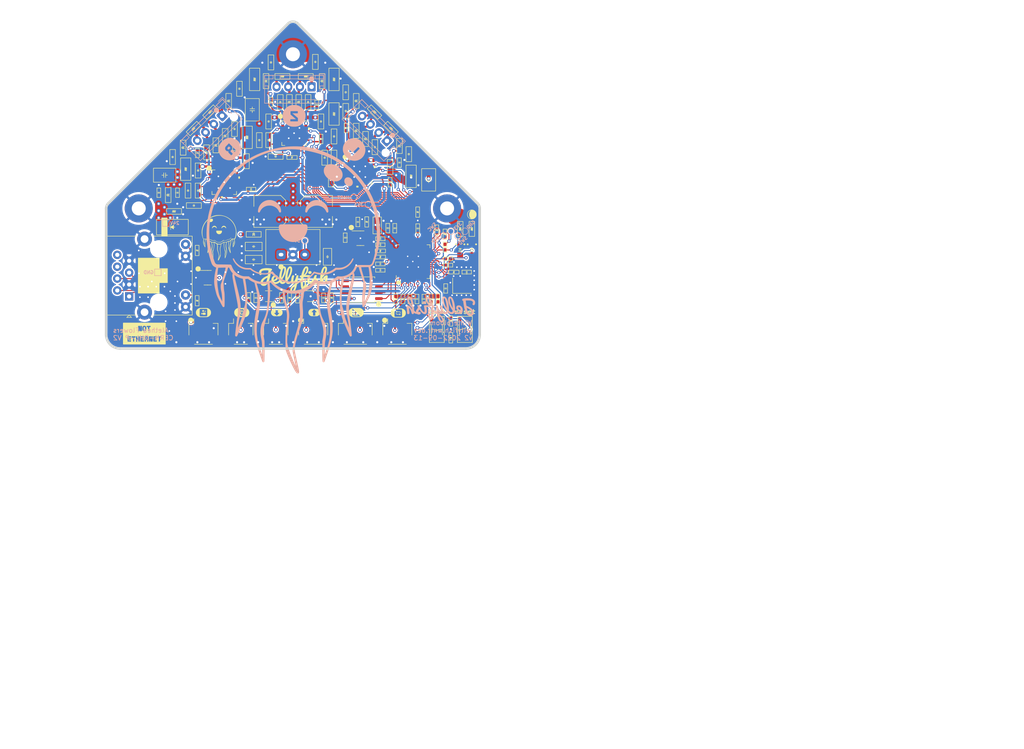
<source format=kicad_pcb>
(kicad_pcb (version 20211014) (generator pcbnew)
  (title_block (title "Jellyfish") (date "2022-09-13") (rev "v2") (company "Winterbloom") (comment 1 "Alethea Flowers") (comment 2 "CERN-OHL-P V2") (comment 3 "jellyfish.wntr.dev"))
  (layers (0 "F.Cu" signal) (1 "In1.Cu" signal) (2 "In2.Cu" signal) (31 "B.Cu" signal) (34 "B.Paste" user) (35 "F.Paste" user) (36 "B.SilkS" user "B.Silkscreen") (37 "F.SilkS" user "F.Silkscreen") (38 "B.Mask" user) (39 "F.Mask" user) (44 "Edge.Cuts" user))
  (net 0 "")
  (net 1 "GND")
  (net 2 "+3V3")
  (net 3 "+5V")
  (net 4 "/Power/VIN_FILTERED")
  (net 5 "+1V1")
  (net 6 "/Microcontroller/RUN")
  (net 7 "/Connections/CAM_D-")
  (net 8 "/Microcontroller/XIN")
  (net 9 "Net-(C24-Pad1)")
  (net 10 "/Connections/CAM_D+")
  (net 11 "Net-(C38-Pad1)")
  (net 12 "Net-(C40-Pad1)")
  (net 13 "/Connections/CAM_LED")
  (net 14 "Net-(C41-Pad1)")
  (net 15 "Net-(C52-Pad1)")
  (net 16 "Net-(C54-Pad1)")
  (net 17 "Net-(C55-Pad1)")
  (net 18 "/TMC_UART")
  (net 19 "Net-(C66-Pad1)")
  (net 20 "Net-(C67-Pad1)")
  (net 21 "Net-(C68-Pad1)")
  (net 22 "Net-(C69-Pad1)")
  (net 24 "Net-(D4-Pad1)")
  (net 25 "/Microcontroller/ACT_LED")
  (net 26 "/Connections/QWIIC_SCL")
  (net 27 "/Connections/QWIIC_SDA")
  (net 28 "Net-(D1-Pad1)")
  (net 29 "/Microcontroller/AUX_LED")
  (net 33 "/Microcontroller/SWD")
  (net 34 "+24V")
  (net 35 "Net-(C39-Pad1)")
  (net 36 "/Microcontroller/SWCLK")
  (net 37 "/Microcontroller/USB_D-")
  (net 38 "Net-(C53-Pad1)")
  (net 39 "/Microcontroller/USB_D+")
  (net 40 "/Left Motor/DIAG")
  (net 41 "/Left Motor/ENN")
  (net 42 "/Microcontroller/UART1_TX")
  (net 43 "/Microcontroller/QSPI_CS")
  (net 44 "/Left Motor/STEP")
  (net 45 "/Microcontroller/XOUT")
  (net 46 "/Left Motor/DIR")
  (net 47 "/Connections/AUX_OUT")
  (net 48 "/Microcontroller/M1_EN")
  (net 53 "/Microcontroller/M2_EN")
  (net 54 "/Microcontroller/M2_DIR")
  (net 55 "/Microcontroller/M2_STEP")
  (net 56 "/Microcontroller/M2_DIAG")
  (net 57 "/Microcontroller/M1_DIR")
  (net 58 "/Microcontroller/M1_STEP")
  (net 59 "/Microcontroller/M1_DIAG")
  (net 60 "/Microcontroller/QSPI_SD3")
  (net 61 "/Microcontroller/QSPI_SCLK")
  (net 62 "/Microcontroller/QSPI_SD0")
  (net 63 "/Microcontroller/QSPI_SD2")
  (net 64 "/Microcontroller/QSPI_SD1")
  (net 73 "/Left Motor/OB2")
  (net 74 "/Left Motor/OB1")
  (net 75 "/Left Motor/OA1")
  (net 76 "/Left Motor/OA2")
  (net 77 "/Z Motor/OB2")
  (net 78 "/Z Motor/OB1")
  (net 79 "/Z Motor/OA1")
  (net 80 "/Z Motor/OA2")
  (net 81 "/Right Motor/OB2")
  (net 82 "/Right Motor/OB1")
  (net 83 "/Right Motor/OA1")
  (net 84 "/Right Motor/OA2")
  (net 88 "/Connections/BLTOUCH_OUT")
  (net 89 "/Connections/BLTOUCH_CONTROL")
  (net 90 "Net-(J2-Pad10)")
  (net 91 "Net-(J2-Pad12)")
  (net 92 "Net-(J4-Pad1)")
  (net 93 "Net-(J5-Pad1)")
  (net 94 "Net-(R3-Pad1)")
  (net 95 "Net-(R16-Pad1)")
  (net 96 "/Connections/IN_2")
  (net 97 "/Connections/IN_1")
  (net 98 "/Left Motor/VCP")
  (net 99 "/Z Motor/VCP")
  (net 100 "/Right Motor/VCP")
  (net 101 "/Left Motor/CPO")
  (net 102 "/Left Motor/CPI")
  (net 103 "/Left Motor/5VOUT")
  (net 104 "/Z Motor/CPO")
  (net 105 "/Z Motor/CPI")
  (net 106 "/Z Motor/5VOUT")
  (net 107 "/Right Motor/CPO")
  (net 108 "/Right Motor/CPI")
  (net 109 "/Right Motor/5VOUT")
  (net 110 "/Left Motor/BRB")
  (net 111 "/Left Motor/BRA")
  (net 112 "/Z Motor/BRB")
  (net 113 "/Z Motor/BRA")
  (net 114 "/Right Motor/BRB")
  (net 115 "/Right Motor/BRA")
  (net 116 "VDC")
  (net 117 "Net-(J1-Pad2)")
  (net 118 "Net-(J1-Pad3)")
  (net 119 "/Connections/MCU_D+")
  (net 120 "/Connections/MCU_D-")
  (net 121 "Net-(R29-Pad2)")
  (net 122 "Net-(R9-Pad2)")
  (footprint "winterbloom:C_0402_HandSolder" (layer "F.Cu") (at 130.25 100 -90)
    (fp_text reference "C26" hide)
    (fp_text value "1u")
  )
  (footprint "winterbloom:C_1210_HandSolder" (layer "F.Cu") (at 134.25 74.5 -90)
    (fp_text reference "C35" hide)
    (fp_text value "10u")
  )
  (footprint "winterbloom:R_1206_HandSolder" (layer "F.Cu") (at 95.4 65.4 -90)
    (fp_text reference "R25" hide)
    (fp_text value "220m")
  )
  (footprint "Graphics" (layer "F.Cu") (at 86.05 102.9)
    (fp_text reference "")
    (fp_text value "")
  )
  (footprint "winterbloom:C_0402_HandSolder" (layer "F.Cu") (at 137.9 97.7392 -90)
    (fp_text reference "C23" hide)
    (fp_text value "15p")
  )
  (footprint "winterbloom:C_0402_HandSolder" (layer "F.Cu") (at 123.914214 88.404999 180)
    (fp_text reference "C19" hide)
    (fp_text value "1u")
  )
  (footprint "winterbloom:R_0402_HandSolder" (layer "F.Cu") (at 123.914214 89.705)
    (fp_text reference "R7" hide)
    (fp_text value "27R")
  )
  (footprint "winterbloom:C_0402_HandSolder" (layer "F.Cu") (at 128 70.8 90)
    (fp_text reference "C33" hide)
    (fp_text value "100n")
  )
  (footprint "winterbloom:C_0603_HandSolder" (layer "F.Cu") (at 95.25 70.5 -90)
    (fp_text reference "C64" hide)
    (fp_text value "100n")
  )
  (footprint "winterbloom:R_1206_HandSolder" (layer "F.Cu") (at 130.5 73.75 90)
    (fp_text reference "R19" hide)
    (fp_text value "220m")
  )
  (footprint "winterbloom:R_0402_HandSolder" (layer "F.Cu") (at 136 85.25 -90)
    (fp_text reference "R8" hide)
    (fp_text value "1k")
  )
  (footprint "winterbloom:R_0402_HandSolder" (layer "F.Cu") (at 136.25 100 90)
    (fp_text reference "R26" hide)
    (fp_text value "5.1k")
  )
  (footprint "winterbloom:R_0402_HandSolder" (layer "F.Cu") (at 84.7 89.6105 90)
    (fp_text reference "R2" hide)
    (fp_text value "5.1k")
  )
  (footprint "winterbloom:C_0402_HandSolder" (layer "F.Cu") (at 123.91364 93.8392 180)
    (fp_text reference "C20" hide)
    (fp_text value "100n")
  )
  (footprint "winterbloom:C_0402_HandSolder" (layer "F.Cu") (at 84.75 68.75 90)
    (fp_text reference "C60" hide)
    (fp_text value "100n")
  )
  (footprint "winterbloom:C_0402_HandSolder" (layer "F.Cu") (at 138.4 91.4)
    (fp_text reference "C21" hide)
    (fp_text value "100n")
  )
  (footprint "winterbloom:L_0603_HandSolder" (layer "F.Cu") (at 91.45 57.6108 90)
    (fp_text reference "FB13" hide)
    (fp_text value "50Ω @ 100MHz")
  )
  (footprint "winterbloom:R_0402_HandSolder" (layer "F.Cu") (at 105 69.7)
    (fp_text reference "R20" hide)
    (fp_text value "10k")
  )
  (footprint "Connector_JST:JST_SH_SM03B-SRSS-TB_1x03-1MP_P1.00mm_Horizontal" (layer "F.Cu") (at 101.55 107)
    (fp_text reference "J5" hide)
    (fp_text value "OUT1")
  )
  (footprint "Package_TO_SOT_SMD:SOT-363_SC-70-6" (layer "F.Cu") (at 100 99.4025 180)
    (fp_text reference "U7" hide)
    (fp_text value "74HC2G34")
  )
  (footprint "winterbloom:C_0603_HandSolder" (layer "F.Cu") (at 82.75 76.8 -90)
    (fp_text reference "C58" hide)
    (fp_text value "100n")
  )
  (footprint "winterbloom:R_0603_HandSolder" (layer "F.Cu") (at 126.194796 63.51981 -45)
    (fp_text reference "RV3" hide)
    (fp_text value "35V")
  )
  (footprint "winterbloom:L_0603_HandSolder" (layer "F.Cu") (at 128 67.25 90)
    (fp_text reference "FB5" hide)
    (fp_text value "50Ω @ 100MHz")
  )
  (footprint "winterbloom:L_0603_HandSolder" (layer "F.Cu") (at 99.45 53.3608 90)
    (fp_text reference "FB6" hide)
    (fp_text value "50Ω @ 100MHz")
  )
  (footprint "winterbloom:C_0603_HandSolder" (layer "F.Cu") (at 114 65.2 90)
    (fp_text reference "C36" hide)
    (fp_text value "100n")
  )
  (footprint "winterbloom:C_0402_HandSolder" (layer "F.Cu") (at 92.7 67.25 90)
    (fp_text reference "C61" hide)
    (fp_text value "100n")
  )
  (footprint "Graphics" (layer "F.Cu") (at 105.01717 95.799995)
    (fp_text reference "" hide)
    (fp_text value "")
  )
  (footprint "winterbloom:L_0603_HandSolder" (layer "F.Cu") (at 81.7 67.6108 90)
    (fp_text reference "FB10" hide)
    (fp_text value "50Ω @ 100MHz")
  )
  (footprint "winterbloom:R_0402_HandSolder" (layer "F.Cu") (at 127.2 100 90)
    (fp_text reference "R12" hide)
    (fp_text value "10k")
  )
  (footprint "winterbloom:L_0603_HandSolder" (layer "F.Cu") (at 106.45 57.8608 90)
    (fp_text reference "FB8" hide)
    (fp_text value "50Ω @ 100MHz")
  )
  (footprint "winterbloom:R_0402_HandSolder" (layer "F.Cu") (at 95.75 99.75 -90)
    (fp_text reference "R14" hide)
    (fp_text value "10k")
  )
  (footprint "winterbloom:C_0603_HandSolder" (layer "F.Cu") (at 122.75 67.5 -90)
    (fp_text reference "C41" hide)
    (fp_text value "470p")
  )
  (footprint "Graphics" (layer "F.Cu") (at 143.5 81.9)
    (fp_text reference "")
    (fp_text value "")
  )
  (footprint "winterbloom:C_0402_HandSolder" (layer "F.Cu") (at 138.4 92.75)
    (fp_text reference "C12" hide)
    (fp_text value "100n")
  )
  (footprint "winterbloom:C_0603_HandSolder" (layer "F.Cu") (at 93.75 55 -90)
    (fp_text reference "C67" hide)
    (fp_text value "470p")
  )
  (footprint "Package_TO_SOT_SMD:SOT-23-5" (layer "F.Cu") (at 119.6375 86.99)
    (fp_text reference "U2" hide)
    (fp_text value "MIC5317-3.3")
  )
  (footprint "winterbloom:LED_0805_Kingbright_APT2012" (layer "F.Cu") (at 141 89.5 -90)
    (fp_text reference "D1" hide)
    (fp_text value "AUX" hide)
  )
  (footprint "Graphics" (layer "F.Cu") (at 73.4 107.4)
    (fp_text reference "")
    (fp_text value "")
  )
  (footprint "winterbloom:C_0402_HandSolder" (layer "F.Cu") (at 116.6 63.4 90)
    (fp_text reference "C32" hide)
    (fp_text value "100n")
  )
  (footprint "winterbloom:C_0603_HandSolder" (layer "F.Cu") (at 116.5 59.75 90)
    (fp_text reference "C38" hide)
    (fp_text value "470p")
  )
  (footprint "winterbloom:L_0603_HandSolder" (layer "F.Cu") (at 96.8 86.1625)
    (fp_text reference "FB14" hide)
    (fp_text value "50Ω @ 100MHz")
  )
  (footprint "winterbloom:C_0603_HandSolder" (layer "F.Cu") (at 111.2 62 -90)
    (fp_text reference "C51" hide)
    (fp_text value "100n")
  )
  (footprint "winterbloom:R_0402_HandSolder" (layer "F.Cu") (at 137.75 88.8892 -90)
    (fp_text reference "R5" hide)
    (fp_text value "10k")
  )
  (footprint "winterbloom:TMC2209-LA" (layer "F.Cu") (at 105.45 64.499999)
    (fp_text reference "U9" hide)
    (fp_text value "TMC2209")
  )
  (footprint "Capacitor_SMD:CP_Elec_6.3x7.7" (layer "F.Cu") (at 100.25 81.25 180)
    (fp_text reference "C22" hide)
    (fp_text value "100u")
  )
  (footprint "winterbloom:L_0603_HandSolder" (layer "F.Cu") (at 90.7 65.1108 90)
    (fp_text reference "FB12" hide)
    (fp_text value "50Ω @ 100MHz")
  )
  (footprint "winterbloom:R_0603_HandSolder" (layer "F.Cu") (at 141 85 90)
    (fp_text reference "R28" hide)
    (fp_text value "1k")
  )
  (footprint "Connector_JST:JST_SH_SM03B-SRSS-TB_1x03-1MP_P1.00mm_Horizontal" (layer "F.Cu") (at 94.05 107)
    (fp_text reference "J4" hide)
    (fp_text value "CAMLED")
  )
  (footprint "winterbloom:L_0603_HandSolder" (layer "F.Cu") (at 118.75 64 90)
    (fp_text reference "FB3" hide)
    (fp_text value "50Ω @ 100MHz")
  )
  (footprint "winterbloom:L_0603_HandSolder" (layer "F.Cu") (at 120.75 65.75 90)
    (fp_text reference "FB4" hide)
    (fp_text value "50Ω @ 100MHz")
  )
  (footprint "winterbloom:C_1210_HandSolder" (layer "F.Cu") (at 96.5 59.5 90)
    (fp_text reference "C49" hide)
    (fp_text value "10u")
  )
  (footprint "winterbloom:C_0402_HandSolder" (layer "F.Cu") (at 123.91364 92.498787 180)
    (fp_text reference "C15" hide)
    (fp_text value "100n")
  )
  (footprint "winterbloom:R_0402_HandSolder" (layer "F.Cu") (at 102.75 99.75 -90)
    (fp_text reference "R13" hide)
    (fp_text value "10k")
  )
  (footprint "winterbloom:C_0603_HandSolder" (layer "F.Cu") (at 102.5 57.8608 -90)
    (fp_text reference "C52" hide)
    (fp_text value "470p")
  )
  (footprint "winterbloom:C_0603_HandSolder" (layer "F.Cu") (at 86.7 68.6108 -90)
    (fp_text reference "C66" hide)
    (fp_text value "470p")
  )
  (footprint "winterbloom:C_0402_HandSolder" (layer "F.Cu") (at 97.25 99.75 90)
    (fp_text reference "C27" hide)
    (fp_text value "100n")
  )
  (footprint "winterbloom:C_1210_HandSolder" (layer "F.Cu") (at 77.75 73.5 180)
    (fp_text reference "C63" hide)
    (fp_text value "10u")
  )
  (footprint "Graphics" (layer "F.Cu") (at 109.75 102.9)
    (fp_text reference "")
    (fp_text value "")
  )
  (footprint "winterbloom:R_0402_HandSolder" (layer "F.Cu") (at 113.5 99.75 -90)
    (fp_text reference "R15" hide)
    (fp_text value "5.1k")
  )
  (footprint "winterbloom:C_0603_HandSolder" (layer "F.Cu") (at 126 71.75 -90)
    (fp_text reference "C37" hide)
    (fp_text value "100n")
  )
  (footprint "Package_TO_SOT_SMD:SOT-23-6" (layer "F.Cu") (at 86.95 95.4392)
    (fp_text reference "U6" hide)
    (fp_text value "TVS")
  )
  (footprint "winterbloom:R_0402_HandSolder" (layer "F.Cu") (at 84.7 100.3608 -90)
    (fp_text reference "R1" hide)
    (fp_text value "5.1k")
  )
  (footprint "winterbloom:C_0402_HandSolder" (layer "F.Cu") (at 76.5 77.25 90)
    (fp_text reference "C8" hide)
    (fp_text value "100n")
  )
  (footprint "Crystal:Crystal_SMD_Abracon_ABM8G-4Pin_3.2x2.5mm" (layer "F.Cu") (at 141.4 97.15)
    (fp_text reference "Y1" hide)
    (fp_text value "12MHz")
  )
  (footprint "winterbloom:R_0603_HandSolder" (layer "F.Cu") (at 79.75 81.25)
    (fp_text reference "RV1" hide)
    (fp_text value "35V")
  )
  (footprint "winterbloom:R_0402_HandSolder" (layer "F.Cu") (at 134.75 100 90)
    (fp_text reference "R27" hide)
    (fp_text value "5.1k")
  )
  (footprint "winterbloom:Tactile_Switch_4.2mm" (layer "F.Cu") (at 142 106.5 -90)
    (fp_text reference "SW2" hide)
    (fp_text value "RESET" hide)
  )
  (footprint "winterbloom:C_0402_HandSolder" (layer "F.Cu") (at 126 75 90)
    (fp_text reference "C29" hide)
    (fp_text value "100n")
  )
  (footprint "winterbloom:TMC2209-LA" (layer "F.Cu") (at 119.5 72.75)
    (fp_text reference "U8" hide)
    (fp_text value "TMC2209")
  )
  (footprint "winterbloom:C_0402_HandSolder" (layer "F.Cu") (at 111.2 65.75 90)
    (fp_text reference "C43" hide)
    (fp_text value "100n")
  )
  (footprint "winterbloom:C_0603_HandSolder" (layer "F.Cu") (at 100 62 -90)
    (fp_text reference "C50" hide)
    (fp_text value "100n")
  )
  (footprint "winterbloom:C_0805_HandSolder" (layer "F.Cu") (at 96.8 88.7625 180)
    (fp_text reference "C3" hide)
    (fp_text value "22u")
  )
  (footprint "winterbloom:C_0402_HandSolder" (layer "F.Cu") (at 100.5 57.8608 90)
    (fp_text reference "C46" hide)
    (fp_text value "100n")
  )
  (footprint "Graphics" (layer "F.Cu") (at 89.4 86.9)
    (fp_text reference "")
    (fp_text value "")
  )
  (footprint "winterbloom:JST_SH_SM04B-SRSS-TB_1x04-1MP_P1.00mm_Horizontal" (layer "F.Cu") (at 86.05 107)
    (fp_text reference "J3" hide)
    (fp_text value "CAM")
  )
  (footprint "MountingHole:MountingHole_3mm_Pad" (layer "F.Cu") (at 72.2 80.6108)
    (fp_text reference "H2" hide)
    (fp_text value "GND")
  )
  (footprint "Package_TO_SOT_SMD:SOT-363_SC-70-6" (layer "F.Cu") (at 109 99.4025)
    (fp_text reference "U5" hide)
    (fp_text value "74HC2G34")
  )
  (footprint "winterbloom:R_0402_HandSolder" (layer "F.Cu") (at 121 83.5 -90)
    (fp_text reference "R23" hide)
    (fp_text value "10k")
  )
  (footprint "winterbloom:C_0402_HandSolder" (layer "F.Cu") (at 128.75 100 -90)
    (fp_text reference "C25" hide)
    (fp_text value "100n")
  )
  (footprint "winterbloom:D_SMA" (layer "F.Cu") (at 79.4 84.6105)
    (fp_text reference "D2" hide)
    (fp_text value "SMAJ28A")
  )
  (footprint "winterbloom:C_0805_HandSolder" (layer "F.Cu") (at 112.6 90.9625 -90)
    (fp_text reference "C4" hide)
    (fp_text value "22u")
  )
  (footprint "winterbloom:R_0603_HandSolder" (layer "F.Cu") (at 87.444793 59.984274 45)
    (fp_text reference "RV7" hide)
    (fp_text value "35V")
  )
  (footprint "winterbloom:C_0805_HandSolder" (layer "F.Cu") (at 123.241027 84.25 90)
    (fp_text reference "C10" hide)
    (fp_text value "10u")
  )
  (footprint "winterbloom:C_0603_HandSolder" (layer "F.Cu") (at 110 49.25 90)
    (fp_text reference "C53" hide)
    (fp_text value "470p")
  )
  (footprint "Graphics" (layer "F.Cu") (at 127.75 103)
    (fp_text reference "")
    (fp_text value "")
  )
  (footprint "winterbloom:RJ45_Amphenol_RJE45-188-1411_Vertical" (layer "F.Cu") (at 70.145 99.44 90)
    (fp_text reference "J2" hide)
    (fp_text value "8P8C_LED_Shielded")
  )
  (footprint "winterbloom:R_1206_HandSolder" (layer "F.Cu") (at 97 53 -90)
    (fp_text reference "R21" hide)
    (fp_text value "220m")
  )
  (footprint "winterbloom:C_0603_HandSolder" (layer "F.Cu") (at 108.45 57.8608 -90)
    (fp_text reference "C55" hide)
    (fp_text value "470p")
  )
  (footprint "MountingHole:MountingHole_3mm_Pad" (layer "F.Cu") (at 105.2 47.6108)
    (fp_text reference "H3" hide)
    (fp_text value "GND")
  )
  (footprint "winterbloom:C_0603_HandSolder" (layer "F.Cu") (at 100 66 -90)
    (fp_text reference "C42" hide)
    (fp_text value "22n")
  )
  (footprint "winterbloom:R_0603_HandSolder" (layer "F.Cu") (at 102.95 52.3608)
    (fp_text reference "RV4" hide)
    (fp_text value "35V")
  )
  (footprint "winterbloom:C_0603_HandSolder" (layer "F.Cu") (at 84.9 72.5 -90)
    (fp_text reference "C65" hide)
    (fp_text value "100n")
  )
  (footprint "winterbloom:R_1206_HandSolder" (layer "F.Cu") (at 82.25 72.2 90)
    (fp_text reference "R24" hide)
    (fp_text value "220m")
  )
  (footprint "winterbloom:L_0603_HandSolder" (layer "F.Cu") (at 118.75 57.6108 90)
    (fp_text reference "FB2" hide)
    (fp_text value "50Ω @ 100MHz")
  )
  (footprint "Graphics" (layer "F.Cu") (at 142.05 102.65)
    (fp_text reference "")
    (fp_text value "")
  )
  (footprint "winterbloom:C_0402_HandSolder" (layer "F.Cu") (at 127 84.8475 90)
    (fp_text reference "C14" hide)
    (fp_text value "100n")
  )
  (footprint "winterbloom:C_0402_HandSolder" (layer "F.Cu") (at 96.25 76.5)
    (fp_text reference "C57" hide)
    (fp_text value "100n")
  )
  (footprint "winterbloom:C_0603_HandSolder" (layer "F.Cu") (at 130 69 -90)
    (fp_text reference "C39" hide)
    (fp_text value "470p")
  )
  (footprint "winterbloom:TMC2209-LA" (layer "F.Cu") (at 90.5 75)
    (fp_text reference "U10" hide)
    (fp_text value "TMC2209")
  )
  (footprint "winterbloom:R_0402_HandSolder" (layer "F.Cu") (at 131.9 81.4 -90)
    (fp_text reference "R17" hide)
    (fp_text value "10k")
  )
  (footprint "winterbloom:C_0603_HandSolder" (layer "F.Cu") (at 84.9 76.8 -90)
    (fp_text reference "C56" hide)
    (fp_text value "22n")
  )
  (footprint "Package_SO:SOIC-8_5.23x5.23mm_P1.27mm" (layer "F.Cu") (at 120 98 180)
    (fp_text reference "U4" hide)
    (fp_text value "W25Q128JVS")
  )
  (footprint "winterbloom:R_0402_HandSolder" (layer "F.Cu") (at 139 104.7 90)
    (fp_text reference "R9" hide)
    (fp_text value "1k")
  )
  (footprint "winterbloom:R_1206_HandSolder" (layer "F.Cu") (at 114 53 -90)
    (fp_text reference "R22" hide)
    (fp_text value "220m")
  )
  (footprint "winterbloom:R_0402_HandSolder" (layer "F.Cu") (at 139 108.3 -90)
    (fp_text reference "R29" hide)
    (fp_text value "1k")
  )
  (footprint "winterbloom:R_0402_HandSolder" (layer "F.Cu") (at 137.75 86.1392 90)
    (fp_text reference "R4" hide)
    (fp_text value "10k")
  )
  (footprint "winterbloom:C_0402_HandSolder" (layer "F.Cu") (at 123.914214 87.104999 180)
    (fp_text reference "C18" hide)
    (fp_text value "1u")
  )
  (footprint "winterbloom:C_0402_HandSolder" (layer "F.Cu") (at 110.3 58.4325 90)
    (fp_text reference "C47" hide)
    (fp_text value "100n")
  )
  (footprint "winterbloom:C_0603_HandSolder" (layer "F.Cu") (at 113.4 74.4 90)
    (fp_text reference "C31" hide)
    (fp_text value "4.7u")
  )
  (footprint "winterbloom:C_0603_HandSolder" (layer "F.Cu") (at 114 69.75 -90)
    (fp_text reference "C28" hide)
    (fp_text value "22n")
  )
  (footprint "Graphics" (layer "F.Cu") (at 94.25 102.9)
    (fp_text reference "")
    (fp_text value "")
  )
  (footprint "winterbloom:Converter_DCDC_CUI_VX78-500_THT" (layer "F.Cu") (at 102.66 90.5)
    (fp_text reference "U1" hide)
    (fp_text value "VX7805-500")
  )
  (footprint "winterbloom:R_0603_HandSolder" (layer "F.Cu") (at 122.659262 59.984276 -45)
    (fp_text reference "RV2" hide)
    (fp_text value "35V")
  )
  (footprint "winterbloom:C_0603_HandSolder" (layer "F.Cu") (at 112 69.75 -90)
    (fp_text reference "C30" hide)
    (fp_text value "100n")
  )
  (footprint "winterbloom:C_0402_HandSolder" (layer "F.Cu") (at 131.75 100 -90)
    (fp_text reference "C11" hide)
    (fp_text value "100n")
  )
  (footprint "winterbloom:JST_SH_SM04B-SRSS-TB_1x04-1MP_P1.00mm_Horizontal" (layer "F.Cu") (at 109.55 107)
    (fp_text reference "J1" hide)
    (fp_text value "INS")
  )
  (footprint "winterbloom:R_0603_HandSolder" (layer "F.Cu") (at 83.90926 63.519808 45)
    (fp_text reference "RV6" hide)
    (fp_text value "35V")
  )
  (footprint "Capacitor_SMD:CP_Elec_6.3x7.7" (layer "F.Cu") (at 110.25 81.25)
    (fp_text reference "C5" hide)
    (fp_text value "100u")
  )
  (footprint "winterbloom:RP2040-QFN-56" (layer "F.Cu") (at 130.921502 92.004999 90)
    (fp_text reference "U3" hide)
    (fp_text value "RP2040")
  )
  (footprint "Connector_JST:JST_SH_SM05B-SRSS-TB_1x05-1MP_P1.00mm_Horizontal" (layer "F.Cu") (at 118.55 107)
    (fp_text reference "J6" hide)
    (fp_text value "BLTOUCH")
  )
  (footprint "winterbloom:C_0402_HandSolder" (layer "F.Cu") (at 111.75 99.75 90)
    (fp_text reference "C1" hide)
    (fp_text value "100n")
  )
  (footprint "winterbloom:R_0402_HandSolder" (layer "F.Cu") (at 139.65 94.2392)
    (fp_text reference "R11" hide)
    (fp_text value "1k")
  )
  (footprint "winterbloom:JST_SH_SM04B-SRSS-TB_1x04-1MP_P1.00mm_Horizontal" (layer "F.Cu") (at 127.55 107)
    (fp_text reference "J10" hide)
    (fp_text value "Stemma QT")
  )
  (footprint "winterbloom:C_0603_HandSolder" (layer "F.Cu") (at 101.5 69.5 180)
    (fp_text reference "C45" hide)
    (fp_text value "4.7u")
  )
  (footprint "winterbloom:R_0603_HandSolder" (layer "F.Cu") (at 107.95 52.3608)
    (fp_text reference "RV5" hide)
    (fp_text value "35V")
  )
  (footprint "winterbloom:C_0603_HandSolder" (layer "F.Cu") (at 116.5 55.75 90)
    (fp_text reference "C40" hide)
    (fp_text value "470p")
  )
  (footprint "winterbloom:R_0603_HandSolder" (layer "F.Cu") (at 143.5 85 90)
    (fp_text reference "R10" hide)
    (fp_text value "1k")
  )
  (footprint "winterbloom:C_0402_HandSolder" (layer "F.Cu") (at 80.5 77.25 -90)
    (fp_text reference "C9" hide)
    (fp_text value "100n")
  )
  (footprint "winterbloom:R_0402_HandSolder" (layer "F.Cu") (at 106.2 99.75 -90)
    (fp_text reference "R16" hide)
    (fp_text value "100")
  )
  (footprint "MountingHole:MountingHole_3mm_Pad" (layer "F.Cu") (at 138.2 80.6108)
    (fp_text reference "H1" hide)
    (fp_text value "GND")
  )
  (footprint "winterbloom:C_0603_HandSolder" (layer "F.Cu") (at 79.45 69.6108 -90)
    (fp_text reference "C68" hide)
    (fp_text value "470p")
  )
  (footprint "winterbloom:L_0603_HandSolder" (layer "F.Cu") (at 78.5 77.75 90)
    (fp_text reference "FB1" hide)
    (fp_text value "50Ω @ 100MHz")
  )
  (footprint "winterbloom:C_0402_HandSolder" (layer "F.Cu") (at 116.3875 86.8795 90)
    (fp_text reference "C6" hide)
    (fp_text value "1u")
  )
  (footprint "Graphics" (layer "F.Cu") (at 118.75 102.9)
    (fp_text reference "")
    (fp_text value "")
  )
  (footprint "winterbloom:C_0402_HandSolder" (layer "F.Cu") (at 119.1 83.5105 90)
    (fp_text reference "C7" hide)
    (fp_text value "1u")
  )
  (footprint "winterbloom:C_0402_HandSolder" (layer "F.Cu") (at 142.4 94.2392)
    (fp_text reference "C24" hide)
    (fp_text value "15p")
  )
  (footprint "winterbloom:C_0805_HandSolder" (layer "F.Cu") (at 96.8 91.5625 180)
    (fp_text reference "C2" hide)
    (fp_text value "4.7u")
  )
  (footprint "winterbloom:C_0603_HandSolder" (layer "F.Cu") (at 92.7 63.6108 -90)
    (fp_text reference "C69" hide)
    (fp_text value "470p")
  )
  (footprint "winterbloom:C_0603_HandSolder" (layer "F.Cu") (at 98 66 -90)
    (fp_text reference "C44" hide)
    (fp_text value "100n")
  )
  (footprint "winterbloom:R_1206_HandSolder" (layer "F.Cu") (at 114 60.4 -90)
    (fp_text reference "R18" hide)
    (fp_text value "220m")
  )
  (footprint "winterbloom:R_0402_HandSolder" (layer "F.Cu") (at 123.914214 91.004998)
    (fp_text reference "R6" hide)
    (fp_text value "27R")
  )
  (footprint "winterbloom:L_0603_HandSolder" (layer "F.Cu") (at 88.7 67.1108 90)
    (fp_text reference "FB11" hide)
    (fp_text value "50Ω @ 100MHz")
  )
  (footprint "winterbloom:C_0402_HandSolder" (layer "F.Cu") (at 133.25 100 -90)
    (fp_text reference "C17" hide)
    (fp_text value "100n")
  )
  (footprint "winterbloom:C_0402_HandSolder" (layer "F.Cu") (at 125.5 84.837499 90)
    (fp_text reference "C16" hide)
    (fp_text value "100n")
  )
  (footprint "winterbloom:R_0402_HandSolder" (layer "F.Cu") (at 104.5 99.75 -90)
    (fp_text reference "R3" hide)
    (fp_text value "100")
  )
  (footprint "winterbloom:Tactile_Switch_4.2mm" (layer "F.Cu") (at 136 106.5 90)
    (fp_text reference "SW1" hide)
    (fp_text value "BOOTSEL" hide)
  )
  (footprint "winterbloom:C_0402_HandSolder" (layer "F.Cu") (at 131.921502 84.905 90)
    (fp_text reference "C13" hide)
    (fp_text value "100n")
  )
  (footprint "Graphics" (layer "F.Cu") (at 136 102.651285)
    (fp_text reference "")
    (fp_text value "")
  )
  (footprint "Graphics" (layer "F.Cu") (at 101.75 102.9)
    (fp_text reference "")
    (fp_text value "")
  )
  (footprint "winterbloom:C_0603_HandSolder" (layer "F.Cu") (at 100.5 49.3608 90)
    (fp_text reference "C54" hide)
    (fp_text value "470p")
  )
  (footprint "winterbloom:L_0603_HandSolder" (layer "F.Cu") (at 104.45 57.8608 90)
    (fp_text reference "FB7" hide)
    (fp_text value "50Ω @ 100MHz")
  )
  (footprint "winterbloom:L_0603_HandSolder" (layer "F.Cu") (at 111.45 53.3608 90)
    (fp_text reference "FB9" hide)
    (fp_text value "50Ω @ 100MHz")
  )
  (footprint "winterbloom:LED_0805_Kingbright_APT2012" (layer "F.Cu") (at 143.5 89.5 -90)
    (fp_text reference "D4" hide)
    (fp_text value "ACT" hide)
  )
  (footprint "winterbloom:C_0603_HandSolder" (layer "F.Cu") (at 84 80 180)
    (fp_text reference "C59" hide)
    (fp_text value "4.7u")
  )
  (footprint "Graphics" (layer "B.Cu") (at 105.25 91.65 180)
    (fp_text reference "")
    (fp_text value "")
  )
  (footprint "TestPoint:TestPoint_Pad_1.0x1.0mm" (layer "B.Cu") (at 76.3 94.3 180)
    (fp_text reference "TP1" hide)
    (fp_text value "GND")
  )
  (footprint "Graphics" (layer "B.Cu") (at 91.7 67.9 -135)
    (fp_text reference "")
    (fp_text value "")
  )
  (footprint "TestPoint:TestPoint_Pad_D1.0mm" (layer "B.Cu") (at 140.5 86.5 180)
    (fp_text reference "TP8" hide)
    (fp_text value "SWD")
  )
  (footprint "TestPoint:TestPoint_Pad_1.0x1.0mm" (layer "B.Cu") (at 78 83.75 180)
    (fp_text reference "TP2" hide)
    (fp_text value "24V")
  )
  (footprint "TestPoint:TestPoint_Pad_D1.0mm" (layer "B.Cu") (at 142 85.5 180)
    (fp_text reference "TP5" hide)
    (fp_text value "GND")
  )
  (footprint "TestPoint:TestPoint_Pad_D1.0mm" (layer "B.Cu") (at 136 85.5 180)
    (fp_text reference "TP9" hide)
    (fp_text value "SWC")
  )
  (footprint "TestPoint:TestPoint_Pad_D1.0mm" (layer "B.Cu") (at 137.5 86.5 180)
    (fp_text reference "TP7" hide)
    (fp_text value "~{RST}")
  )
  (footprint "winterbloom:JST_XH_B4B-XH-AM_1x04_P2.50mm_Vertical" (layer "B.Cu") (at 109.2 54.5858 180)
    (fp_text reference "J8" hide)
    (fp_text value "MOTOR")
  )
  (footprint "TestPoint:TestPoint_Pad_D1.0mm" (layer "B.Cu") (at 121.35 79.75 180)
    (fp_text reference "TP4" hide)
    (fp_text value "3V3")
  )
  (footprint "winterbloom:JST_XH_B4B-XH-AM_1x04_P2.50mm_Vertical" (layer "B.Cu") (at 125.32859 66.153783 135)
    (fp_text reference "J7" hide)
    (fp_text value "MOTOR")
  )
  (footprint "Graphics" (layer "B.Cu") (at 105.45 60.8 180)
    (fp_text reference "")
    (fp_text value "")
  )
  (footprint "Graphics" (layer "B.Cu") (at 118.3 68 135)
    (fp_text reference "")
    (fp_text value "")
  )
  (footprint "TestPoint:TestPoint_Pad_D1.0mm" (layer "B.Cu") (at 139 85.5 180)
    (fp_text reference "TP6" hide)
    (fp_text value "3V3")
  )
  (footprint "TestPoint:TestPoint_Pad_D1.0mm" (layer "B.Cu") (at 107.75 87.5 180)
    (fp_text reference "TP3" hide)
    (fp_text value "5V")
  )
  (footprint "Graphics" (layer "B.Cu") (at 137.13283 102.249995 180)
    (fp_text reference "" hide)
    (fp_text value "")
  )
  (footprint "winterbloom:JST_XH_B4B-XH-AM_1x04_P2.50mm_Vertical" (layer "B.Cu") (at 90.029549 60.78982 -135)
    (fp_text reference "J9" hide)
    (fp_text value "MOTOR")
  )
  (footprint "TestPoint:TestPoint_Pad_D1.0mm" (layer "B.Cu") (at 118.25 78.25 180)
    (fp_text reference "TP17" hide)
    (fp_text value "UART")
  )
  (gr_circle (center 101 101.25) (end 101.5 101.25) (layer "F.SilkS") (width 0.12) (fill solid))
  (gr_circle (center 123.5625 101.1108) (end 124.0625 101.1108) (layer "F.SilkS") (width 0.12) (fill solid))
  (gr_circle (center 117.7 84.7) (end 118.2 84.7) (layer "F.SilkS") (width 0.12) (fill solid))
  (gr_circle (center 116.4 69.6) (end 116.9 69.6) (layer "F.SilkS") (width 0.12) (fill solid))
  (gr_circle (center 84.9 93.55) (end 85.4 93.55) (layer "F.SilkS") (width 0.12) (fill solid))
  (gr_circle (center 102.5 60.9) (end 103 60.9) (layer "F.SilkS") (width 0.12) (fill solid))
  (gr_circle (center 108 97.5) (end 108.5 97.5) (layer "F.SilkS") (width 0.12) (fill solid))
  (gr_circle (center 87.25 72) (end 87.75 72) (layer "F.SilkS") (width 0.12) (fill solid))
  (gr_line (start 65.6393 79.5502) (end 104.13934 41.04984) (layer "Edge.Cuts") (width 0.5))
  (gr_line (start 145.2 80.6108) (end 145.2 107.6108) (layer "Edge.Cuts") (width 0.5))
  (gr_arc (start 65.2 80.6108) (mid 65.314181 80.036775) (end 65.63934 79.55014) (layer "Edge.Cuts") (width 0.5))
  (gr_arc (start 145.2 107.6108) (mid 144.32132 109.73212) (end 142.2 110.6108) (layer "Edge.Cuts") (width 0.5))
  (gr_arc (start 144.76066 79.55014) (mid 145.085819 80.036775) (end 145.2 80.6108) (layer "Edge.Cuts") (width 0.5))
  (gr_line (start 106.26066 41.04984) (end 144.7607 79.5502) (layer "Edge.Cuts") (width 0.5))
  (gr_line (start 68.2 110.6108) (end 142.2 110.6108) (layer "Edge.Cuts") (width 0.5))
  (gr_line (start 65.2 107.6108) (end 65.2 80.6108) (layer "Edge.Cuts") (width 0.5))
  (gr_arc (start 104.13934 41.04984) (mid 105.2 40.6105) (end 106.26066 41.04984) (layer "Edge.Cuts") (width 0.5))
  (gr_arc (start 68.2 110.6108) (mid 66.07868 109.73212) (end 65.2 107.6108) (layer "Edge.Cuts") (width 0.5))
  (gr_text "${COMMENT1}\n${COMMENT2}" (at 66.6 107.5158) (layer "B.SilkS") (effects (font (size 1 1)) (justify right mirror)))
  (gr_text "${COMPANY}\n${COMMENT3}\n${REVISION} ${ISSUE_DATE}" (at 143.7 106.7108) (layer "B.SilkS") (effects (font (size 1 1)) (justify left mirror)))
  (segment (start 119.1 82.943) (end 120.0075 82.943) (width 0.5) (layer "F.Cu") (net 1))
  (segment (start 112.6 92) (end 111.048 92) (width 0.4) (layer "F.Cu") (net 1))
  (segment (start 90.5 72.5743) (end 90.5 73.75) (width 0.4) (layer "F.Cu") (net 1))
  (segment (start 122.125 96.095) (end 122.11 96.08) (width 0.5) (layer "F.Cu") (net 1))
  (segment (start 96.82 75.5208) (end 96.82 76.4975) (width 0.4) (layer "F.Cu") (net 1))
  (segment (start 117.0743 72.250001) (end 119.000001 72.250001) (width 0.4) (layer "F.Cu") (net 1))
  (segment (start 88.0743 74.500001) (end 90.000001 74.500001) (width 0.4) (layer "F.Cu") (net 1))
  (segment (start 123.6 96.095) (end 122.125 96.095) (width 0.5) (layer "F.Cu") (net 1))
  (segment (start 106.450001 66.925699) (end 106.450001 65.739198) (width 0.4) (layer "F.Cu") (net 1))
  (segment (start 104.950001 66.925699) (end 104.950001 64.999998) (width 0.4) (layer "F.Cu") (net 1))
  (segment (start 111.048 92) (end 111 91.952) (width 0.4) (layer "F.Cu") (net 1))
  (segment (start 116.3875 86.312) (end 116.3875 85.1295) (width 0.4) (layer "F.Cu") (net 1))
  (segment (start 139 107.7025) (end 139 106.4) (width 0.25) (layer "F.Cu") (net 1))
  (segment (start 79.45 70.4733) (end 78.2267 70.4733) (width 0.8) (layer "F.Cu") (net 1))
  (segment (start 85.4092 68.1825) (end 86.7 69.4733) (width 0.4) (layer "F.Cu") (net 1))
  (segment (start 122.75 68.3625) (end 121.5375 68.3625) (width 0.8) (layer "F.Cu") (net 1))
  (segment (start 115.25 61) (end 115.25 59.05) (width 0.3) (layer "F.Cu") (net 1))
  (segment (start 134.359002 93.004999) (end 134.904999 93.004999) (width 0.25) (layer "F.Cu") (net 1))
  (segment (start 107.8757 64.499999) (end 105.45 64.499999) (width 0.4) (layer "F.Cu") (net 1))
  (segment (start 135.104999 93.004999) (end 135.8 93.7) (width 0.25) (layer "F.Cu") (net 1))
  (segment (start 121.5375 68.3625) (end 121.5 68.4) (width 0.8) (layer "F.Cu") (net 1))
  (segment (start 78.2267 70.4733) (end 78.2 70.5) (width 0.8) (layer "F.Cu") (net 1))
  (segment (start 119.5 70.8) (end 119.496512 70.796512) (width 0.4) (layer "F.Cu") (net 1))
  (segment (start 105.45 64.499999) (end 105.45 62.539199) (width 0.4) (layer "F.Cu") (net 1))
  (segment (start 103.0243 64) (end 104.950001 64) (width 0.4) (layer "F.Cu") (net 1))
  (segment (start 86.7 69.4733) (end 87.9733 69.4733) (width 0.4) (layer "F.Cu") (net 1))
  (segment (start 116.6 62.8325) (end 116.6 62.35) (width 0.3) (layer "F.Cu") (net 1))
  (segment (start 120.0075 82.943) (end 120.02 82.9305) (width 0.5) (layer "F.Cu") (net 1))
  (segment (start 119.5 72.7) (end 119.5 70.8) (width 0.4) (layer "F.Cu") (net 1))
  (segment (start 84.75 68.1825) (end 85.4092 68.1825) (width 0.4) (layer "F.Cu") (net 1))
  (segment (start 101.6 62.6) (end 100.2625 62.6) (width 1) (layer "F.Cu") (net 1))
  (segment (start 87.9733 69.4733) (end 88 69.5) (width 0.4) (layer "F.Cu") (net 1))
  (segment (start 119.6375 86.99) (end 119.6475 87) (width 0.5) (layer "F.Cu") (net 1))
  (segment (start 121.9257 72.75) (end 119.5 72.75) (width 0.4) (layer "F.Cu") (net 1))
  (segment (start 118.499999 75.1757) (end 118.499999 74.099999) (width 0.4) (layer "F.Cu") (net 1))
  (segment (start 113.6875 73.825) (end 114.6 73.825) (width 0.8) (layer "F.Cu") (net 1))
  (segment (start 85.8125 95.4392) (end 84.45 95.4392) (width 0.25) (layer "F.Cu") (net 1))
  (segment (start 131.921502 84.337498) (end 131.921502 83.204999) (width 0.2) (layer "F.Cu") (net 1))
  (segment (start 134.904999 93.004999) (end 135.104999 93.004999) (width 0.25) (layer "F.Cu") (net 1))
  (segment (start 119.5 72.75) (end 119.5 70.8) (width 0.4) (layer "F.Cu") (net 1))
  (segment (start 118.5 86.99) (end 119.6375 86.99) (width 0.5) (layer "F.Cu") (net 1))
  (segment (start 120.500001 75.1757) (end 120.500001 74.099999) (width 0.4) (layer "F.Cu") (net 1))
  (segment (start 105.45 62.539199) (end 105.453488 62.535711) (width 0.4) (layer "F.Cu") (net 1))
  (segment (start 139 105.2975) (end 139 106.4) (width 0.25) (layer "F.Cu") (net 1))
  (segment (start 119.000001 75.1757) (end 119.000001 73.249999) (width 0.4) (layer "F.Cu") (net 1))
  (segment (start 92.9257 75) (end 91.75 75) (width 0.4) (layer "F.Cu") (net 1))
  (segment (start 91.500001 77.4257) (end 91.500001 76.499999) (width 0.4) (layer "F.Cu") (net 1))
  (via (at 121.75 105.75) (size 0.8) (drill 0.45) (layers "F.Cu" "B.Cu") (net 1))
  (via (at 102.75 98) (size 0.8) (drill 0.45) (layers "F.Cu" "B.Cu") (net 1))
  (via (at 103.75 105.75) (size 0.8) (drill 0.45) (layers "F.Cu" "B.Cu") (net 1))
  (via (at 122.5 87.75) (size 0.8) (drill 0.45) (layers "F.Cu" "B.Cu") (net 1))
  (via (at 109.45 58.15) (size 0.8) (drill 0.45) (layers "F.Cu" "B.Cu") (net 1))
  (via (at 131.921502 83.204999) (size 0.7) (drill 0.35) (layers "F.Cu" "B.Cu") (net 1))
  (via (at 88 69.5) (size 0.7) (drill 0.35) (layers "F.Cu" "B.Cu") (net 1))
  (via (at 142.3 99.2) (size 0.7) (drill 0.35) (layers "F.Cu" "B.Cu") (net 1))
  (via (at 114 94.75) (size 0.7) (drill 0.35) (layers "F.Cu" "B.Cu") (net 1))
  (via (at 123.25 104.75) (size 0.8) (drill 0.45) (layers "F.Cu" "B.Cu") (net 1))
  (via (at 77.7 97.3608) (size 0.7) (drill 0.35) (layers "F.Cu" "B.Cu") (net 1))
  (via (at 114 92.75) (size 0.7) (drill 0.35) (layers "F.Cu" "B.Cu") (net 1))
  (via (at 111 91.952) (size 0.8) (drill 0.45) (layers "F.Cu" "B.Cu") (net 1))
  (via (at 97.5 83) (size 0.8) (drill 0.45) (layers "F.Cu" "B.Cu") (net 1))
  (via (at 124.75 105.75) (size 0.8) (drill 0.45) (layers "F.Cu" "B.Cu") (net 1))
  (via (at 75.95 97.3608) (size 0.7) (drill 0.35) (layers "F.Cu" "B.Cu") (net 1))
  (via (at 130.85509 91.967938) (size 0.7) (drill 0.3) (layers "F.Cu" "B.Cu") (net 1))
  (via (at 81.7 80.3605) (size 0.8) (drill 0.45) (layers "F.Cu" "B.Cu") (net 1))
  (via (at 105.8 94.75) (size 0.7) (drill 0.35) (layers "F.Cu" "B.Cu") (net 1))
  (via (at 138.9 96.5) (size 0.7) (drill 0.35) (layers "F.Cu" "B.Cu") (net 1))
  (via (at 75 96.25) (size 0.7) (drill 0.35) (layers "F.Cu" "B.Cu") (net 1))
  (via (at 96.75 84) (size 0.8) (drill 0.45) (layers "F.Cu" "B.Cu") (net 1))
  (via (at 84.45 95.4392) (size 0.7) (drill 0.35) (layers "F.Cu" "B.Cu") (net 1))
  (via (at 112.25 64.15) (size 0.8) (drill 0.45) (layers "F.Cu" "B.Cu") (net 1))
  (via (at 97.75 104.75) (size 0.8) (drill 0.45) (layers "F.Cu" "B.Cu") (net 1))
  (via (at 144 95) (size 0.7) (drill 0.35) (layers "F.Cu" "B.Cu") (net 1))
  (via (at 123.25 109.25) (size 0.8) (drill 0.45) (layers "F.Cu" "B.Cu") (net 1))
  (via (at 79.95 102.3605) (size 0.7) (drill 0.35) (layers "F.Cu" "B.Cu") (net 1))
  (via (at 74.2 97.3608) (size 0.7) (drill 0.35) (layers "F.Cu" "B.Cu") (net 1))
  (via (at 84.75 109.25) (size 0.8) (drill 0.45) (layers "F.Cu" "B.Cu") (net 1))
  (via (at 112.25 84) (size 0.8) (drill 0.45) (layers "F.Cu" "B.Cu") (net 1))
  (via (at 104.3 65.589199) (size 0.7) (drill 0.35) (layers "F.Cu" "B.Cu") (net 1))
  (via (at 127.3 73.5) (size 0.8) (drill 0.45) (layers "F.Cu" "B.Cu") (net 1))
  (via (at 118.75 92.75) (size 0.7) (drill 0.35) (layers "F.Cu" "B.Cu") (net 1))
  (via (at 132.05509 93.167938) (size 0.7) (drill 0.3) (layers "F.Cu" "B.Cu") (net 1))
  (via (at 116.75 109.25) (size 0.8) (drill 0.45) (layers "F.Cu" "B.Cu") (net 1))
  (via (at 119.5 72.7) (size 0.7) (drill 0.35) (layers "F.Cu" "B.Cu") (net 1))
  (via (at 129.75509 90.867938) (size 0.7) (drill 0.3) (layers "F.Cu" "B.Cu") (net 1))
  (via (at 94.875 56.85) (size 0.8) (drill 0.45) (layers "F.Cu" "B.Cu") (net 1))
  (via (at 113.75 84) (size 0.8) (drill 0.45) (layers "F.Cu" "B.Cu") (net 1))
  (via (at 113.75 104.75) (size 0.8) (drill 0.45) (layers "F.Cu" "B.Cu") (net 1))
  (via (at 94.25 88.702) (size 0.8) (drill 0.45) (layers "F.Cu" "B.Cu") (net 1))
  (via (at 80.5 96.25) (size 0.7) (drill 0.35) (layers "F.Cu" "B.Cu") (net 1))
  (via (at 101.6 62.6) (size 0.8) (drill 0.45) (layers "F.Cu" "B.Cu") (net 1))
  (via (at 110.75 109.25) (size 0.8) (drill 0.45) (layers "F.Cu" "B.Cu") (net 1))
  (via (at 122.11 96.08) (size 0.7) (drill 0.35) (layers "F.Cu" "B.Cu") (net 1))
  (via (at 94.75 109.25) (size 0.8) (drill 0.45) (layers "F.Cu" "B.Cu") (net 1))
  (via (at 114.5 83) (size 0.8) (drill 0.45) (layers "F.Cu" "B.Cu") (net 1))
  (via (at 94.25 90.202) (size 0.8) (drill 0.45) (layers "F.Cu" "B.Cu") (net 1))
  (via (at 111.75 98) (size 0.8) (drill 0.45) (layers "F.Cu" "B.Cu") (net 1))
  (via (at 141.3 99.2) (size 0.7) (drill 0.35) (layers "F.Cu" "B.Cu") (net 1))
  (via (at 110.25 92.75) (size 0.7) (drill 0.35) (layers "F.Cu" "B.Cu") (net 1))
  (via (at 111.5 83) (size 0.8) (drill 0.45) (layers "F.Cu" "B.Cu") (net 1))
  (via (at 132.05 75.65) (size 0.8) (drill 0.45) (layers "F.Cu" "B.Cu") (net 1))
  (via (at 97.75 109.25) (size 0.8) (drill 0.45) (layers "F.Cu" "B.Cu") (net 1))
  (via (at 140.275 99.2) (size 0.7) (drill 0.35) (layers "F.Cu" "B.Cu") (net 1))
  (via (at 144 96) (size 0.7) (drill 0.35) (layers "F.Cu" "B.Cu") (net 1))
  (via (at 101.4 57.8) (size 0.8) (drill 0.45) (layers "F.Cu" "B.Cu") (net 1))
  (via (at 105.25 104.75) (size 0.8) (drill 0.45) (layers "F.Cu" "B.Cu") (net 1))
  (via (at 115.425 58.875) (size 0.8) (drill 0.45) (layers "F.Cu" "B.Cu") (net 1))
  (via (at 106.6 63.389199) (size 0.7) (drill 0.35) (layers "F.Cu" "B.Cu") (net 1))
  (via (at 120.25 109.25) (size 0.8) (drill 0.45) (layers "F.Cu" "B.Cu") (net 1))
  (via (at 77.95 104.75) (size 0.7) (drill 0.35) (layers "F.Cu" "B.Cu") (net 1))
  (via (at 116.3875 85.1295) (size 0.8) (drill 0.45) (layers "F.Cu" "B.Cu") (net 1))
  (via (at 72.2 89.6108) (size 0.7) (drill 0.35) (layers "F.Cu" "B.Cu") (net 1))
  (via (at 112.125 49.425) (size 0.8) (drill 0.45) (layers "F.Cu" "B.Cu") (net 1))
  (via (at 129.0675 70.2325) (size 0.8) (drill 0.45) (layers "F.Cu" "B.Cu") (net 1))
  (via (at 105.45 64.499999) (size 0.7) (drill 0.35) (layers "F.Cu" "B.Cu") (net 1))
  (via (at 132.05509 90.867938) (size 0.7) (drill 0.3) (layers "F.Cu" "B.Cu") (net 1))
  (via (at 83.4 96.8) (size 0.7) (drill 0.35) (layers "F.Cu" "B.Cu") (net 1))
  (via (at 83.4 94.05) (size 0.7) (drill 0.35) (layers "F.Cu" "B.Cu") (net 1))
  (via (at 72.45 99.6108) (size 0.7) (drill 0.35) (layers "F.Cu" "B.Cu") (net 1))
  (via (at 113.75 109.25) (size 0.8) (drill 0.45) (layers "F.Cu" "B.Cu") (net 1))
  (via (at 113 83) (size 0.8) (drill 0.45) (layers "F.Cu" "B.Cu") (net 1))
  (via (at 108.25 109.25) (size 0.8) (drill 0.45) (layers "F.Cu" "B.Cu") (net 1))
  (via (at 120.02 82.9305) (size 0.7) (drill 0.35) (layers "F.Cu" "B.Cu") (net 1))
  (via (at 139.675 92.075) (size 0.7) (drill 0.35) (layers "F.Cu" "B.Cu") (net 1))
  (via (at 121.5 90) (size 0.7) (drill 0.35) (layers "F.Cu" "B.Cu") (net 1))
  (via (at 130.5 74) (size 0.8) (drill 0.45) (layers "F.Cu" "B.Cu") (net 1))
  (via (at 96 83) (size 0.8) (drill 0.45) (layers "F.Cu" "B.Cu") (net 1))
  (via (at 143.3 93.2) (size 0.7) (drill 0.35) (layers "F.Cu" "B.Cu") (net 1))
  (via (at 76.5 75.6) (size 0.8) (drill 0.45) (layers "F.Cu" "B.Cu") (net 1))
  (via (at 81.7 81.8605) (size 0.8) (drill 0.45) (layers "F.Cu" "B.Cu") (net 1))
  (via (at 93.25 109.25) (size 0.8) (drill 0.45) (layers "F.Cu" "B.Cu") (net 1))
  (via (at 101.75 92.75) (size 0.7) (drill 0.35) (layers "F.Cu" "B.Cu") (net 1))
  (via (at 80.45 82.6105) (size 0.8) (drill 0.45) (layers "F.Cu" "B.Cu") (net 1))
  (via (at 96.75 94.75) (size 0.7) (drill 0.35) (layers "F.Cu" "B.Cu") (net 1))
  (via (at 96.575 70.875) (size 0.8) (drill 0.45) (layers "F.Cu" "B.Cu") (net 1))
  (via (at 144 94) (size 0.7) (drill 0.35) (layers "F.Cu" "B.Cu") (net 1))
  (via (at 142.3 93.2) (size 0.7) (drill 0.35) (layers "F.Cu" "B.Cu") (net 1))
  (via (at 74.2 99.6108) (size 0.7) (drill 0.35) (layers "F.Cu" "B.Cu") (net 1))
  (via (at 91.75 73.75) (size 0.7) (drill 0.35) (layers "F.Cu" "B.Cu") (net 1))
  (via (at 83.8 73.6) (size 0.8) (drill 0.45) (layers "F.Cu" "B.Cu") (net 1))
  (via (at 140.3 93.2) (size 0.7) (drill 0.35) (layers "F.Cu" "B.Cu") (net 1))
  (via (at 114.6 73.825) (size 0.8) (drill 0.45) (layers "F.Cu" "B.Cu") (net 1))
  (via (at 115.4 52.825) (size 0.8) (drill 0.45) (layers "F.Cu" "B.Cu") (net 1))
  (via (at 135.8 93.7) (size 0.7) (drill 0.35) (layers "F.Cu" "B.Cu") (net 1))
  (via (at 77.95 102.6108) (size 0.7) (drill 0.35) (layers "F.Cu" "B.Cu") (net 1))
  (via (at 108.99 99.4305) (size 0.8) (drill 0.45) (layers "F.Cu" "B.Cu") (net 1))
  (via (at 118.3 71.6) (size 0.7) (drill 0.35) (layers "F.Cu" "B.Cu") (net 1))
  (via (at 92.7 65.6) (size 0.8) (drill 0.45) (layers "F.Cu" "B.Cu") (net 1))
  (via (at 144 97) (size 0.7) (drill 0.35) (layers "F.Cu" "B.Cu") (net 1))
  (via (at 129.5 101.4) (size 0.8) (drill 0.45) (layers "F.Cu" "B.Cu") (net 1))
  (via (at 131 101.4) (size 0.8) (drill 0.45) (layers "F.Cu" "B.Cu") (net 1))
  (via (at 77.75 94.5) (size 0.7) (drill 0.35) (layers "F.Cu" "B.Cu") (net 1))
  (via (at 89.25 76.25) (size 0.7) (drill 0.35) (layers "F.Cu" "B.Cu") (net 1))
  (via (at 144 98) (size 0.7) (drill 0.35) (layers "F.Cu" "B.Cu") (net 1))
  (via (at 100.75 109.25) (size 0.8) (drill 0.45) (layers "F.Cu" "B.Cu") (net 1))
  (via (at 98.65 49.425) (size 0.8) (drill 0.45) (layers "F.Cu" "B.Cu") (net 1))
  (via (at 121.5 68.4) (size 0.8) (drill 0.45) (layers "F.Cu" "B.Cu") (net 1))
  (via (at 104.3 63.389199) (size 0.7) (drill 0.35) (layers "F.Cu" "B.Cu") (net 1))
  (via (at 143.3 99.2) (size 0.7) (drill 0.35) (layers "F.Cu" "B.Cu") (net 1))
  (via (at 99.35 69.5) (size 0.8) (drill 0.45) (layers "F.Cu" "B.Cu") (net 1))
  (via (at 80.25 109.25) (size 0.8) (drill 0.45) (layers "F.Cu" "B.Cu") (net 1))
  (via (at 139.6 95.1) (size 0.7) (drill 0.35) (layers "F.Cu" "B.Cu") (net 1))
  (via (at 106.6 65.589199) (size 0.7) (drill 0.35) (layers "F.Cu" "B.Cu") (net 1))
  (via (at 78.2 70.5) (size 0.8) (drill 0.45) (layers "F.Cu" "B.Cu") (net 1))
  (via (at 132.5 101.4) (size 0.8) (drill 0.45) (layers "F.Cu" "B.Cu") (net 1))
  (via (at 72.45 97.3608) (size 0.7) (drill 0.35) (layers "F.Cu" "B.Cu") (net 1))
  (via (at 112.25 105.75) (size 0.8) (drill 0.45) (layers "F.Cu" "B.Cu") (net 1))
  (via (at 98.25 84) (size 0.8) (drill 0.45) (layers "F.Cu" "B.Cu") (net 1))
  (via (at 87.25 109.25) (size 0.8) (drill 0.45) (layers "F.Cu" "B.Cu") (net 1))
  (via (at 96.25 105.75) (size 0.8) (drill 0.45) (layers "F.Cu" "B.Cu") (net 1))
  (via (at 88.25 106.25) (size 0.8) (drill 0.45) (layers "F.Cu" "B.Cu") (net 1))
  (via (at 89.25 73.75) (size 0.7) (drill 0.35) (layers "F.Cu" "B.Cu") (net 1))
  (via (at 124.6 83.25) (size 0.8) (drill 0.45) (layers "F.Cu" "B.Cu") (net 1))
  (via (at 96.75 92.75) (size 0.7) (drill 0.35) (layers "F.Cu" "B.Cu") (net 1))
  (via (at 91.75 76.25) (size 0.7) (drill 0.35) (layers "F.Cu" "B.Cu") (net 1))
  (via (at 141.3 93.2) (size 0.7) (drill 0.35) (layers "F.Cu" "B.Cu") (net 1))
  (via (at 96.5 98.5) (size 0.8) (drill 0.45) (layers "F.Cu" "B.Cu") (net 1))
  (via (at 120.7 71.6) (size 0.7) (drill 0.35) (layers "F.Cu" "B.Cu") (net 1))
  (via (at 80.25 104.75) (size 0.7) (drill 0.35) (layers "F.Cu" "B.Cu") (net 1))
  (via (at 93.5 94.25) (size 0.7) (drill 0.35) (layers "F.Cu" "B.Cu") (net 1))
  (via (at 79.95 100.8605) (size 0.7) (drill 0.35) (layers "F.Cu" "B.Cu") (net 1))
  (via (at 78.75 106.85) (size 0.7) (drill 0.35) (layers "F.Cu" "B.Cu") (net 1))
  (via (at 139.275 99.2) (size 0.7) (drill 0.35) (layers "F.Cu" "B.Cu") (net 1))
  (via (at 129.75509 93.167938) (size 0.7) (drill 0.3) (layers "F.Cu" "B.Cu") (net 1))
  (via (at 72.25 94.5) (size 0.7) (drill 0.35) (layers "F.Cu" "B.Cu") (net 1))
  (via (at 90.75 96.75) (size 0.7) (drill 0.35) (layers "F.Cu" "B.Cu") (net 1))
  (via (at 94.25 91.702) (size 0.8) (drill 0.45) (layers "F.Cu" "B.Cu") (net 1))
  (via (at 80.45 79.6105) (size 0.8) (drill 0.45) (layers "F.Cu" "B.Cu") (net 1))
  (via (at 96.82 75.5208) (size 0.7) (drill 0.35) (layers "F.Cu" "B.Cu") (net 1))
  (via (at 141 95.1) (size 0.7) (drill 0.35) (layers "F.Cu" "B.Cu") (net 1))
  (via (at 90.75 94.25) (size 0.7) (drill 0.35) (layers "F.Cu" "B.Cu") (net 1))
  (via (at 90.5 75) (size 0.7) (drill 0.35) (layers "F.Cu" "B.Cu") (net 1))
  (via (at 120.7 73.9) (size 0.7) (drill 0.35) (layers "F.Cu" "B.Cu") (net 1))
  (via (at 79.95 99.3608) (size 0.7) (drill 0.35) (layers "F.Cu" "B.Cu") (net 1))
  (via (at 118.3 73.9) (size 0.7) (drill 0.35) (layers "F.Cu" "B.Cu") (net 1))
  (via (at 102.25 109.25) (size 0.8) (drill 0.45) (layers "F.Cu" "B.Cu") (net 1))
  (via (at 126.25 83.3) (size 0.8) (drill 0.45) (layers "F.Cu" "B.Cu") (net 1))
  (via (at 122.5 93.15) (size 0.8) (drill 0.45) (layers "F.Cu" "B.Cu") (net 1))
  (via (at 126.25 109.25) (size 0.8) (drill 0.45) (layers "F.Cu" "B.Cu") (net 1))
  (via (at 78.95 98.3608) (size 0.7) (drill 0.35) (layers "F.Cu" "B.Cu") (net 1))
  (via (at 99 83) (size 0.8) (drill 0.45) (layers "F.Cu" "B.Cu") (net 1))
  (via (at 139 106.4) (size 0.7) (drill 0.35) (layers "F.Cu" "B.Cu") (net 1))
  (via (at 119.6475 87) (size 0.7) (drill 0.35) (layers "F.Cu" "B.Cu") (net 1))
  (via (at 105.25 109.25) (size 0.8) (drill 0.45) (layers "F.Cu" "B.Cu") (net 1))
  (via (at 128.75 109.25) (size 0.8) (drill 0.45) (layers "F.Cu" "B.Cu") (net 1))
  (arc (start 115.25 59.05) (mid 115.301256 58.926256) (end 115.425 58.875) (width 0.3) (layer "F.Cu") (net 1))
  (arc (start 116 61.75) (mid 115.46967 61.53033) (end 115.25 61) (width 0.3) (layer "F.Cu") (net 1))
  (arc (start 113.4 73.5375) (mid 113.484207 73.740793) (end 113.6875 73.825) (width 0.8) (layer "F.Cu") (net 1))
  (arc (start 116.6 62.35) (mid 116.424264 61.925736) (end 116 61.75) (width 0.3) (layer "F.Cu") (net 1))
  (arc (start 100.2625 62.6) (mid 100.076884 62.676884) (end 100 62.8625) (width 1) (layer "F.Cu") (net 1))
  (segment (start 105.5975 69.7) (end 107.2 69.7) (width 0.2) (layer "F.Cu") (net 2))
  (segment (start 127.15 96.55) (end 127.15 98.8) (width 0.25) (layer "F.Cu") (net 2))
  (segment (start 127.484002 91.404999) (end 127.484002 91.804999) (width 0.25) (layer "F.Cu") (net 2))
  (segment (start 132.7 85) (end 132.7 82.5) (width 0.2) (layer "F.Cu") (net 2))
  (segment (start 132.2275 85.4725) (end 132.7 85) (width 0.2) (layer "F.Cu") (net 2))
  (segment (start 133.30509 94.567938) (end 131.85509 94.567938) (width 0.25) (layer "F.Cu") (net 2))
  (segment (start 136.75 92.35) (end 136.204999 91.804999) (width 0.25) (layer "F.Cu") (net 2))
  (segment (start 137.9917 85.5417) (end 138.6 86.15) (width 0.2) (layer "F.Cu") (net 2))
  (segment (start 133.55509 92.084187) (end 133.834278 91.804999) (width 0.25) (layer "F.Cu") (net 2))
  (segment (start 128.257501 95.442499) (end 128.321502 95.442499) (width 0.25) (layer "F.Cu") (net 2))
  (segment (start 128.321502 95.442499) (end 128.321502 94.651526) (width 0.25) (layer "F.Cu") (net 2))
  (segment (start 136.204999 91.804999) (end 134.359002 91.804999) (width 0.25) (layer "F.Cu") (net 2))
  (segment (start 124.774241 92.498787) (end 125.25509 92.017938) (width 0.25) (layer "F.Cu") (net 2))
  (segment (start 124.75 76.4) (end 124.5 76.15) (width 0.25) (layer "F.Cu") (net 2))
  (segment (start 132.7 82.5) (end 132.1975 81.9975) (width 0.2) (layer "F.Cu") (net 2))
  (segment (start 127.484002 89.404999) (end 128.342151 89.404999) (width 0.25) (layer "F.Cu") (net 2))
  (segment (start 137.75 85.5417) (end 137.9917 85.5417) (width 0.2) (layer "F.Cu") (net 2))
  (segment (start 92.9257 76.5) (end 95.6825 76.5) (width 0.25) (layer "F.Cu") (net 2))
  (segment (start 112.5825 100.3175) (end 113.47 100.3175) (width 0.4) (layer "F.Cu") (net 2))
  (segment (start 109.95 99.4025) (end 110.4025 99.4025) (width 0.4) (layer "F.Cu") (net 2))
  (segment (start 116.9 99.905) (end 118.295 99.905) (width 0.4) (layer "F.Cu") (net 2))
  (segment (start 128.321502 94.651526) (end 128.40509 94.567938) (width 0.25) (layer "F.Cu") (net 2))
  (segment (start 128.40509 94.567938) (end 131.85509 94.567938) (width 0.25) (layer "F.Cu") (net 2))
  (segment (start 125.868029 91.404999) (end 127.484002 91.404999) (width 0.25) (layer "F.Cu") (net 2))
  (segment (start 131.921502 89.34435) (end 131.92509 89.347938) (width 0.25) (layer "F.Cu") (net 2))
  (segment (start 107.8757 65.999999) (end 108.749999 65.999999) (width 0.3) (layer "F.Cu") (net 2))
  (segment (start 133.834278 91.804999) (end 134.359002 91.804999) (width 0.25) (layer "F.Cu") (net 2))
  (segment (start 105.5975 69.7) (end 105.5975 68.7475) (width 0.2) (layer "F.Cu") (net 2))
  (segment (start 131.85509 94.567938) (end 131.921502 94.63435) (width 0.25) (layer "F.Cu") (net 2))
  (segment (start 124.48114 92.498787) (end 124.774241 92.498787) (width 0.25) (layer "F.Cu") (net 2))
  (segment (start 127.15 98.8) (end 127.7825 99.4325) (width 0.25) (layer "F.Cu") (net 2))
  (segment (start 105.5975 68.7475) (end 104.449999 67.599999) (width 0.2) (layer "F.Cu") (net 2))
  (segment (start 133.55509 94.317938) (end 133.55509 92.084187) (width 0.25) (layer "F.Cu") (net 2))
  (segment (start 127.05 105) (end 127.05 106.65) (width 0.4) (layer "F.Cu") (net 2))
  (segment (start 95.6 77.4) (end 95.6 76.5825) (width 0.5) (layer "F.Cu") (net 2))
  (segment (start 128.321502 88.567499) (end 128.321502 89.38435) (width 0.25) (layer "F.Cu") (net 2))
  (segment (start 131.921502 85.4725) (end 131.921502 86.278498) (width 0.25) (layer "F.Cu") (net 2))
  (segment (start 131.921502 96.678498) (end 131.921502 99.260998) (width 0.25) (layer "F.Cu") (net 2))
  (segment (start 127.05 106.65) (end 127 106.7) (width 0.4) (layer "F.Cu") (net 2))
  (segment (start 118.295 99.905) (end 118.3 99.9) (width 0.4) (layer "F.Cu") (net 2))
  (segment (start 131.921502 85.4725) (end 132.2275 85.4725) (width 0.2) (layer "F.Cu") (net 2))
  (segment (start 137.15 92.75) (end 137.8325 92.75) (width 0.25) (layer "F.Cu") (net 2))
  (segment (start 111.75 100.3175) (end 112.5825 100.3175) (width 0.4) (layer "F.Cu") (net 2))
  (segment (start 137.9083 88.2917) (end 138.6 87.6) (width 0.2) (layer "F.Cu") (net 2))
  (segment (start 131.92509 89.347938) (end 131.868029 89.404999) (width 0.25) (layer "F.Cu") (net 2))
  (segment (start 127.69 96.01) (end 127.15 96.55) (width 0.25) (layer "F.Cu") (net 2))
  (segment (start 124.5 76.15) (end 124.5 75.1) (width 0.25) (layer "F.Cu") (net 2))
  (segment (start 111.3175 100.3175) (end 111.75 100.3175) (width 0.4) (layer "F.Cu") (net 2))
  (segment (start 121.9257 74.25) (end 123.95 74.25) (width 0.25) (layer "F.Cu") (net 2))
  (segment (start 124.5 74.8) (end 124.5 75.1) (width 0.25) (layer "F.Cu") (net 2))
  (segment (start 111.2 66.3175) (end 109.0675 66.3175) (width 0.3) (layer "F.Cu") (net 2))
  (segment (start 110.4025 99.4025) (end 111.3175 100.3175) (width 0.4) (layer "F.Cu") (net 2))
  (segment (start 136.75 92.35) (end 137.15 92.75) (width 0.25) (layer "F.Cu") (net 2))
  (segment (start 89.8 78.7) (end 89.8 77.55) (width 0.5) (layer "F.Cu") (net 2))
  (segment (start 132.1975 81.9975) (end 131.9 81.9975) (width 0.2) (layer "F.Cu") (net 2))
  (segment (start 133.55509 94.317938) (end 133.30509 94.567938) (width 0.25) (layer "F.Cu") (net 2))
  (segment (start 131.868029 89.404999) (end 128.342151 89.404999) (width 0.25) (layer "F.Cu") (net 2))
  (segment (start 131.921502 86.278498) (end 131.921502 88.567499) (width 0.25) (layer "F.Cu") (net 2))
  (segment (start 131.921502 88.567499) (end 131.921502 89.34435) (width 0.25) (layer "F.Cu") (net 2))
  (segment (start 125 75.6) (end 125.9675 75.6) (width 0.25) (layer "F.Cu") (net 2))
  (segment (start 127.7825 99.4325) (end 128.75 99.4325) (width 0.25) (layer "F.Cu") (net 2))
  (segment (start 138.6 86.15) (end 138.6 87.6) (width 0.2) (layer "F.Cu") (net 2))
  (segment (start 128.321502 89.38435) (end 128.342151 89.404999) (width 0.25) (layer "F.Cu") (net 2))
  (segment (start 95.6 76.5825) (end 95.6825 76.5) (width 0.5) (layer "F.Cu") (net 2))
  (segment (start 104.449999 67.599999) (end 104.449999 66.925699) (width 0.2) (layer "F.Cu") (net 2))
  (segment (start 131.921502 95.442499) (end 131.921502 96.678498) (width 0.25) (layer "F.Cu") (net 2))
  (segment (start 125.25509 92.017938) (end 125.868029 91.404999) (width 0.25) (layer "F.Cu") (net 2))
  (segment (start 127.69 96.01) (end 128.257501 95.442499) (width 0.25) (layer "F.Cu") (net 2))
  (segment (start 131.921502 94.63435) (end 131.921502 95.442499) (width 0.25) (layer "F.Cu") (net 2))
  (via (at 126.5 87.6) (size 0.7) (drill 0.35) (layers "F.Cu" "B.Cu") (net 2))
  (via (at 131 99.4) (size 0.7) (drill 0.35) (layers "F.Cu" "B.Cu") (net 2))
  (via (at 127 106.7) (size 0.7) (drill 0.35) (layers "F.Cu" "B.Cu") (net 2))
  (via (at 136.75 92.35) (size 0.7) (drill 0.35) (layers "F.Cu" "B.Cu") (net 2))
  (via (at 109 66.25) (size 0.8) (drill 0.45) (layers "F.Cu" "B.Cu") (net 2))
  (via (at 127.69 96.01) (size 0.7) (drill 0.35) (layers "F.Cu" "B.Cu") (net 2))
  (via (at 138.6 87.6) (size 0.7) (drill 0.35) (layers "F.Cu" "B.Cu") (net 2))
  (via (at 112.5825 100.3175) (size 0.7) (drill 0.35) (layers "F.Cu" "B.Cu") (net 2))
  (via (at 131.921502 86.278498) (size 0.7) (drill 0.35) (layers "F.Cu" "B.Cu") (net 2))
  (via (at 127.25509 88.567938) (size 0.7) (drill 0.35) (layers "F.Cu" "B.Cu") (net 2))
  (via (at 125.25509 92.017938) (size 0.7) (drill 0.3) (layers "F.Cu" "B.Cu") (net 2))
  (via (at 124.75 76.4) (size 0.8) (drill 0.45) (layers "F.Cu" "B.Cu") (net 2))
  (via (at 107.25 69.75) (size 0.8) (drill 0.45) (layers "F.Cu" "B.Cu") (net 2))
  (via (at 131.921502 96.678498) (size 0.7) (drill 0.35) (layers "F.Cu" "B.Cu") (net 2))
  (via (at 124.6 86) (size 0.7) (drill 0.35) (layers "F.Cu" "B.Cu") (net 2))
  (via (at 125.7 86.7) (size 0.7) (drill 0.35) (layers "F.Cu" "B.Cu") (net 2))
  (via (at 89.8 78.7) (size 0.7) (drill 0.35) (layers "F.Cu" "B.Cu") (net 2))
  (via (at 95.6 77.4) (size 0.7) (drill 0.35) (layers "F.Cu" "B.Cu") (net 2))
  (via (at 118.3 99.9) (size 0.7) (drill 0.35) (layers "F.Cu" "B.Cu") (net 2))
  (via (at 134 99.4) (size 0.7) (drill 0.35) (layers "F.Cu" "B.Cu") (net 2))
  (arc (start 107.2 69.7) (mid 107.235355 69.714645) (end 107.25 69.75) (width 0.2) (layer "F.Cu") (net 2))
  (arc (start 109.0675 66.3175) (mid 109.01977 66.29773) (end 109 66.25) (width 0.3) (layer "F.Cu") (net 2))
  (arc (start 124.5 75.1) (mid 124.646447 75.453553) (end 125 75.6) (width 0.25) (layer "F.Cu") (net 2))
  (arc (start 89.8 77.55) (mid 89.785355 77.514645) (end 89.75 77.5) (width 0.5) (layer "F.Cu") (net 2))
  (arc (start 123.95 74.25) (mid 124.338909 74.411091) (end 124.5 74.8) (width 0.25) (layer "F.Cu") (net 2))
  (arc (start 108.749999 65.999999) (mid 108.926776 66.073223) (end 109 66.25) (width 0.3) (layer "F.Cu") (net 2))
  (segment (start 124.75 78.55) (end 123.55 79.75) (width 0.5) (layer "B.Cu") (net 2))
  (segment (start 123.25 81.75) (end 121.25 79.75) (width 0.5) (layer "B.Cu") (net 2))
  (segment (start 99.6392 75.3608) (end 101.95 75.3608) (width 0.5) (layer "B.Cu") (net 2))
  (segment (start 126.5 87.5) (end 125.7 86.7) (width 0.5) (layer "B.Cu") (net 2))
  (segment (start 110.5 77.75) (end 107.9 77.75) (width 0.5) (layer "B.Cu") (net 2))
  (segment (start 125.3 86.7) (end 124.6 86) (width 0.5) (layer "B.Cu") (net 2))
  (segment (start 125.7 86.7) (end 125.3 86.7) (width 0.5) (layer "B.Cu") (net 2))
  (segment (start 121.25 79.75) (end 112.5 79.75) (width 0.5) (layer "B.Cu") (net 2))
  (segment (start 107.9 77.75) (end 107.25 77.1) (width 0.5) (layer "B.Cu") (net 2))
  (segment (start 123.25 84.75) (end 123.25 83) (width 0.5) (layer "B.Cu") (net 2))
  (segment (start 107.25 71.75) (end 107.25 71.4108) (width 0.5) (layer "B.Cu") (net 2))
  (segment (start 107.25 77.1) (end 107.25 71.4108) (width 0.5) (layer "B.Cu") (net 2))
  (segment (start 112.5 79.75) (end 110.5 77.75) (width 0.5) (layer "B.Cu") (net 2))
  (segment (start 101.95 75.3608) (end 103.8108 73.5) (width 0.5) (layer "B.Cu") (net 2))
  (segment (start 107.25 71.4108) (end 107.25 69.75) (width 0.5) (layer "B.Cu") (net 2))
  (segment (start 139 87.2) (end 139 85.5) (width 0.2) (layer "B.Cu") (net 2))
  (segment (start 107.25 69.75) (end 107.25 68) (width 0.4) (layer "B.Cu") (net 2))
  (segment (start 124.6 86) (end 124.5 86) (width 0.5) (layer "B.Cu") (net 2))
  (segment (start 124.75 76.4) (end 124.75 78.55) (width 0.5) (layer "B.Cu") (net 2))
  (segment (start 124.5 86) (end 123.25 84.75) (width 0.5) (layer "B.Cu") (net 2))
  (segment (start 107.25 68) (end 109 66.25) (width 0.4) (layer "B.Cu") (net 2))
  (segment (start 138.6 87.6) (end 139 87.2) (width 0.2) (layer "B.Cu") (net 2))
  (segment (start 127.25509 88.567938) (end 127.25509 88.35509) (width 0.5) (layer "B.Cu") (net 2))
  (segment (start 89.85 78.75) (end 93.1554 78.75) (width 0.5) (layer "B.Cu") (net 2))
  (segment (start 103.8108 73.5) (end 105.5 73.5) (width 0.5) (layer "B.Cu") (net 2))
  (segment (start 95.6 77.4) (end 97.6 77.4) (width 0.5) (layer "B.Cu") (net 2))
  (segment (start 126.5 87.6) (end 126.5 87.5) (width 0.5) (layer "B.Cu") (net 2))
  (segment (start 127.25509 88.35509) (end 126.5 87.6) (width 0.5) (layer "B.Cu") (net 2))
  (segment (start 93.1554 78.75) (end 94.5054 77.4) (width 0.5) (layer "B.Cu") (net 2))
  (segment (start 89.8 78.7) (end 89.85 78.75) (width 0.5) (layer "B.Cu") (net 2))
  (segment (start 105.5 73.5) (end 107.25 71.75) (width 0.5) (layer "B.Cu") (net 2))
  (segment (start 97.6 77.4) (end 99.6392 75.3608) (width 0.5) (layer "B.Cu") (net 2))
  (segment (start 94.5054 77.4) (end 95.6 77.4) (width 0.5) (layer "B.Cu") (net 2))
  (segment (start 123.25 83) (end 123.25 81.75) (width 0.5) (layer "B.Cu") (net 2))
  (segment (start 123.55 79.75) (end 121.25 79.75) (width 0.5) (layer "B.Cu") (net 2))
  (segment (start 97.25 100.3175) (end 97.6025 100.3175) (width 0.25) (layer "F.Cu") (net 3))
  (segment (start 94.0305 105.0195) (end 94.05 105) (width 0.4) (layer "F.Cu") (net 3))
  (segment (start 84.7 100.9583) (end 84.55 101.1083) (width 0.2) (layer "F.Cu") (net 3))
  (segment (start 88.0875 95.4392) (end 89.45 95.4392) (width 0.25) (layer "F.Cu") (net 3))
  (segment (start 94.0305 106.6) (end 94.0305 105.0195) (width 0.4) (layer "F.Cu") (net 3))
  (segment (start 98.5175 99.4025) (end 99.05 99.4025) (width 0.25) (layer "F.Cu") (net 3))
  (segment (start 84.55 101.1083) (end 84.55 105) (width 0.2) (layer "F.Cu") (net 3))
  (segment (start 101.55 106.55) (end 101.55 105) (width 0.4) (layer "F.Cu") (net 3))
  (segment (start 84.5 104.95) (end 84.55 105) (width 0.5) (layer "F.Cu") (net 3))
  (segment (start 97.6025 100.3175) (end 98.5175 99.4025) (width 0.25) (layer "F.Cu") (net 3))
  (segment (start 119.55 106.6) (end 119.55 105) (width 0.4) (layer "F.Cu") (net 3))
  (segment (start 108.05 106.6) (end 108.05 105) (width 0.4) (layer "F.Cu") (net 3))
  (segment (start 83.37 104.95) (end 84.5 104.95) (width 0.5) (layer "F.Cu") (net 3))
  (via (at 94.0305 106.6) (size 0.8) (drill 0.45) (layers "F.Cu" "B.Cu") (net 3))
  (via (at 98.2 99.8) (size 0.7) (drill 0.35) (layers "F.Cu" "B.Cu") (net 3))
  (via (at 101.55 106.55) (size 0.8) (drill 0.45) (layers "F.Cu" "B.Cu") (net 3))
  (via (at 108.05 106.6) (size 0.8) (drill 0.45) (layers "F.Cu" "B.Cu") (net 3))
  (via (at 119.55 106.6) (size 0.8) (drill 0.45) (layers "F.Cu" "B.Cu") (net 3))
  (via (at 83.37 104.95) (size 0.8) (drill 0.45) (layers "F.Cu" "B.Cu") (net 3))
  (via (at 89.45 95.4392) (size 0.7) (drill 0.35) (layers "F.Cu" "B.Cu") (net 3))
  (segment (start 107.74 89.893) (end 107.74 87.51) (width 0.3) (layer "B.Cu") (net 3))
  (segment (start 128.9 92.2) (end 128.895001 92.204999) (width 0.2) (layer "F.Cu") (net 5))
  (segment (start 128.687151 90.204999) (end 128.85509 90.372938) (width 0.2) (layer "F.Cu") (net 5))
  (segment (start 127.484002 90.204999) (end 126.254999 90.204999) (width 0.2) (layer "F.Cu") (net 5))
  (segment (start 126.254999 90.204999) (end 124.481714 88.431714) (width 0.2) (layer "F.Cu") (net 5))
  (segment (start 134.359002 91.404999) (end 137.6825 91.405) (width 0.2) (layer "F.Cu") (net 5))
  (segment (start 127.484002 92.204999) (end 125.995001 92.204999) (width 0.2) (layer "F.Cu") (net 5))
  (segment (start 127.484002 92.204999) (end 128.895001 92.204999) (width 0.2) (layer "F.Cu") (net 5))
  (segment (start 133.4 91.4) (end 133.2 91.4) (width 0.2) (layer "F.Cu") (net 5))
  (segment (start 125.995001 92.204999) (end 124.48114 93.71886) (width 0.2) (layer "F.Cu") (net 5))
  (segment (start 127.484002 90.204999) (end 128.687151 90.204999) (width 0.2) (layer "F.Cu") (net 5))
  (segment (start 134.359002 91.404999) (end 133.404999 91.404999) (width 0.2) (layer "F.Cu") (net 5))
  (arc (start 133.404999 91.404999) (mid 133.401464 91.403535) (end 133.4 91.4) (width 0.2) (layer "F.Cu") (net 5))
  (segment (start 135.066663 90.204999) (end 136.5 88.771662) (width 0.2) (layer "F.Cu") (net 6))
  (segment (start 137.2525 86.7367) (end 137.75 86.7367) (width 0.2) (layer "F.Cu") (net 6))
  (segment (start 136.5 87.4892) (end 137.2525 86.7367) (width 0.2) (layer "F.Cu") (net 6))
  (segment (start 134.359002 90.204999) (end 135.066663 90.204999) (width 0.2) (layer "F.Cu") (net 6))
  (segment (start 136.5 88.771662) (end 136.5 87.4892) (width 0.2) (layer "F.Cu") (net 6))
  (segment (start 143.07442 108.57264) (end 143.07442 104.42736) (width 0.25) (layer "F.Cu") (net 6))
  (via (at 143.075 106.5) (size 0.7) (drill 0.35) (layers "F.Cu" "B.Cu") (net 6))
  (via (at 136.5 88) (size 0.7) (drill 0.35) (layers "F.Cu" "B.Cu") (net 6))
  (segment (start 137.4 90.8) (end 136.8 91.4) (width 0.25) (layer "B.Cu") (net 6))
  (segment (start 136.8 102) (end 139 104.2) (width 0.25) (layer "B.Cu") (net 6))
  (segment (start 143.075 106.075) (end 143.075 106.5) (width 0.25) (layer "B.Cu") (net 6))
  (segment (start 137.4 89.3) (end 137.4 90.8) (width 0.25) (layer "B.Cu") (net 6))
  (segment (start 141.2 104.2) (end 143.075 106.075) (width 0.25) (layer "B.Cu") (net 6))
  (segment (start 136.5 88) (end 136.5 87.5) (width 0.2) (layer "B.Cu") (net 6))
  (segment (start 136.5 88.4) (end 137.4 89.3) (width 0.25) (layer "B.Cu") (net 6))
  (segment (start 135 97) (end 136.8 98.8) (width 0.25) (layer "B.Cu") (net 6))
  (segment (start 136.5 87.5) (end 137.5 86.5) (width 0.2) (layer "B.Cu") (net 6))
  (segment (start 136.8 91.4) (end 136 91.4) (width 0.25) (layer "B.Cu") (net 6))
  (segment (start 139 104.2) (end 141.2 104.2) (width 0.25) (layer "B.Cu") (net 6))
  (segment (start 136.5 88) (end 136.5 88.4) (width 0.25) (layer "B.Cu") (net 6))
  (segment (start 136 91.4) (end 135 92.4) (width 0.25) (layer "B.Cu") (net 6))
  (segment (start 136.8 98.8) (end 136.8 102) (width 0.25) (layer "B.Cu") (net 6))
  (segment (start 135 92.4) (end 135 97) (width 0.25) (layer "B.Cu") (net 6))
  (segment (start 79.2 99.627956) (end 79.2 105.287656) (width 0.2) (layer "F.Cu") (net 7))
  (segment (start 67.605 98.17) (end 77.742044 98.17) (width 0.2) (layer "F.Cu") (net 7))
  (segment (start 80.512344 106.6) (end 84.384314 106.6) (width 0.2) (layer "F.Cu") (net 7))
  (segment (start 85.55 105.434314) (end 85.55 105) (width 0.2) (layer "F.Cu") (net 7))
  (segment (start 77.742044 98.17) (end 79.2 99.627956) (width 0.2) (layer "F.Cu") (net 7))
  (segment (start 79.2 105.287656) (end 80.512344 106.6) (width 0.2) (layer "F.Cu") (net 7))
  (segment (start 84.384314 106.6) (end 85.55 105.434314) (width 0.2) (layer "F.Cu") (net 7))
  (segment (start 137.51 94.533892) (end 137.51 96.7817) (width 0.2) (layer "F.Cu") (net 8))
  (segment (start 137.51 96.7817) (end 137.9 97.1717) (width 0.2) (layer "F.Cu") (net 8))
  (segment (start 135.581107 92.604999) (end 137.51 94.533892) (width 0.2) (layer "F.Cu") (net 8))
  (segment (start 137.9 97.1808) (end 138.7192 98) (width 0.2) (layer "F.Cu") (net 8))
  (segment (start 138.7192 98) (end 140.3 98) (width 0.2) (layer "F.Cu") (net 8))
  (segment (start 134.359002 92.604999) (end 135.581107 92.604999) (width 0.2) (layer "F.Cu") (net 8))
  (segment (start 140.2475 94.2392) (end 141.8325 94.2392) (width 0.2) (layer "F.Cu") (net 9))
  (segment (start 142.5 94.9067) (end 141.8325 94.2392) (width 0.2) (layer "F.Cu") (net 9))
  (segment (start 142.5 96.3) (end 142.5 94.9067) (width 0.2) (layer "F.Cu") (net 9))
  (segment (start 75.242 98.97) (end 75.442 98.97) (width 0.2) (layer "F.Cu") (net 10))
  (segment (start 74.042 98.97) (end 74.242 98.97) (width 0.2) (layer "F.Cu") (net 10))
  (segment (start 75.842 98.57) (end 76.042 98.57) (width 0.2) (layer "F.Cu") (net 10))
  (segment (start 86.12 105.43) (end 86.55 105) (width 0.2) (layer "F.Cu") (net 10))
  (segment (start 80.346656 107) (end 84.55 107) (width 0.2) (layer "F.Cu") (net 10))
  (segment (start 78.8 99.793644) (end 78.8 105.453344) (width 0.2) (layer "F.Cu") (net 10))
  (segment (start 85.505 106.045) (end 85.87397 106.045) (width 0.2) (layer "F.Cu") (net 10))
  (segment (start 71.015 98.57) (end 73.642 98.57) (width 0.2) (layer "F.Cu") (net 10))
  (segment (start 70.145 99.44) (end 71.015 98.57) (width 0.2) (layer "F.Cu") (net 10))
  (segment (start 84.55 107) (end 85.505 106.045) (width 0.2) (layer "F.Cu") (net 10))
  (segment (start 85.87397 106.045) (end 86.12 105.79897) (width 0.2) (layer "F.Cu") (net 10))
  (segment (start 76.042 98.57) (end 77.576356 98.57) (width 0.2) (layer "F.Cu") (net 10))
  (segment (start 77.576356 98.57) (end 78.8 99.793644) (width 0.2) (layer "F.Cu") (net 10))
  (segment (start 74.642 98.57) (end 74.842 98.57) (width 0.2) (layer "F.Cu") (net 10))
  (segment (start 78.8 105.453344) (end 80.346656 107) (width 0.2) (layer "F.Cu") (net 10))
  (segment (start 86.12 105.79897) (end 86.12 105.43) (width 0.2) (layer "F.Cu") (net 10))
  (arc (start 73.642 98.57) (mid 73.783421 98.628579) (end 73.842 98.77) (width 0.2) (layer "F.Cu") (net 10))
  (arc (start 74.242 98.97) (mid 74.383421 98.911421) (end 74.442 98.77) (width 0.2) (layer "F.Cu") (net 10))
  (arc (start 75.642 98.77) (mid 75.700579 98.628579) (end 75.842 98.57) (width 0.2) (layer "F.Cu") (net 10))
  (arc (start 75.442 98.97) (mid 75.583421 98.911421) (end 75.642 98.77) (width 0.2) (layer "F.Cu") (net 10))
  (arc (start 74.842 98.57) (mid 74.983421 98.628579) (end 75.042 98.77) (width 0.2) (layer "F.Cu") (net 10))
  (arc (start 75.042 98.77) (mid 75.100579 98.911421) (end 75.242 98.97) (width 0.2) (layer "F.Cu") (net 10))
  (arc (start 73.842 98.77) (mid 73.900579 98.911421) (end 74.042 98.97) (width 0.2) (layer "F.Cu") (net 10))
  (arc (start 74.442 98.77) (mid 74.500579 98.628579) (end 74.642 98.57) (width 0.2) (layer "F.Cu") (net 10))
  (segment (start 118.75 63.125) (end 121.286305 63.125) (width 0.4) (layer "F.Cu") (net 11))
  (arc (start 121.793056 62.140952) (mid 122.235747 61.072202) (end 123.304497 60.629511) (width 0.4) (layer "F.Cu") (net 11))
  (arc (start 116.75 60.8875) (mid 118.128859 61.458641) (end 118.7 62.837496) (width 0.4) (layer "F.Cu") (net 11))
  (segment (start 120.8 58.125014) (end 120.8 58.1) (width 0.4) (layer "F.Cu") (net 12))
  (segment (start 119.4358 56.7358) (end 118.75 56.7358) (width 0.4) (layer "F.Cu") (net 12))
  (segment (start 116.75 56.7483) (end 118.7375 56.7483) (width 0.4) (layer "F.Cu") (net 12))
  (arc (start 120.8 58.1) (mid 120.400435 57.135365) (end 119.4358 56.7358) (width 0.4) (layer "F.Cu") (net 12))
  (arc (start 122.014027 59.339041) (mid 121.15558 58.983461) (end 120.8 58.125014) (width 0.4) (layer "F.Cu") (net 12))
  (arc (start 120.502586 60.850482) (mid 121.571336 60.407791) (end 122.014027 59.339041) (width 0.4) (layer "F.Cu") (net 12))
  (segment (start 101.6675 100.3475) (end 101.9475 100.3475) (width 0.2) (layer "F.Cu") (net 13))
  (segment (start 128.721502 96.028498) (end 128.721502 95.442499) (width 0.2) (layer "F.Cu") (net 13))
  (segment (start 101.9475 100.3475) (end 102.75 100.3475) (width 0.2) (layer "F.Cu") (net 13))
  (segment (start 127.8 96.95) (end 128.721502 96.028498) (width 0.2) (layer "F.Cu") (net 13))
  (segment (start 100.95 100.0525) (end 101.3725 100.0525) (width 0.2) (layer "F.Cu") (net 13))
  (segment (start 101.3725 100.0525) (end 101.6675 100.3475) (width 0.2) (layer "F.Cu") (net 13))
  (via (at 101.9475 100.3475) (size 0.7) (drill 0.35) (layers "F.Cu" "B.Cu") (net 13))
  (via (at 127.8 96.95) (size 0.7) (drill 0.35) (layers "F.Cu" "B.Cu") (net 13))
  (segment (start 120.85 96.95) (end 119.9 96) (width 0.2) (layer "B.Cu") (net 13))
  (segment (start 127.8 96.95) (end 120.85 96.95) (width 0.2) (layer "B.Cu") (net 13))
  (segment (start 119.9 96) (end 106.295 96) (width 0.2) (layer "B.Cu") (net 13))
  (segment (start 106.295 96) (end 101.9475 100.3475) (width 0.2) (layer "B.Cu") (net 13))
  (segment (start 122.75 66.6375) (end 122.75 65.196839) (width 0.4) (layer "F.Cu") (net 14))
  (arc (start 122.75 65.196839) (mid 122.987485 64.623501) (end 123.560823 64.386016) (width 0.4) (layer "F.Cu") (net 14))
  (arc (start 124.03812 64.386016) (mid 125.10687 63.943325) (end 125.549561 62.874575) (width 0.4) (layer "F.Cu") (net 14))
  (arc (start 120.9875 64.875) (mid 122.233776 65.391224) (end 122.75 66.6375) (width 0.4) (layer "F.Cu") (net 14))
  (segment (start 102.5 56.9983) (end 104.4375 56.9983) (width 0.5) (layer "F.Cu") (net 15))
  (segment (start 104.2 54.5858) (end 104.2 52.6983) (width 0.5) (layer "F.Cu") (net 15))
  (segment (start 104.45 56.9858) (end 104.45 54.8358) (width 0.5) (layer "F.Cu") (net 15))
  (arc (start 104.2 52.6983) (mid 104.101149 52.459651) (end 103.8625 52.3608) (width 0.5) (layer "F.Cu") (net 15))
  (segment (start 101.7 54.5858) (end 101.7 52.6983) (width 0.5) (layer "F.Cu") (net 16))
  (segment (start 99.45 52.4858) (end 101.9125 52.4858) (width 0.5) (layer "F.Cu") (net 16))
  (segment (start 102.0375 52.3608) (end 102.0375 51.7608) (width 0.5) (layer "F.Cu") (net 16))
  (arc (start 101.7 52.6983) (mid 101.798851 52.459651) (end 102.0375 52.3608) (width 0.5) (layer "F.Cu") (net 16))
  (arc (start 102.0375 51.7608) (mid 101.587177 50.673623) (end 100.5 50.2233) (width 0.5) (layer "F.Cu") (net 16))
  (segment (start 106.45 56.9858) (end 108.4375 56.9858) (width 0.5) (layer "F.Cu") (net 17))
  (segment (start 106.7 54.5858) (end 106.7 52.6983) (width 0.5) (layer "F.Cu") (net 17))
  (segment (start 106.45 56.9858) (end 106.45 54.8358) (width 0.5) (layer "F.Cu") (net 17))
  (arc (start 106.7 52.6983) (mid 106.798851 52.459651) (end 107.0375 52.3608) (width 0.5) (layer "F.Cu") (net 17))
  (segment (start 108.85 76.4) (end 108.85 75.25) (width 0.2) (layer "F.Cu") (net 18))
  (segment (start 92 77.8) (end 92 77.4257) (width 0.2) (layer "F.Cu") (net 18))
  (segment (start 109.2 71.6) (end 109.2 69.1708) (width 0.2) (layer "F.Cu") (net 18))
  (segment (start 111.2 76.35) (end 111.2 73.6) (width 0.2) (layer "F.Cu") (net 18))
  (segment (start 121 76.2) (end 121 75.1757) (width 0.2) (layer "F.Cu") (net 18))
  (segment (start 130.3 77) (end 132.14516 77) (width 0.2) (layer "F.Cu") (net 18))
  (segment (start 132.14516 77) (end 134.57952 79.43436) (width 0.2) (layer "F.Cu") (net 18))
  (segment (start 134.57952 84.42702) (end 136 85.8475) (width 0.2) (layer "F.Cu") (net 18))
  (segment (start 109.2 69.1708) (end 106.954899 66.925699) (width 0.2) (layer "F.Cu") (net 18))
  (segment (start 130.25 77.05) (end 130.3 77) (width 0.2) (layer "F.Cu") (net 18))
  (segment (start 111.2 73.6) (end 109.2 71.6) (width 0.2) (layer "F.Cu") (net 18))
  (segment (start 107 73.4) (end 101.4 73.4) (width 0.2) (layer "F.Cu") (net 18))
  (segment (start 134.9 87.2) (end 136 86.1) (width 0.2) (layer "F.Cu") (net 18))
  (segment (start 134.9 89.1) (end 134.9 87.2) (width 0.2) (layer "F.Cu") (net 18))
  (segment (start 108.85 75.25) (end 107 73.4) (width 0.2) (layer "F.Cu") (net 18))
  (segment (start 111.25 76.4) (end 111.2 76.35) (width 0.2) (layer "F.Cu") (net 18))
  (segment (start 134.57952 79.43436) (end 134.57952 84.42702) (width 0.2) (layer "F.Cu") (net 18))
  (segment (start 134.595001 89.404999) (end 134.9 89.1) (width 0.2) (layer "F.Cu") (net 18))
  (segment (start 92.4408 78.2408) (end 92 77.8) (width 0.2) (layer "F.Cu") (net 18))
  (segment (start 96.5592 78.2408) (end 92.4408 78.2408) (width 0.2) (layer "F.Cu") (net 18))
  (segment (start 101.4 73.4) (end 96.5592 78.2408) (width 0.2) (layer "F.Cu") (net 18))
  (via (at 111.25 76.4) (size 0.7) (drill 0.35) (layers "F.Cu" "B.Cu") (net 18))
  (via (at 108.85 76.4) (size 0.7) (drill 0.35) (layers "F.Cu" "B.Cu") (net 18))
  (via (at 130.25 77.05) (size 0.7) (drill 0.35) (layers "F.Cu" "B.Cu") (net 18))
  (via (at 121 76.2) (size 0.7) (drill 0.35) (layers "F.Cu" "B.Cu") (net 18))
  (segment (start 121 76.2) (end 118.8 78.4) (width 0.2) (layer "B.Cu") (net 18))
  (segment (start 127.25 78.25) (end 126.5 77.5) (width 0.2) (layer "B.Cu") (net 18))
  (segment (start 121.05 76.2) (end 121 76.2) (width 0.2) (layer "B.Cu") (net 18))
  (segment (start 125.65 74.75) (end 122.5 74.75) (width 0.2) (layer "B.Cu") (net 18))
  (segment (start 129.05 78.25) (end 127.25 78.25) (width 0.2) (layer "B.Cu") (net 18))
  (segment (start 122.5 74.75) (end 121.05 76.2) (width 0.2) (layer "B.Cu") (net 18))
  (segment (start 113.25 78.4) (end 111.25 76.4) (width 0.2) (layer "B.Cu") (net 18))
  (segment (start 126.5 77.5) (end 126.5 75.6) (width 0.2) (layer "B.Cu") (net 18))
  (segment (start 126.5 75.6) (end 125.65 74.75) (width 0.2) (layer "B.Cu") (net 18))
  (segment (start 108.85 76.4) (end 111.25 76.4) (width 0.2) (layer "B.Cu") (net 18))
  (segment (start 118.8 78.4) (end 113.25 78.4) (width 0.2) (layer "B.Cu") (net 18))
  (segment (start 130.25 77.05) (end 129.05 78.25) (width 0.2) (layer "B.Cu") (net 18))
  (segment (start 84.554495 62.874573) (end 85.043234 62.874573) (width 0.5) (layer "F.Cu") (net 19))
  (segment (start 88.404461 66.2358) (end 88.7 66.2358) (width 0.5) (layer "F.Cu") (net 19))
  (segment (start 88.2125 66.2358) (end 88.7 66.2358) (width 0.5) (layer "F.Cu") (net 19))
  (arc (start 85.043234 62.874573) (mid 86.069091 63.299497) (end 86.494015 64.325354) (width 0.5) (layer "F.Cu") (net 19))
  (arc (start 86.494015 64.325354) (mid 87.053572 65.676243) (end 88.404461 66.2358) (width 0.5) (layer "F.Cu") (net 19))
  (arc (start 86.7 67.7483) (mid 87.143001 66.678801) (end 88.2125 66.2358) (width 0.5) (layer "F.Cu") (net 19))
  (segment (start 88.090028 59.339039) (end 88.578768 59.339039) (width 0.5) (layer "F.Cu") (net 20))
  (segment (start 92.75 54.5) (end 93.3875 54.5) (width 0.5) (layer "F.Cu") (net 20))
  (segment (start 92.25 56.25) (end 92.25 55) (width 0.5) (layer "F.Cu") (net 20))
  (segment (start 91.45 56.7358) (end 91.7642 56.7358) (width 0.5) (layer "F.Cu") (net 20))
  (segment (start 90 58) (end 90 60.760271) (width 0.5) (layer "F.Cu") (net 20))
  (arc (start 91.2642 56.7358) (mid 90.370276 57.106076) (end 90 58) (width 0.5) (layer "F.Cu") (net 20))
  (arc (start 88.578768 59.339039) (mid 89.604625 59.763963) (end 90.029549 60.78982) (width 0.5) (layer "F.Cu") (net 20))
  (arc (start 92.25 55) (mid 92.396447 54.646447) (end 92.75 54.5) (width 0.5) (layer "F.Cu") (net 20))
  (arc (start 91.7642 56.7358) (mid 92.107712 56.593512) (end 92.25 56.25) (width 0.5) (layer "F.Cu") (net 20))
  (arc (start 93.3875 54.5) (mid 93.643826 54.393826) (end 93.75 54.1375) (width 0.5) (layer "F.Cu") (net 20))
  (segment (start 79.45 68.7483) (end 79.45 68.3) (width 0.5) (layer "F.Cu") (net 21))
  (segment (start 81.7 66.7358) (end 81.7 65.729068) (width 0.5) (layer "F.Cu") (net 21))
  (arc (start 81.7 65.729068) (mid 82.158092 64.623135) (end 83.264025 64.165043) (width 0.5) (layer "F.Cu") (net 21))
  (arc (start 84.726248 65.627266) (mid 84.297973 64.593318) (end 83.264025 64.165043) (width 0.5) (layer "F.Cu") (net 21))
  (arc (start 79.45 68.3) (mid 79.977208 67.027208) (end 81.25 66.5) (width 0.5) (layer "F.Cu") (net 21))
  (segment (start 92.1875 62.7483) (end 92.7 62.7483) (width 0.5) (layer "F.Cu") (net 22))
  (segment (start 86.799558 60.629509) (end 86.799558 61.095363) (width 0.5) (layer "F.Cu") (net 22))
  (segment (start 90.7 64.2358) (end 89.939995 64.2358) (width 0.5) (layer "F.Cu") (net 22))
  (arc (start 89.939995 64.2358) (mid 88.753319 63.744263) (end 88.261782 62.557587) (width 0.5) (layer "F.Cu") (net 22))
  (arc (start 90.7 64.2358) (mid 91.135679 63.183979) (end 92.1875 62.7483) (width 0.5) (layer "F.Cu") (net 22))
  (arc (start 86.799558 61.095363) (mid 87.227833 62.129312) (end 88.261782 62.557587) (width 0.5) (layer "F.Cu") (net 22))
  (segment (start 143.5 85.9125) (end 143.5 88.325) (width 0.25) (layer "F.Cu") (net 24))
  (segment (start 135.1 93.6) (end 134.904999 93.404999) (width 0.2) (layer "F.Cu") (net 25))
  (segment (start 134.904999 93.404999) (end 134.359002 93.404999) (width 0.2) (layer "F.Cu") (net 25))
  (segment (start 135.548877 94.324999) (end 135.1 93.876122) (width 0.2) (layer "F.Cu") (net 25))
  (segment (start 135.1 93.876122) (end 135.1 93.6) (width 0.2) (layer "F.Cu") (net 25))
  (segment (start 143.475 89.65) (end 143.475 90.65) (width 0.2) (layer "F.Cu") (net 25))
  (segment (start 136.425001 94.324999) (end 135.548877 94.324999) (width 0.2) (layer "F.Cu") (net 25))
  (via (at 136.425001 94.324999) (size 0.7) (drill 0.35) (layers "F.Cu" "B.Cu") (net 25))
  (via (at 143.475 89.65) (size 0.7) (drill 0.35) (layers "F.Cu" "B.Cu") (net 25))
  (segment (start 138.65 90.5) (end 141.1 90.5) (width 0.2) (layer "B.Cu") (net 25))
  (segment (start 137.6 91.55) (end 138.65 90.5) (width 0.2) (layer "B.Cu") (net 25))
  (segment (start 136.875001 94.324999) (end 137.6 93.6) (width 0.2) (layer "B.Cu") (net 25))
  (segment (start 141.1 90.5) (end 141.95 89.65) (width 0.2) (layer "B.Cu") (net 25))
  (segment (start 137.6 93.6) (end 137.6 91.55) (width 0.2) (layer "B.Cu") (net 25))
  (segment (start 136.425001 94.324999) (end 136.875001 94.324999) (width 0.2) (layer "B.Cu") (net 25))
  (segment (start 141.95 89.65) (end 143.475 89.65) (width 0.2) (layer "B.Cu") (net 25))
  (segment (start 134.78 101.65) (end 134.78 100.6275) (width 0.2) (layer "F.Cu") (net 26))
  (segment (start 133.679673 97.905779) (end 133.855021 97.905779) (width 0.2) (layer "F.Cu") (net 26))
  (segment (start 134.525 97.2358) (end 134.525 96.4458) (width 0.2) (layer "F.Cu") (net 26))
  (segment (start 131.8 105) (end 129.05 105) (width 0.2) (layer "F.Cu") (net 26))
  (segment (start 131.85 105.05) (end 131.8 105) (width 0.2) (layer "F.Cu") (net 26))
  (segment (start 134.525 96.4458) (end 133.521699 95.442499) (width 0.2) (layer "F.Cu") (net 26))
  (segment (start 133.855021 97.905779) (end 134.525 97.2358) (width 0.2) (layer "F.Cu") (net 26))
  (via (at 133.679673 97.905779) (size 0.7) (drill 0.35) (layers "F.Cu" "B.Cu") (net 26))
  (via (at 131.85 105.05) (size 0.8) (drill 0.45) (layers "F.Cu" "B.Cu") (net 26))
  (via (at 134.78 101.65) (size 0.7) (drill 0.35) (layers "F.Cu" "B.Cu") (net 26))
  (segment (start 134.78 103.05) (end 132.93 104.9) (width 0.2) (layer "B.Cu") (net 26))
  (segment (start 133.895779 97.905779) (end 134.78 98.79) (width 0.2) (layer "B.Cu") (net 26))
  (segment (start 132.93 104.9) (end 132 104.9) (width 0.2) (layer "B.Cu") (net 26))
  (segment (start 132 104.9) (end 131.85 105.05) (width 0.2) (layer "B.Cu") (net 26))
  (segment (start 134.78 101.65) (end 134.78 103.05) (width 0.2) (layer "B.Cu") (net 26))
  (segment (start 133.679673 97.905779) (end 133.895779 97.905779) (width 0.2) (layer "B.Cu") (net 26))
  (segment (start 134.78 98.79) (end 134.78 101.65) (width 0.2) (layer "B.Cu") (net 26))
  (segment (start 128.05 105.95) (end 128.05 105) (width 0.2) (layer "F.Cu") (net 27))
  (segment (start 133.121502 95.442499) (end 133.121502 96.481502) (width 0.2) (layer "F.Cu") (net 27))
  (segment (start 135.649251 101.629054) (end 135.649251 101.198249) (width 0.2) (layer "F.Cu") (net 27))
  (segment (start 131.85 106.15) (end 131.3 106.7) (width 0.2) (layer "F.Cu") (net 27))
  (segment (start 135.649251 101.198249) (end 136.25 100.5975) (width 0.2) (layer "F.Cu") (net 27))
  (segment (start 128.8 106.7) (end 128.05 105.95) (width 0.2) (layer "F.Cu") (net 27))
  (segment (start 131.3 106.7) (end 128.8 106.7) (width 0.2) (layer "F.Cu") (net 27))
  (segment (start 133.121502 96.481502) (end 133.67 97.03) (width 0.2) (layer "F.Cu") (net 27))
  (via (at 131.85 106.15) (size 0.8) (drill 0.45) (layers "F.Cu" "B.Cu") (net 27))
  (via (at 133.67 97.03) (size 0.7) (drill 0.35) (layers "F.Cu" "B.Cu") (net 27))
  (via (at 135.649251 101.629054) (size 0.7) (drill 0.35) (layers "F.Cu" "B.Cu") (net 27))
  (segment (start 135.649251 103.450749) (end 132.95 106.15) (width 0.2) (layer "B.Cu") (net 27))
  (segment (start 133.68 97.03) (end 133.67 97.03) (width 0.2) (layer "B.Cu") (net 27))
  (segment (start 135.649251 101.629054) (end 135.649251 98.999251) (width 0.2) (layer "B.Cu") (net 27))
  (segment (start 135.649251 98.999251) (end 133.68 97.03) (width 0.2) (layer "B.Cu") (net 27))
  (segment (start 135.649251 101.629054) (end 135.649251 103.450749) (width 0.2) (layer "B.Cu") (net 27))
  (segment (start 132.95 106.15) (end 131.85 106.15) (width 0.2) (layer "B.Cu") (net 27))
  (segment (start 141 85.9125) (end 141 88.325) (width 0.25) (layer "F.Cu") (net 28))
  (segment (start 142.25 91.175) (end 141.5 91.175) (width 0.2) (layer "F.Cu") (net 29))
  (segment (start 134.906297 94.204999) (end 135.961298 95.26) (width 0.2) (layer "F.Cu") (net 29))
  (segment (start 135.961298 95.26) (end 136.43 95.26) (width 0.2) (layer "F.Cu") (net 29))
  (segment (start 134.359002 94.204999) (end 134.906297 94.204999) (width 0.2) (layer "F.Cu") (net 29))
  (via (at 142.25 91.175) (size 0.7) (drill 0.35) (layers "F.Cu" "B.Cu") (net 29))
  (via (at 136.43 95.26) (size 0.7) (drill 0.35) (layers "F.Cu" "B.Cu") (net 29))
  (segment (start 136.43 95.26) (end 137.215 95.26) (width 0.2) (layer "B.Cu") (net 29))
  (segment (start 138.225 94.25) (end 138.225 92.1) (width 0.2) (layer "B.Cu") (net 29))
  (segment (start 138.225 92.1) (end 139.15 91.175) (width 0.2) (layer "B.Cu") (net 29))
  (segment (start 137.215 95.26) (end 138.225 94.25) (width 0.2) (layer "B.Cu") (net 29))
  (segment (start 139.15 91.175) (end 142.25 91.175) (width 0.2) (layer "B.Cu") (net 29))
  (segment (start 139.1 89.5) (end 137.7633 89.5) (width 0.2) (layer "F.Cu") (net 33))
  (segment (start 137.552378 89.5) (end 137.6525 89.600122) (width 0.2) (layer "F.Cu") (net 33))
  (segment (start 134.359002 90.604999) (end 135.189243 90.604999) (width 0.2) (layer "F.Cu") (net 33))
  (segment (start 135.189243 90.604999) (end 136.294242 89.5) (width 0.2) (layer "F.Cu") (net 33))
  (segment (start 136.294242 89.5) (end 137.552378 89.5) (width 0.2) (layer "F.Cu") (net 33))
  (via (at 139.1 89.5) (size 0.7) (drill 0.35) (layers "F.Cu" "B.Cu") (net 33))
  (segment (start 140.5 88.1) (end 139.1 89.5) (width 0.2) (layer "B.Cu") (net 33))
  (segment (start 140.5 86.5) (end 140.5 88.1) (width 0.2) (layer "B.Cu") (net 33))
  (segment (start 88.8 72.2) (end 88.876991 72.276991) (width 0.5) (layer "F.Cu") (net 34))
  (segment (start 88.876991 72.276991) (end 88.876991 72.5743) (width 0.5) (layer "F.Cu") (net 34))
  (segment (start 92.1 70.8) (end 92.08904 70.81096) (width 0.5) (layer "F.Cu") (net 34))
  (segment (start 103.95 62.074299) (end 103.95 61.85) (width 0.4) (layer "F.Cu") (net 34))
  (segment (start 101.2625 61.1375) (end 100 61.1375) (width 0.8) (layer "F.Cu") (net 34))
  (segment (start 84.9 71.6375) (end 85.8625 71.6375) (width 0.5) (layer "F.Cu") (net 34))
  (segment (start 85.8625 71.6375) (end 88.2375 71.6375) (width 0.5) (layer "F.Cu") (net 34))
  (segment (start 109.9875 61.1375) (end 111.2 61.1375) (width 0.8) (layer "F.Cu") (net 34))
  (segment (start 103.2375 61.1375) (end 101.2625 61.1375) (width 0.8) (layer "F.Cu") (net 34))
  (segment (start 134.25 72.9375) (end 134.25 74.25) (width 0.8) (layer "F.Cu") (net 34))
  (segment (start 95.25 69.7625) (end 93.1375 69.7625) (width 0.5) (layer "F.Cu") (net 34))
  (segment (start 106.95 62.074299) (end 106.95 61.95) (width 0.4) (layer "F.Cu") (net 34))
  (segment (start 92.08904 70.81096) (end 92.08904 72.5743) (width 0.5) (layer "F.Cu") (net 34))
  (segment (start 107.7625 61.1375) (end 109.9875 61.1375) (width 0.8) (layer "F.Cu") (net 34))
  (segment (start 117.8 69.2) (end 117.8 70.1243) (width 0.4) (layer "F.Cu") (net 34))
  (via (at 106.75 83) (size 0.8) (drill 0.45) (layers "F.Cu" "B.Cu") (net 34))
  (via (at 103.75 79.5) (size 0.8) (drill 0.45) (layers "F.Cu" "B.Cu") (net 34))
  (via (at 80.5 74) (size 0.8) (drill 0.45) (layers "F.Cu" "B.Cu") (net 34))
  (via (at 78.5 75.5) (size 0.8) (drill 0.45) (layers "F.Cu" "B.Cu") (net 34))
  (via (at 106.75 79.5) (size 0.8) (drill 0.45) (layers "F.Cu" "B.Cu") (net 34))
  (via (at 93.1375 69.7625) (size 1) (drill 0.6) (layers "F.Cu" "B.Cu") (net 34))
  (via (at 85.8625 71.6375) (size 1) (drill 0.6) (layers "F.Cu" "B.Cu") (net 34))
  (via (at 105.25 83) (size 0.8) (drill 0.45) (layers "F.Cu" "B.Cu") (net 34))
  (via (at 117.8 69.2) (size 0.8) (drill 0.45) (layers "F.Cu" "B.Cu") (net 34))
  (via (at 105.25 75.75) (size 0.8) (drill 0.45) (layers "F.Cu" "B.Cu") (net 34))
  (via (at 102.25 83) (size 0.8) (drill 0.45) (layers "F.Cu" "B.Cu") (net 34))
  (via (at 101.2625 61.1375) (size 0.8) (drill 0.45) (layers "F.Cu" "B.Cu") (net 34))
  (via (at 79.75 75.5) (size 0.8) (drill 0.45) (layers "F.Cu" "B.Cu") (net 34))
  (via (at 134.25 74.25) (size 0.8) (drill 0.45) (layers "F.Cu" "B.Cu") (net 34))
  (via (at 80.5 72.75) (size 0.8) (drill 0.45) (layers "F.Cu" "B.Cu") (net 34))
  (via (at 81 75.5) (size 0.8) (drill 0.45) (layers "F.Cu" "B.Cu") (net 34))
  (via (at 108.25 79.5) (size 0.8) (drill 0.45) (layers "F.Cu" "B.Cu") (net 34))
  (via (at 113 67.525) (size 0.8) (drill 0.45) (layers "F.Cu" "B.Cu") (net 34))
  (via (at 105.25 79.5) (size 0.8) (drill 0.45) (layers "F.Cu" "B.Cu") (net 34))
  (via (at 108.25 83) (size 0.8) (drill 0.45) (layers "F.Cu" "B.Cu") (net 34))
  (via (at 103.75 83) (size 0.8) (drill 0.45) (layers "F.Cu" "B.Cu") (net 34))
  (via (at 121.9 70.3) (size 0.8) (drill 0.45) (layers "F.Cu" "B.Cu") (net 34))
  (via (at 109.9875 61.1375) (size 0.8) (drill 0.45) (layers "F.Cu" "B.Cu") (net 34))
  (via (at 102.25 79.5) (size 0.8) (drill 0.45) (layers "F.Cu" "B.Cu") (net 34))
  (via (at 105.25 77) (size 0.8) (drill 0.45) (layers "F.Cu" "B.Cu") (net 34))
  (via (at 105.25 78.25) (size 0.8) (drill 0.45) (layers "F.Cu" "B.Cu") (net 34))
  (via (at 98 62.45) (size 0.8) (drill 0.45) (layers "F.Cu" "B.Cu") (net 34))
  (arc (start 103.95 61.85) (mid 103.741314 61.346186) (end 103.2375 61.1375) (width 0.4) (layer "F.Cu") (net 34))
  (arc (start 88.2375 71.6375) (mid 88.635248 71.802252) (end 88.8 72.2) (width 0.5) (layer "F.Cu") (net 34))
  (arc (start 117.8 70.1243) (mid 117.858579 70.265721) (end 118 70.3243) (width 0.4) (layer "F.Cu") (net 34))
  (arc (start 106.95 61.95) (mid 107.187976 61.375476) (end 107.7625 61.1375) (width 0.4) (layer "F.Cu") (net 34))
  (arc (start 93.1375 69.7625) (mid 92.403877 70.066377) (end 92.1 70.8) (width 0.5) (layer "F.Cu") (net 34))
  (segment (start 128 65.325014) (end 128 66.375) (width 0.4) (layer "F.Cu") (net 35))
  (arc (start 125.32859 65.676486) (mid 125.771281 64.607736) (end 126.840031 64.165045) (width 0.4) (layer "F.Cu") (net 35))
  (arc (start 126.840031 64.165045) (mid 127.660253 64.504792) (end 128 65.325014) (width 0.4) (layer "F.Cu") (net 35))
  (arc (start 130 67.8) (mid 129.56066 66.73934) (end 128.5 66.3) (width 0.4) (layer "F.Cu") (net 35))
  (segment (start 135.665349 91.004999) (end 134.359002 91.004999) (width 0.2) (layer "F.Cu") (net 36))
  (segment (start 136.385174 90.285174) (end 135.665349 91.004999) (width 0.2) (layer "F.Cu") (net 36))
  (via (at 136.385174 90.285174) (size 0.7) (drill 0.35) (layers "F.Cu" "B.Cu") (net 36))
  (segment (start 135.4 89.3) (end 135.4 86.1) (width 0.2) (layer "B.Cu") (net 36))
  (segment (start 136.385174 90.285174) (end 135.4 89.3) (width 0.2) (layer "B.Cu") (net 36))
  (segment (start 135.4 86.1) (end 136 85.5) (width 0.2) (layer "B.Cu") (net 36))
  (segment (start 125.974199 90.604999) (end 125.0742 89.705) (width 0.2) (layer "F.Cu") (net 37))
  (segment (start 125.0742 89.705) (end 124.511714 89.705) (width 0.2) (layer "F.Cu") (net 37))
  (segment (start 127.484002 90.604999) (end 125.974199 90.604999) (width 0.2) (layer "F.Cu") (net 37))
  (segment (start 108.8625 52.3608) (end 111.325 52.3608) (width 0.5) (layer "F.Cu") (net 38))
  (segment (start 108.8625 52.3608) (end 108.8625 51.25) (width 0.5) (layer "F.Cu") (net 38))
  (segment (start 109.2 54.5858) (end 109.2 52.6983) (width 0.5) (layer "F.Cu") (net 38))
  (arc (start 108.8625 51.25) (mid 109.195666 50.445666) (end 110 50.1125) (width 0.5) (layer "F.Cu") (net 38))
  (arc (start 109.2 52.6983) (mid 109.101149 52.459651) (end 108.8625 52.3608) (width 0.5) (layer "F.Cu") (net 38))
  (segment (start 127.484002 91.004999) (end 124.511714 91.004998) (width 0.2) (layer "F.Cu") (net 39))
  (segment (start 119.5 75.9) (end 119.5 75.1757) (width 0.2) (layer "F.Cu") (net 40))
  (segment (start 120.8 77.2) (end 119.5 75.9) (width 0.2) (layer "F.Cu") (net 40))
  (segment (start 131.73048 78.53048) (end 128.98048 78.53048) (width 0.2) (layer "F.Cu") (net 40))
  (segment (start 133.43904 80.23904) (end 131.73048 78.53048) (width 0.2) (layer "F.Cu") (net 40))
  (segment (start 132.721502 88.567499) (end 132.721502 87.301078) (width 0.2) (layer "F.Cu") (net 40))
  (segment (start 133.43904 86.58354) (end 133.43904 80.23904) (width 0.2) (layer "F.Cu") (net 40))
  (segment (start 127.65 77.2) (end 120.8 77.2) (width 0.2) (layer "F.Cu") (net 40))
  (segment (start 128.98048 78.53048) (end 127.65 77.2) (width 0.2) (layer "F.Cu") (net 40))
  (segment (start 132.721502 87.301078) (end 133.43904 86.58354) (width 0.2) (layer "F.Cu") (net 40))
  (segment (start 128.92742 79) (end 127.49694 77.56952) (width 0.2) (layer "F.Cu") (net 41))
  (segment (start 131.5 79) (end 128.92742 79) (width 0.2) (layer "F.Cu") (net 41))
  (segment (start 133.06952 86.43048) (end 133.06952 82.66952) (width 0.2) (layer "F.Cu") (net 41))
  (segment (start 119.35 76.3) (end 116.5 76.3) (width 0.2) (layer "F.Cu") (net 41))
  (segment (start 132.321502 88.567499) (end 132.321502 87.178498) (width 0.2) (layer "F.Cu") (net 41))
  (segment (start 120.61952 77.56952) (end 119.35 76.3) (width 0.2) (layer "F.Cu") (net 41))
  (segment (start 116.249999 71.749999) (end 115.8 71.3) (width 0.2) (layer "F.Cu") (net 41))
  (segment (start 133.06952 82.66952) (end 133.06952 81.97202) (width 0.2) (layer "F.Cu") (net 41))
  (segment (start 133.06952 80.56952) (end 131.5 79) (width 0.2) (layer "F.Cu") (net 41))
  (segment (start 117.0743 71.749999) (end 116.249999 71.749999) (width 0.2) (layer "F.Cu") (net 41))
  (segment (start 127.49694 77.56952) (end 120.61952 77.56952) (width 0.2) (layer "F.Cu") (net 41))
  (segment (start 133.06952 82.66952) (end 133.06952 80.56952) (width 0.2) (layer "F.Cu") (net 41))
  (segment (start 132.321502 87.178498) (end 133.06952 86.43048) (width 0.2) (layer "F.Cu") (net 41))
  (segment (start 133.06952 81.97202) (end 131.9 80.8025) (width 0.2) (layer "F.Cu") (net 41))
  (via (at 116.5 76.3) (size 0.7) (drill 0.35) (layers "F.Cu" "B.Cu") (net 41))
  (via (at 115.8 71.3) (size 0.7) (drill 0.35) (layers "F.Cu" "B.Cu") (net 41))
  (segment (start 114.6 76.3) (end 113.5 75.2) (width 0.2) (layer "B.Cu") (net 41))
  (segment (start 113.5 75.2) (end 113.5 72.55) (width 0.2) (layer "B.Cu") (net 41))
  (segment (start 113.5 72.55) (end 114.75 71.3) (width 0.2) (layer "B.Cu") (net 41))
  (segment (start 114.75 71.3) (end 115.8 71.3) (width 0.2) (layer "B.Cu") (net 41))
  (segment (start 116.5 76.3) (end 114.6 76.3) (width 0.2) (layer "B.Cu") (net 41))
  (segment (start 135.7 88.95337) (end 135.7 87.4) (width 0.2) (layer "F.Cu") (net 42))
  (segment (start 134.359002 89.804999) (end 134.848371 89.804999) (width 0.2) (layer "F.Cu") (net 42))
  (segment (start 134.848371 89.804999) (end 135.7 88.95337) (width 0.2) (layer "F.Cu") (net 42))
  (segment (start 136.8 86.3) (end 136.8 85) (width 0.2) (layer "F.Cu") (net 42))
  (segment (start 136.4525 84.6525) (end 136 84.6525) (width 0.2) (layer "F.Cu") (net 42))
  (segment (start 136.8 85) (end 136.4525 84.6525) (width 0.2) (layer "F.Cu") (net 42))
  (segment (start 135.7 87.4) (end 136.8 86.3) (width 0.2) (layer "F.Cu") (net 42))
  (segment (start 126.2 98.8) (end 126.2 96.6) (width 0.2) (layer "F.Cu") (net 43))
  (segment (start 127.2 100.5975) (end 126.6975 100.5975) (width 0.2) (layer "F.Cu") (net 43))
  (segment (start 134.92558 104.42736) (end 134.92558 108.57264) (width 0.25) (layer "F.Cu") (net 43))
  (segment (start 126.2 100.1) (end 126.2 98.8) (width 0.2) (layer "F.Cu") (net 43))
  (segment (start 128.1 103) (end 127.2 102.1) (width 0.25) (layer "F.Cu") (net 43))
  (segment (start 134.92558 104.42736) (end 133.49822 103) (width 0.25) (layer "F.Cu") (net 43))
  (segment (start 126.6975 100.5975) (end 126.2 100.1) (width 0.2) (layer "F.Cu") (net 43))
  (segment (start 127.2 102.1) (end 127.2 100.5975) (width 0.25) (layer "F.Cu") (net 43))
  (segment (start 133.49822 103) (end 128.1 103) (width 0.25) (layer "F.Cu") (net 43))
  (segment (start 127.484002 95.315998) (end 127.484002 94.604999) (width 0.2) (layer "F.Cu") (net 43))
  (segment (start 126.2 96.6) (end 127.484002 95.315998) (width 0.2) (layer "F.Cu") (net 43))
  (segment (start 123.6 99.905) (end 125.095 99.905) (width 0.2) (layer "F.Cu") (net 43))
  (segment (start 125.095 99.905) (end 126.2 98.8) (width 0.2) (layer "F.Cu") (net 43))
  (segment (start 133.80856 79.9634) (end 133.80856 86.7366) (width 0.2) (layer "F.Cu") (net 44))
  (segment (start 127.75 76.55) (end 129.3 78.1) (width 0.2) (layer "F.Cu") (net 44))
  (segment (start 131.94516 78.1) (end 133.80856 79.9634) (width 0.2) (layer "F.Cu") (net 44))
  (segment (start 123.65 73.25) (end 123.149999 73.750001) (width 0.2) (layer "F.Cu") (net 44))
  (segment (start 133.121502 87.423658) (end 133.121502 88.567499) (width 0.2) (layer "F.Cu") (net 44))
  (segment (start 129.3 78.1) (end 131.94516 78.1) (width 0.2) (layer "F.Cu") (net 44))
  (segment (start 123.149999 73.750001) (end 121.9257 73.750001) (width 0.2) (layer "F.Cu") (net 44))
  (segment (start 133.80856 86.7366) (end 133.121502 87.423658) (width 0.2) (layer "F.Cu") (net 44))
  (via (at 127.75 76.55) (size 0.7) (drill 0.35) (layers "F.Cu" "B.Cu") (net 44))
  (via (at 123.65 73.25) (size 0.7) (drill 0.35) (layers "F.Cu" "B.Cu") (net 44))
  (segment (start 126 73.25) (end 123.65 73.25) (width 0.2) (layer "B.Cu") (net 44))
  (segment (start 127.75 76.55) (end 127.75 75) (width 0.2) (layer "B.Cu") (net 44))
  (segment (start 127.75 75) (end 126 73.25) (width 0.2) (layer "B.Cu") (net 44))
  (segment (start 135.703674 92.204999) (end 137.737875 94.2392) (width 0.2) (layer "F.Cu") (net 45))
  (segment (start 137.737875 94.2392) (end 139.0525 94.2392) (width 0.2) (layer "F.Cu") (net 45))
  (segment (start 134.359002 92.204999) (end 135.703674 92.204999) (width 0.2) (layer "F.Cu") (net 45))
  (segment (start 128.9 76.65) (end 129.95 77.7) (width 0.2) (layer "F.Cu") (net 46))
  (segment (start 134.21 87.879001) (end 133.521502 88.567499) (width 0.2) (layer "F.Cu") (net 46))
  (segment (start 132.2 77.7) (end 134.21 79.71) (width 0.2) (layer "F.Cu") (net 46))
  (segment (start 129.95 77.7) (end 132.2 77.7) (width 0.2) (layer "F.Cu") (net 46))
  (segment (start 124.200001 72.250001) (end 124.45 72.5) (width 0.2) (layer "F.Cu") (net 46))
  (segment (start 121.9257 72.250001) (end 124.200001 72.250001) (width 0.2) (layer "F.Cu") (net 46))
  (segment (start 134.21 79.71) (end 134.21 87.879001) (width 0.2) (layer "F.Cu") (net 46))
  (via (at 124.45 72.5) (size 0.7) (drill 0.35) (layers "F.Cu" "B.Cu") (net 46))
  (via (at 128.9 76.65) (size 0.7) (drill 0.35) (layers "F.Cu" "B.Cu") (net 46))
  (segment (start 128.25 72.5) (end 124.45 72.5) (width 0.2) (layer "B.Cu") (net 46))
  (segment (start 128.75 76.5) (end 128.9 76.65) (width 0.2) (layer "B.Cu") (net 46))
  (segment (start 128.75 73) (end 128.25 72.5) (width 0.2) (layer "B.Cu") (net 46))
  (segment (start 128.75 73) (end 128.75 76.5) (width 0.2) (layer "B.Cu") (net 46))
  (segment (start 94.8 98.35) (end 95.85 97.3) (width 0.2) (layer "F.Cu") (net 47))
  (segment (start 95.3175 100.3475) (end 94.8 99.83) (width 0.2) (layer "F.Cu") (net 47))
  (segment (start 129.121502 96.151078) (end 129.121502 95.442499) (width 0.2) (layer "F.Cu") (net 47))
  (segment (start 100.95 97.93) (end 100.95 98.7525) (width 0.2) (layer "F.Cu") (net 47))
  (segment (start 100.32 97.3) (end 100.95 97.93) (width 0.2) (layer "F.Cu") (net 47))
  (segment (start 94.8 99.83) (end 94.8 98.35) (width 0.2) (layer "F.Cu") (net 47))
  (segment (start 128.45 96.82258) (end 129.121502 96.151078) (width 0.2) (layer "F.Cu") (net 47))
  (segment (start 95.85 97.3) (end 100.32 97.3) (width 0.2) (layer "F.Cu") (net 47))
  (segment (start 95.75 100.3475) (end 95.3175 100.3475) (width 0.2) (layer "F.Cu") (net 47))
  (segment (start 128.45 97.622958) (end 128.45 96.82258) (width 0.2) (layer "F.Cu") (net 47))
  (via (at 128.45 97.622958) (size 0.7) (drill 0.35) (layers "F.Cu" "B.Cu") (net 47))
  (via (at 94.8 99.7408) (size 0.7) (drill 0.35) (layers "F.Cu" "B.Cu") (net 47))
  (segment (start 108.8 96.8) (end 103.6 102) (width 0.2) (layer "B.Cu") (net 47))
  (segment (start 103.6 102) (end 97.0592 102) (width 0.2) (layer "B.Cu") (net 47))
  (segment (start 112.3 96.8) (end 108.8 96.8) (width 0.2) (layer "B.Cu") (net 47))
  (segment (start 128.45 97.622958) (end 113.122958 97.622958) (width 0.2) (layer "B.Cu") (net 47))
  (segment (start 113.122958 97.622958) (end 112.3 96.8) (width 0.2) (layer "B.Cu") (net 47))
  (segment (start 97.0592 102) (end 94.8 99.7408) (width 0.2) (layer "B.Cu") (net 47))
  (segment (start 130.321502 88.567499) (end 130.321502 87.531182) (width 0.2) (layer "F.Cu") (net 48))
  (segment (start 129.47808 86.68776) (end 129.47808 81.64582) (width 0.2) (layer "F.Cu") (net 48))
  (segment (start 110.23048 74.23048) (end 107 71) (width 0.2) (layer "F.Cu") (net 48))
  (segment (start 120.00728 79.0476) (end 118.998729 78.039049) (width 0.2) (layer "F.Cu") (net 48))
  (segment (start 130.321502 87.531182) (end 129.47808 86.68776) (width 0.2) (layer "F.Cu") (net 48))
  (segment (start 126.87986 79.0476) (end 120.00728 79.0476) (width 0.2) (layer "F.Cu") (net 48))
  (segment (start 104.4025 69.0025) (end 104.2 68.8) (width 0.2) (layer "F.Cu") (net 48))
  (segment (start 111.416469 78.039049) (end 110.23048 76.85306) (width 0.2) (layer "F.Cu") (net 48))
  (segment (start 118.998729 78.039049) (end 111.416469 78.039049) (width 0.2) (layer "F.Cu") (net 48))
  (segment (start 105.6992 71) (end 104.4025 69.7033) (width 0.2) (layer "F.Cu") (net 48))
  (segment (start 107 71) (end 105.6992 71) (width 0.2) (layer "F.Cu") (net 48))
  (segment (start 104.4025 69.7) (end 104.4025 69.0025) (width 0.2) (layer "F.Cu") (net 48))
  (segment (start 103.0243 63.499998) (end 102.000002 63.499998) (width 0.2) (layer "F.Cu") (net 48))
  (segment (start 129.47808 81.64582) (end 126.87986 79.0476) (width 0.2) (layer "F.Cu") (net 48))
  (segment (start 110.23048 76.85306) (end 110.23048 74.23048) (width 0.2) (layer "F.Cu") (net 48))
  (via (at 101.8 63.7) (size 0.7) (drill 0.35) (layers "F.Cu" "B.Cu") (net 48))
  (via (at 104.2 68.8) (size 0.7) (drill 0.35) (layers "F.Cu" "B.Cu") (net 48))
  (arc (start 102.000002 63.499998) (mid 101.858579 63.558577) (end 101.8 63.7) (width 0.2) (layer "F.Cu") (net 48))
  (segment (start 100.5 68) (end 100.5 64.7) (width 0.2) (layer "B.Cu") (net 48))
  (segment (start 101.3 68.8) (end 100.5 68) (width 0.2) (layer "B.Cu") (net 48))
  (segment (start 101.5 63.7) (end 101.8 63.7) (width 0.2) (layer "B.Cu") (net 48))
  (segment (start 100.5 64.7) (end 101.5 63.7) (width 0.2) (layer "B.Cu") (net 48))
  (segment (start 104.2 68.8) (end 101.3 68.8) (width 0.2) (layer "B.Cu") (net 48))
  (segment (start 128 87.3) (end 128.721502 88.021502) (width 0.2) (layer "F.Cu") (net 53))
  (segment (start 97.4 79.4) (end 102.2 74.6) (width 0.2) (layer "F.Cu") (net 53))
  (segment (start 120.42568 80.52568) (end 121 81.1) (width 0.2) (layer "F.Cu") (net 53))
  (segment (start 106.6 74.6) (end 107.6 75.6) (width 0.2) (layer "F.Cu") (net 53))
  (segment (start 126.26762 80.52568) (end 128 82.25806) (width 0.2) (layer "F.Cu") (net 53))
  (segment (start 88.4 79.1) (end 88.7 79.4) (width 0.2) (layer "F.Cu") (net 53))
  (segment (start 110.568427 79.517129) (end 118.386489 79.517129) (width 0.2) (layer "F.Cu") (net 53))
  (segment (start 107.6 75.6) (end 107.6 76.548702) (width 0.2) (layer "F.Cu") (net 53))
  (segment (start 128 82.25806) (end 128 87.3) (width 0.2) (layer "F.Cu") (net 53))
  (segment (start 102.2 74.6) (end 106.6 74.6) (width 0.2) (layer "F.Cu") (net 53))
  (segment (start 121 81.1) (end 121 82.9025) (width 0.2) (layer "F.Cu") (net 53))
  (segment (start 119.39504 80.52568) (end 126.26762 80.52568) (width 0.2) (layer "F.Cu") (net 53))
  (segment (start 119.39504 80.52568) (end 120.42568 80.52568) (width 0.2) (layer "F.Cu") (net 53))
  (segment (start 88.0743 73.999999) (end 87.200001 73.999999) (width 0.25) (layer "F.Cu") (net 53))
  (segment (start 88.7 79.4) (end 97.4 79.4) (width 0.2) (layer "F.Cu") (net 53))
  (segment (start 128.721502 88.021502) (end 128.721502 88.567499) (width 0.2) (layer "F.Cu") (net 53))
  (segment (start 107.6 76.548702) (end 110.568427 79.517129) (width 0.2) (layer "F.Cu") (net 53))
  (segment (start 118.386489 79.517129) (end 119.39504 80.52568) (width 0.2) (layer "F.Cu") (net 53))
  (via (at 88.4 79.1) (size 0.7) (drill 0.3) (layers "F.Cu" "B.Cu") (net 53))
  (via (at 86.9 74.3) (size 0.7) (drill 0.35) (layers "F.Cu" "B.Cu") (net 53))
  (arc (start 87.200001 73.999999) (mid 86.987868 74.087867) (end 86.9 74.3) (width 0.25) (layer "F.Cu") (net 53))
  (segment (start 85.55 75.65) (end 86.9 74.3) (width 0.2) (layer "B.Cu") (net 53))
  (segment (start 85.55 78.1808) (end 85.55 75.65) (width 0.2) (layer "B.Cu") (net 53))
  (segment (start 86.4692 79.1) (end 85.55 78.1808) (width 0.2) (layer "B.Cu") (net 53))
  (segment (start 88.4 79.1) (end 86.4692 79.1) (width 0.2) (layer "B.Cu") (net 53))
  (segment (start 126.7268 79.41712) (end 119.85422 79.41712) (width 0.2) (layer "F.Cu") (net 54))
  (segment (start 129.10856 81.79888) (end 126.7268 79.41712) (width 0.2) (layer "F.Cu") (net 54))
  (segment (start 109.86096 74.66096) (end 107.4 72.2) (width 0.2) (layer "F.Cu") (net 54))
  (segment (start 118.845669 78.408569) (end 111.263409 78.408569) (width 0.2) (layer "F.Cu") (net 54))
  (segment (start 111.263409 78.408569) (end 109.86096 77.00612) (width 0.2) (layer "F.Cu") (net 54))
  (segment (start 94.799999 74.500001) (end 92.9257 74.500001) (width 0.2) (layer "F.Cu") (net 54))
  (segment (start 107.4 72.2) (end 97.1 72.2) (width 0.2) (layer "F.Cu") (net 54))
  (segment (start 129.921502 88.567499) (end 129.921502 87.653762) (width 0.2) (layer "F.Cu") (net 54))
  (segment (start 97.1 72.2) (end 94.799999 74.500001) (width 0.2) (layer "F.Cu") (net 54))
  (segment (start 119.85422 79.41712) (end 118.845669 78.408569) (width 0.2) (layer "F.Cu") (net 54))
  (segment (start 109.86096 77.00612) (end 109.86096 74.66096) (width 0.2) (layer "F.Cu") (net 54))
  (segment (start 129.921502 87.653762) (end 129.10856 86.84082) (width 0.2) (layer "F.Cu") (net 54))
  (segment (start 129.10856 86.84082) (end 129.10856 81.79888) (width 0.2) (layer "F.Cu") (net 54))
  (segment (start 118.692609 78.778089) (end 111.110349 78.778089) (width 0.2) (layer "F.Cu") (net 55))
  (segment (start 128.73904 86.99388) (end 128.73904 81.95194) (width 0.2) (layer "F.Cu") (net 55))
  (segment (start 109.49144 77.15918) (end 109.49144 75.09144) (width 0.2) (layer "F.Cu") (net 55))
  (segment (start 119.70116 79.78664) (end 118.692609 78.778089) (width 0.2) (layer "F.Cu") (net 55))
  (segment (start 128.73904 81.95194) (end 126.57374 79.78664) (width 0.2) (layer "F.Cu") (net 55))
  (segment (start 129.521502 87.776342) (end 128.73904 86.99388) (width 0.2) (layer "F.Cu") (net 55))
  (segment (start 111.110349 78.778089) (end 109.49144 77.15918) (width 0.2) (layer "F.Cu") (net 55))
  (segment (start 129.521502 88.567499) (end 129.521502 87.776342) (width 0.2) (layer "F.Cu") (net 55))
  (segment (start 94.199999 76.000001) (end 92.9257 76.000001) (width 0.2) (layer "F.Cu") (net 55))
  (segment (start 107.2 72.8) (end 97.4 72.8) (width 0.2) (layer "F.Cu") (net 55))
  (segment (start 126.57374 79.78664) (end 119.70116 79.78664) (width 0.2) (layer "F.Cu") (net 55))
  (segment (start 109.49144 75.09144) (end 107.2 72.8) (width 0.2) (layer "F.Cu") (net 55))
  (segment (start 97.4 72.8) (end 94.199999 76.000001) (width 0.2) (layer "F.Cu") (net 55))
  (segment (start 128.36952 87.14694) (end 129.121502 87.898922) (width 0.2) (layer "F.Cu") (net 56))
  (segment (start 106.864601 74) (end 108.230489 75.365888) (width 0.2) (layer "F.Cu") (net 56))
  (segment (start 128.36952 82.105) (end 128.36952 87.14694) (width 0.2) (layer "F.Cu") (net 56))
  (segment (start 91.3992 78.8) (end 97 78.8) (width 0.2) (layer "F.Cu") (net 56))
  (segment (start 129.121502 87.898922) (end 129.121502 88.567499) (width 0.2) (layer "F.Cu") (net 56))
  (segment (start 90.5 77.4257) (end 90.5 77.9008) (width 0.2) (layer "F.Cu") (net 56))
  (segment (start 110.721487 79.147609) (end 118.539549 79.147609) (width 0.2) (layer "F.Cu") (net 56))
  (segment (start 119.5481 80.15616) (end 126.42068 80.15616) (width 0.2) (layer "F.Cu") (net 56))
  (segment (start 118.539549 79.147609) (end 119.5481 80.15616) (width 0.2) (layer "F.Cu") (net 56))
  (segment (start 108.230489 76.656611) (end 110.721487 79.147609) (width 0.2) (layer "F.Cu") (net 56))
  (segment (start 97 78.8) (end 101.8 74) (width 0.2) (layer "F.Cu") (net 56))
  (segment (start 101.8 74) (end 106.864601 74) (width 0.2) (layer "F.Cu") (net 56))
  (segment (start 108.230489 75.365888) (end 108.230489 76.656611) (width 0.2) (layer "F.Cu") (net 56))
  (segment (start 90.5 77.9008) (end 91.3992 78.8) (width 0.2) (layer "F.Cu") (net 56))
  (segment (start 126.42068 80.15616) (end 128.36952 82.105) (width 0.2) (layer "F.Cu") (net 56))
  (segment (start 120.46646 77.93904) (end 119.457909 76.930489) (width 0.2) (layer "F.Cu") (net 57))
  (segment (start 110.4 67.6) (end 110.2 67.4) (width 0.2) (layer "F.Cu") (net 57))
  (segment (start 112.2 75.85) (end 112.2 72.95) (width 0.2) (layer "F.Cu") (net 57))
  (segment (start 130.58664 81.18664) (end 127.33904 77.93904) (width 0.2) (layer "F.Cu") (net 57))
  (segment (start 108.95 64) (end 107.8757 64) (width 0.2) (layer "F.Cu") (net 57))
  (segment (start 131.521502 88.567499) (end 131.521502 87.163442) (width 0.2) (layer "F.Cu") (net 57))
  (segment (start 112.2 72.95) (end 110.4 71.15) (width 0.2) (layer "F.Cu") (net 57))
  (segment (start 131.521502 87.163442) (end 130.58664 86.22858) (width 0.2) (layer "F.Cu") (net 57))
  (segment (start 110.4 71.15) (end 110.4 67.6) (width 0.2) (layer "F.Cu") (net 57))
  (segment (start 113.280489 76.930489) (end 112.2 75.85) (width 0.2) (layer "F.Cu") (net 57))
  (segment (start 109 64.05) (end 108.95 64) (width 0.2) (layer "F.Cu") (net 57))
  (segment (start 119.457909 76.930489) (end 113.280489 76.930489) (width 0.2) (layer "F.Cu") (net 57))
  (segment (start 127.33904 77.93904) (end 120.46646 77.93904) (width 0.2) (layer "F.Cu") (net 57))
  (segment (start 130.58664 86.22858) (end 130.58664 81.18664) (width 0.2) (layer "F.Cu") (net 57))
  (via (at 110.2 67.4) (size 0.7) (drill 0.35) (layers "F.Cu" "B.Cu") (net 57))
  (via (at 109 64.05) (size 0.7) (drill 0.35) (layers "F.Cu" "B.Cu") (net 57))
  (segment (start 109 64.05) (end 110.05 64.05) (width 0.2) (layer "B.Cu") (net 57))
  (segment (start 110.9 66.7) (end 110.2 67.4) (width 0.2) (layer "B.Cu") (net 57))
  (segment (start 110.05 64.05) (end 110.9 64.9) (width 0.2) (layer "B.Cu") (net 57))
  (segment (start 110.9 64.9) (end 110.9 66.7) (width 0.2) (layer "B.Cu") (net 57))
  (segment (start 111.63048 73.23048) (end 109.83048 71.43048) (width 0.2) (layer "F.Cu") (net 58))
  (segment (start 109.83048 71.43048) (end 109.83048 68.08048) (width 0.2) (layer "F.Cu") (net 58))
  (segment (start 120.3134 78.30856) (end 119.304849 77.300009) (width 0.2) (layer "F.Cu") (net 58))
  (segment (start 130.21712 86.38164) (end 130.21712 81.3397) (width 0.2) (layer "F.Cu") (net 58))
  (segment (start 119.304849 77.300009) (end 113.127429 77.300009) (width 0.2) (layer "F.Cu") (net 58))
  (segment (start 111.63048 75.80306) (end 111.63048 73.23048) (width 0.2) (layer "F.Cu") (net 58))
  (segment (start 109.4 65.5) (end 109.7 65.2) (width 0.2) (layer "F.Cu") (net 58))
  (segment (start 109.83048 68.08048) (end 109.2 67.45) (width 0.2) (layer "F.Cu") (net 58))
  (segment (start 131.121502 88.567499) (end 131.121502 87.286022) (width 0.2) (layer "F.Cu") (net 58))
  (segment (start 107.8757 65.5) (end 109.4 65.5) (width 0.2) (layer "F.Cu") (net 58))
  (segment (start 113.127429 77.300009) (end 111.63048 75.80306) (width 0.2) (layer "F.Cu") (net 58))
  (segment (start 131.121502 87.286022) (end 130.21712 86.38164) (width 0.2) (layer "F.Cu") (net 58))
  (segment (start 130.21712 81.3397) (end 127.18598 78.30856) (width 0.2) (layer "F.Cu") (net 58))
  (segment (start 127.18598 78.30856) (end 120.3134 78.30856) (width 0.2) (layer "F.Cu") (net 58))
  (via (at 109.2 67.45) (size 0.7) (drill 0.35) (layers "F.Cu" "B.Cu") (net 58))
  (via (at 109.7 65.2) (size 0.7) (drill 0.35) (layers "F.Cu" "B.Cu") (net 58))
  (segment (start 109.8 66.85) (end 109.8 65.3) (width 0.2) (layer "B.Cu") (net 58))
  (segment (start 109.2 67.45) (end 109.8 66.85) (width 0.2) (layer "B.Cu") (net 58))
  (segment (start 109.8 65.3) (end 109.7 65.2) (width 0.2) (layer "B.Cu") (net 58))
  (segment (start 130.721502 87.408602) (end 129.8476 86.5347) (width 0.2) (layer "F.Cu") (net 59))
  (segment (start 129.8476 81.49276) (end 127.03292 78.67808) (width 0.2) (layer "F.Cu") (net 59))
  (segment (start 108.6 69.7) (end 107.2 68.3) (width 0.2) (layer "F.Cu") (net 59))
  (segment (start 107.2 68.3) (end 106.3092 68.3) (width 0.2) (layer "F.Cu") (net 59))
  (segment (start 129.8476 86.5347) (end 129.8476 81.49276) (width 0.2) (layer "F.Cu") (net 59))
  (segment (start 110.6 76.7) (end 110.6 73.8) (width 0.2) (layer "F.Cu") (net 59))
  (segment (start 110.6 73.8) (end 108.6 71.8) (width 0.2) (layer "F.Cu") (net 59))
  (segment (start 108.6 71.8) (end 108.6 69.7) (width 0.2) (layer "F.Cu") (net 59))
  (segment (start 106.3092 68.3) (end 105.45 67.4408) (width 0.2) (layer "F.Cu") (net 59))
  (segment (start 120.16034 78.67808) (end 119.151789 77.669529) (width 0.2) (layer "F.Cu") (net 59))
  (segment (start 119.151789 77.669529) (end 111.569529 77.669529) (width 0.2) (layer "F.Cu") (net 59))
  (segment (start 111.569529 77.669529) (end 110.6 76.7) (width 0.2) (layer "F.Cu") (net 59))
  (segment (start 105.45 67.4408) (end 105.45 66.925699) (width 0.2) (layer "F.Cu") (net 59))
  (segment (start 127.03292 78.67808) (end 120.16034 78.67808) (width 0.2) (layer "F.Cu") (net 59))
  (segment (start 130.721502 88.567499) (end 130.721502 87.408602) (width 0.2) (layer "F.Cu") (net 59))
  (segment (start 114.5 95.4) (end 114.5 97.55) (width 0.2) (layer "F.Cu") (net 60))
  (segment (start 127.484002 92.604999) (end 126.145001 92.604999) (width 0.2) (layer "F.Cu") (net 60))
  (segment (start 124.79824 94.70176) (end 115.19824 94.70176) (width 0.2) (layer "F.Cu") (net 60))
  (segment (start 115.585 98.635) (end 116.9 98.635) (width 0.2) (layer "F.Cu") (net 60))
  (segment (start 126.145001 92.604999) (end 125.15 93.6) (width 0.2) (layer "F.Cu") (net 60))
  (segment (start 125.15 94.35) (end 124.79824 94.70176) (width 0.2) (layer "F.Cu") (net 60))
  (segment (start 114.5 97.55) (end 115.585 98.635) (width 0.2) (layer "F.Cu") (net 60))
  (segment (start 115.19824 94.70176) (end 114.5 95.4) (width 0.2) (layer "F.Cu") (net 60))
  (segment (start 125.15 93.6) (end 125.15 94.35) (width 0.2) (layer "F.Cu") (net 60))
  (segment (start 115.04952 96.84952) (end 115.04952 95.65048) (width 0.2) (layer "F.Cu") (net 61))
  (segment (start 115.04952 95.65048) (end 115.4 95.3) (width 0.2) (layer "F.Cu") (net 61))
  (segment (start 115.565 97.365) (end 115.04952 96.84952) (width 0.2) (layer "F.Cu") (net 61))
  (segment (start 119.92872 95.07128) (end 124.9513 95.07128) (width 0.2) (layer "F.Cu") (net 61))
  (segment (start 125.51952 94.50306) (end 125.51952 93.75306) (width 0.2) (layer "F.Cu") (net 61))
  (segment (start 119.7 95.3) (end 119.92872 95.07128) (width 0.2) (layer "F.Cu") (net 61))
  (segment (start 126.267581 93.004999) (end 127.484002 93.004999) (width 0.2) (layer "F.Cu") (net 61))
  (segment (start 115.4 95.3) (end 119.7 95.3) (width 0.2) (layer "F.Cu") (net 61))
  (segment (start 124.9513 95.07128) (end 125.51952 94.50306) (width 0.2) (layer "F.Cu") (net 61))
  (segment (start 125.51952 93.75306) (end 126.267581 93.004999) (width 0.2) (layer "F.Cu") (net 61))
  (segment (start 115.715 97.365) (end 115.565 97.365) (width 0.2) (layer "F.Cu") (net 61))
  (segment (start 120 96.1) (end 117.1 96.1) (width 0.2) (layer "F.Cu") (net 62))
  (segment (start 120.6592 95.4408) (end 120 96.1) (width 0.2) (layer "F.Cu") (net 62))
  (segment (start 117.1 96.1) (end 116.9 95.9) (width 0.2) (layer "F.Cu") (net 62))
  (segment (start 125.88904 93.90612) (end 125.88904 94.68354) (width 0.2) (layer "F.Cu") (net 62))
  (segment (start 125.13178 95.4408) (end 120.6592 95.4408) (width 0.2) (layer "F.Cu") (net 62))
  (segment (start 127.484002 93.404999) (end 126.390161 93.404999) (width 0.2) (layer "F.Cu") (net 62))
  (segment (start 125.88904 94.68354) (end 125.13178 95.4408) (width 0.2) (layer "F.Cu") (net 62))
  (segment (start 126.390161 93.404999) (end 125.88904 93.90612) (width 0.2) (layer "F.Cu") (net 62))
  (segment (start 124.15 97.3) (end 124.1 97.3) (width 0.2) (layer "F.Cu") (net 63))
  (segment (start 127.484002 93.804999) (end 126.512741 93.804999) (width 0.2) (layer "F.Cu") (net 63))
  (segment (start 126.512741 93.804999) (end 126.25856 94.05918) (width 0.2) (layer "F.Cu") (net 63))
  (segment (start 126.25856 94.05918) (end 126.25856 95.19144) (width 0.2) (layer "F.Cu") (net 63))
  (segment (start 126.25856 95.19144) (end 124.15 97.3) (width 0.2) (layer "F.Cu") (net 63))
  (segment (start 124.865 98.635) (end 124.2058 98.635) (width 0.2) (layer "F.Cu") (net 64))
  (segment (start 126.695001 94.204999) (end 126.62808 94.27192) (width 0.2) (layer "F.Cu") (net 64))
  (segment (start 125.6 97.9) (end 124.865 98.635) (width 0.2) (layer "F.Cu") (net 64))
  (segment (start 127.484002 94.204999) (end 126.695001 94.204999) (width 0.2) (layer "F.Cu") (net 64))
  (segment (start 126.62808 95.64866) (end 125.6 96.67674) (width 0.2) (layer "F.Cu") (net 64))
  (segment (start 126.62808 94.27192) (end 126.62808 95.64866) (width 0.2) (layer "F.Cu") (net 64))
  (segment (start 125.6 96.67674) (end 125.6 97.9) (width 0.2) (layer "F.Cu") (net 64))
  (segment (start 117.0743 71.25) (end 117.0743 70.2743) (width 0.4) (layer "F.Cu") (net 73))
  (segment (start 118 59.9) (end 118 59.2358) (width 0.4) (layer "F.Cu") (net 73))
  (via (at 118 59.9) (size 0.8) (drill 0.45) (layers "F.Cu" "B.Cu") (net 73))
  (via (at 116.8 70) (size 0.8) (drill 0.45) (layers "F.Cu" "B.Cu") (net 73))
  (arc (start 118 59.2358) (mid 118.21967 58.70547) (end 118.75 58.4858) (width 0.4) (layer "F.Cu") (net 73))
  (arc (start 117.0743 70.2743) (mid 116.993959 70.080341) (end 116.8 70) (width 0.4) (layer "F.Cu") (net 73))
  (segment (start 116.8 70) (end 116.8 61.1) (width 0.4) (layer "B.Cu") (net 73))
  (arc (start 116.8 61.1) (mid 117.151472 60.251472) (end 118 59.9) (width 0.4) (layer "B.Cu") (net 73))
  (segment (start 119.000001 70.3243) (end 119.000001 65.125001) (width 0.4) (layer "F.Cu") (net 74))
  (segment (start 119.999999 70.3243) (end 119.999999 67.375001) (width 0.4) (layer "F.Cu") (net 75))
  (arc (start 119.999999 67.375001) (mid 120.219669 66.84467) (end 120.75 66.625) (width 0.4) (layer "F.Cu") (net 75))
  (segment (start 126.8 68.3) (end 127.825 68.3) (width 0.4) (layer "F.Cu") (net 76))
  (segment (start 123 71.2) (end 121.9757 71.2) (width 0.4) (layer "F.Cu") (net 76))
  (via (at 126.8 68.3) (size 0.8) (drill 0.45) (layers "F.Cu" "B.Cu") (net 76))
  (via (at 123 71.2) (size 0.8) (drill 0.45) (layers "F.Cu" "B.Cu") (net 76))
  (arc (start 121.9757 71.2) (mid 121.940345 71.214645) (end 121.9257 71.25) (width 0.4) (layer "F.Cu") (net 76))
  (segment (start 126.8 68.3) (end 126.8 70.2) (width 0.4) (layer "B.Cu") (net 76))
  (segment (start 125.8 71.2) (end 123 71.2) (width 0.4) (layer "B.Cu") (net 76))
  (arc (start 126.8 70.2) (mid 126.507107 70.907107) (end 125.8 71.2) (width 0.4) (layer "B.Cu") (net 76))
  (segment (start 99.45 55.15) (end 99.45 54.2358) (width 0.5) (layer "F.Cu") (net 77))
  (segment (start 103 62.389199) (end 103 62.953487) (width 0.5) (layer "F.Cu") (net 77))
  (segment (start 103 62.953487) (end 103.0243 62.953487) (width 0.5) (layer "F.Cu") (net 77))
  (via (at 103 62.389199) (size 0.8) (drill 0.45) (layers "F.Cu" "B.Cu") (net 77))
  (via (at 100.4 56.1) (size 0.8) (drill 0.45) (layers "F.Cu" "B.Cu") (net 77))
  (arc (start 100.4 56.1) (mid 99.728249 55.821751) (end 99.45 55.15) (width 0.5) (layer "F.Cu") (net 77))
  (segment (start 100.4 57.9) (end 100.4 56.1) (width 0.5) (layer "B.Cu") (net 77))
  (segment (start 101.8 59.2) (end 101.7 59.2) (width 0.5) (layer "B.Cu") (net 77))
  (segment (start 103 62.389199) (end 103 60.4) (width 0.5) (layer "B.Cu") (net 77))
  (arc (start 101.7 59.2) (mid 100.780761 58.819239) (end 100.4 57.9) (width 0.5) (layer "B.Cu") (net 77))
  (arc (start 103 60.4) (mid 102.648528 59.551472) (end 101.8 59.2) (width 0.5) (layer "B.Cu") (net 77))
  (segment (start 104.950001 59.235801) (end 104.950001 62.074299) (width 0.4) (layer "F.Cu") (net 78))
  (arc (start 104.45 58.7358) (mid 104.803554 58.882247) (end 104.950001 59.235801) (width 0.4) (layer "F.Cu") (net 78))
  (segment (start 105.949999 59.235801) (end 105.949999 62.074299) (width 0.4) (layer "F.Cu") (net 79))
  (arc (start 106.45 58.7358) (mid 106.096446 58.882247) (end 105.949999 59.235801) (width 0.4) (layer "F.Cu") (net 79))
  (segment (start 108 62.92536) (end 107.971873 62.953487) (width 0.5) (layer "F.Cu") (net 80))
  (segment (start 107.971873 62.953487) (end 107.8757 62.953487) (width 0.5) (layer "F.Cu") (net 80))
  (segment (start 108 62.389199) (end 108 62.92536) (width 0.5) (layer "F.Cu") (net 80))
  (segment (start 111.9 55.6) (end 111.9 54.6858) (width 0.5) (layer "F.Cu") (net 80))
  (via (at 108 62.389199) (size 0.8) (drill 0.45) (layers "F.Cu" "B.Cu") (net 80))
  (via (at 111.9 55.7) (size 0.8) (drill 0.45) (layers "F.Cu" "B.Cu") (net 80))
  (arc (start 111.9 54.6858) (mid 111.768198 54.367602) (end 111.45 54.2358) (width 0.5) (layer "F.Cu") (net 80))
  (segment (start 111.9 57.5) (end 111.9 55.7) (width 0.5) (layer "B.Cu") (net 80))
  (segment (start 109 59.2) (end 110.2 59.2) (width 0.5) (layer "B.Cu") (net 80))
  (segment (start 108 62.389199) (end 108 60.2) (width 0.5) (layer "B.Cu") (net 80))
  (arc (start 110.2 59.2) (mid 111.402082 58.702082) (end 111.9 57.5) (width 0.5) (layer "B.Cu") (net 80))
  (arc (start 108 60.2) (mid 108.292893 59.492893) (end 109 59.2) (width 0.5) (layer "B.Cu") (net 80))
  (segment (start 88 73.4) (end 88 73.450834) (width 0.5) (layer "F.Cu") (net 81))
  (segment (start 88.002654 73.453488) (end 88.0743 73.453488) (width 0.5) (layer "F.Cu") (net 81))
  (segment (start 81.7 68.4858) (end 82.6142 68.4858) (width 0.5) (layer "F.Cu") (net 81))
  (segment (start 87.2 72.8) (end 87.2 73.00477) (width 0.5) (layer "F.Cu") (net 81))
  (segment (start 87.59523 73.4) (end 88 73.4) (width 0.5) (layer "F.Cu") (net 81))
  (segment (start 88 73.450834) (end 88.002654 73.453488) (width 0.5) (layer "F.Cu") (net 81))
  (via (at 87.2 72.8) (size 0.8) (drill 0.45) (layers "F.Cu" "B.Cu") (net 81))
  (via (at 83.3 67.8) (size 0.8) (drill 0.45) (layers "F.Cu" "B.Cu") (net 81))
  (arc (start 82.6142 68.4858) (mid 83.099134 68.284934) (end 83.3 67.8) (width 0.5) (layer "F.Cu") (net 81))
  (arc (start 87.2 73.00477) (mid 87.31576 73.28424) (end 87.59523 73.4) (width 0.5) (layer "F.Cu") (net 81))
  (segment (start 83.3 67.8) (end 85.4 67.8) (width 0.5) (layer "B.Cu") (net 81))
  (segment (start 87.2 69.6) (end 87.2 72.8) (width 0.5) (layer "B.Cu") (net 81))
  (arc (start 85.4 67.8) (mid 86.672792 68.327208) (end 87.2 69.6) (width 0.5) (layer "B.Cu") (net 81))
  (segment (start 90 69.2858) (end 90 72) (width 0.5) (layer "F.Cu") (net 82))
  (arc (start 88.7 67.9858) (mid 89.619239 68.366561) (end 90 69.2858) (width 0.5) (layer "F.Cu") (net 82))
  (segment (start 91 66.2858) (end 91 72) (width 0.5) (layer "F.Cu") (net 83))
  (arc (start 90.7 65.9858) (mid 90.912132 66.073668) (end 91 66.2858) (width 0.5) (layer "F.Cu") (net 83))
  (segment (start 93.2 72.5) (end 93.2 73.335592) (width 0.5) (layer "F.Cu") (net 84))
  (segment (start 91.45 58.4858) (end 91.45 59.55) (width 0.5) (layer "F.Cu") (net 84))
  (segment (start 93.082104 73.453488) (end 92.9257 73.453488) (width 0.5) (layer "F.Cu") (net 84))
  (segment (start 93.2 73.335592) (end 93.082104 73.453488) (width 0.5) (layer "F.Cu") (net 84))
  (via (at 91.7 59.8) (size 0.8) (drill 0.45) (layers "F.Cu" "B.Cu") (net 84))
  (via (at 93.2 72.5) (size 0.8) (drill 0.45) (layers "F.Cu" "B.Cu") (net 84))
  (arc (start 91.45 59.55) (mid 91.523223 59.726777) (end 91.7 59.8) (width 0.5) (layer "F.Cu") (net 84))
  (segment (start 93.2 72.5) (end 93.25 72.5) (width 0.5) (layer "B.Cu") (net 84))
  (segment (start 91.7 59.8) (end 93 59.8) (width 0.5) (layer "B.Cu") (net 84))
  (segment (start 94.5 71.25) (end 94.5 61.3) (width 0.5) (layer "B.Cu") (net 84))
  (arc (start 93.25 72.5) (mid 94.133883 72.133883) (end 94.5 71.25) (width 0.5) (layer "B.Cu") (net 84))
  (arc (start 94.5 61.3) (mid 94.06066 60.23934) (end 93 59.8) (width 0.5) (layer "B.Cu") (net 84))
  (segment (start 130.721502 96.121502) (end 131.208556 96.608556) (width 0.2) (layer "F.Cu") (net 88))
  (segment (start 116.55 105) (end 116.55 104.35) (width 0.2) (layer "F.Cu") (net 88))
  (segment (start 114.5 102.3) (end 114.5 99.6) (width 0.2) (layer "F.Cu") (net 88))
  (segment (start 130.721502 95.442499) (end 130.721502 96.121502) (width 0.2) (layer "F.Cu") (net 88))
  (segment (start 116.55 104.35) (end 114.5 102.3) (width 0.2) (layer "F.Cu") (net 88))
  (segment (start 114.5 99.6) (end 114.0525 99.1525) (width 0.2) (layer "F.Cu") (net 88))
  (segment (start 131.208556 96.608556) (end 131.208556 97.557141) (width 0.2) (layer "F.Cu") (net 88))
  (segment (start 114.0525 99.1525) (end 113.5 99.1525) (width 0.2) (layer "F.Cu") (net 88))
  (via (at 131.208556 97.557141) (size 0.7) (drill 0.35) (layers "F.Cu" "B.Cu") (net 88))
  (via (at 115.1 102.9) (size 0.7) (drill 0.35) (layers "F.Cu" "B.Cu") (net 88))
  (segment (start 126.1895 102.9105) (end 131.208556 97.891444) (width 0.2) (layer "B.Cu") (net 88))
  (segment (start 126.1895 102.9105) (end 115.1105 102.9105) (width 0.2) (layer "B.Cu") (net 88))
  (segment (start 115.1105 102.9105) (end 115.1 102.9) (width 0.2) (layer "B.Cu") (net 88))
  (segment (start 131.208556 97.891444) (end 131.208556 97.557141) (width 0.2) (layer "B.Cu") (net 88))
  (segment (start 118.6 104.95) (end 118.55 105) (width 0.2) (layer "F.Cu") (net 89))
  (segment (start 121.2 101.9) (end 119.5 101.9) (width 0.2) (layer "F.Cu") (net 89))
  (segment (start 119.5 101.9) (end 118.6 102.8) (width 0.2) (layer "F.Cu") (net 89))
  (segment (start 118.6 102.8) (end 118.6 104.95) (width 0.2) (layer "F.Cu") (net 89))
  (segment (start 130.321502 96.7805) (end 130.321502 95.442499) (width 0.2) (layer "F.Cu") (net 89))
  (segment (start 130.541002 97) (end 130.321502 96.7805) (width 0.2) (layer "F.Cu") (net 89))
  (via (at 130.541002 97) (size 0.7) (drill 0.35) (layers "F.Cu" "B.Cu") (net 89))
  (via (at 121.2 101.9) (size 0.7) (drill 0.35) (layers "F.Cu" "B.Cu") (net 89))
  (segment (start 130.541002 97.858998) (end 130.541002 97) (width 0.2) (layer "B.Cu") (net 89))
  (segment (start 126.4895 101.9105) (end 121.2105 101.9105) (width 0.2) (layer "B.Cu") (net 89))
  (segment (start 121.2105 101.9105) (end 121.2 101.9) (width 0.2) (layer "B.Cu") (net 89))
  (segment (start 126.4895 101.9105) (end 130.541002 97.858998) (width 0.2) (layer "B.Cu") (net 89))
  (segment (start 84.0817 99.145) (end 84.7 99.7633) (width 0.2) (layer "F.Cu") (net 90))
  (segment (start 82.225 99.145) (end 84.0817 99.145) (width 0.2) (layer "F.Cu") (net 90))
  (segment (start 84.7 90.208) (end 84.128 90.208) (width 0.2) (layer "F.Cu") (net 91))
  (segment (start 84.128 90.208) (end 82.225 88.305) (width 0.2) (layer "F.Cu") (net 91))
  (segment (start 96.73 102.87) (end 99.05 100.55) (width 0.2) (layer "F.Cu") (net 92))
  (segment (start 93.05 105) (end 93.05 103.8) (width 0.2) (layer "F.Cu") (net 92))
  (segment (start 93.05 103.8) (end 93.98 102.87) (width 0.2) (layer "F.Cu") (net 92))
  (segment (start 99.05 100.55) (end 99.05 100.0525) (width 0.2) (layer "F.Cu") (net 92))
  (segment (start 93.98 102.87) (end 96.73 102.87) (width 0.2) (layer "F.Cu") (net 92))
  (segment (start 100 99.3) (end 99.4525 98.7525) (width 0.2) (layer "F.Cu") (net 93))
  (segment (start 100 100.8) (end 100 99.3) (width 0.2) (layer "F.Cu") (net 93))
  (segment (start 100.55 105) (end 100.55 101.35) (width 0.2) (layer "F.Cu") (net 93))
  (segment (start 100.55 101.35) (end 100 100.8) (width 0.2) (layer "F.Cu") (net 93))
  (segment (start 99.4525 98.7525) (end 99.05 98.7525) (width 0.2) (layer "F.Cu") (net 93))
  (segment (start 104.5 99.1525) (end 104.5 98.8105) (width 0.2) (layer "F.Cu") (net 94))
  (segment (start 107.408 98.1105) (end 108.05 98.7525) (width 0.2) (layer "F.Cu") (net 94))
  (segment (start 104.5 98.8105) (end 105.2 98.1105) (width 0.2) (layer "F.Cu") (net 94))
  (segment (start 105.2 98.1105) (end 107.408 98.1105) (width 0.2) (layer "F.Cu") (net 94))
  (segment (start 106.992 99.1525) (end 106.2 99.1525) (width 0.2) (layer "F.Cu") (net 95))
  (segment (start 107.2 99.8605) (end 107.2 99.3605) (width 0.2) (layer "F.Cu") (net 95))
  (segment (start 107.2 99.3605) (end 106.992 99.1525) (width 0.2) (layer "F.Cu") (net 95))
  (segment (start 108.05 100.0525) (end 107.392 100.0525) (width 0.2) (layer "F.Cu") (net 95))
  (segment (start 107.392 100.0525) (end 107.2 99.8605) (width 0.2) (layer "F.Cu") (net 95))
  (segment (start 109.95 100.75) (end 109.95 100.0525) (width 0.2) (layer "F.Cu") (net 96))
  (segment (start 129.79007 97.583665) (end 129.921502 97.452233) (width 0.2) (layer "F.Cu") (net 96))
  (segment (start 129.921502 97.452233) (end 129.921502 95.442499) (width 0.2) (layer "F.Cu") (net 96))
  (via (at 129.79007 97.583665) (size 0.7) (drill 0.35) (layers "F.Cu" "B.Cu") (net 96))
  (via (at 109.95 100.75) (size 0.7) (drill 0.35) (layers "F.Cu" "B.Cu") (net 96))
  (segment (start 129.79007 97.93251) (end 126.92258 100.8) (width 0.2) (layer "B.Cu") (net 96))
  (segment (start 113.141813 101.6) (end 110.8 101.6) (width 0.2) (layer "B.Cu") (net 96))
  (segment (start 126.92258 100.8) (end 113.941813 100.8) (width 0.2) (layer "B.Cu") (net 96))
  (segment (start 110.8 101.6) (end 109.95 100.75) (width 0.2) (layer "B.Cu") (net 96))
  (segment (start 113.941813 100.8) (end 113.141813 101.6) (width 0.2) (layer "B.Cu") (net 96))
  (segment (start 129.79007 97.583665) (end 129.79007 97.93251) (width 0.2) (layer "B.Cu") (net 96))
  (segment (start 129.124343 97.024343) (end 129.521502 96.627184) (width 0.2) (layer "F.Cu") (net 97))
  (segment (start 109.95 98.05) (end 109.95 98.7525) (width 0.2) (layer "F.Cu") (net 97))
  (segment (start 129.521502 96.627184) (end 129.521502 95.442499) (width 0.2) (layer "F.Cu") (net 97))
  (via (at 109.95 98.05) (size 0.7) (drill 0.35) (layers "F.Cu" "B.Cu") (net 97))
  (via (at 129.124343 97.024343) (size 0.7) (drill 0.35) (layers "F.Cu" "B.Cu") (net 97))
  (segment (start 129.124343 98.075657) (end 128.2 99) (width 0.2) (layer "B.Cu") (net 97))
  (segment (start 110.9 99) (end 109.95 98.05) (width 0.2) (layer "B.Cu") (net 97))
  (segment (start 129.124343 97.024343) (end 129.124343 98.075657) (width 0.2) (layer "B.Cu") (net 97))
  (segment (start 128.2 99) (end 110.9 99) (width 0.2) (layer "B.Cu") (net 97))
  (segment (start 112.8 71.8) (end 113.418415 71.8) (width 0.2) (layer "F.Cu") (net 98))
  (segment (start 114.6 73) (end 115 73) (width 0.2) (layer "F.Cu") (net 98))
  (segment (start 115.749999 73.750001) (end 117.0743 73.750001) (width 0.2) (layer "F.Cu") (net 98))
  (segment (start 114 72.381585) (end 114 72.4) (width 0.2) (layer "F.Cu") (net 98))
  (arc (start 112 71) (mid 112.234315 71.565685) (end 112.8 71.8) (width 0.2) (layer "F.Cu") (net 98))
  (arc (start 114 72.4) (mid 114.175736 72.824264) (end 114.6 73) (width 0.2) (layer "F.Cu") (net 98))
  (arc (start 115.4 73.4) (mid 115.502512 73.647489) (end 115.749999 73.750001) (width 0.2) (layer "F.Cu") (net 98))
  (arc (start 113.418415 71.8) (mid 113.829658 71.970342) (end 114 72.381585) (width 0.2) (layer "F.Cu") (net 98))
  (arc (start 115 73) (mid 115.282843 73.117157) (end 115.4 73.4) (width 0.2) (layer "F.Cu") (net 98))
  (segment (start 103.0243 65.5) (end 102.6 65.5) (width 0.25) (layer "F.Cu") (net 99))
  (segment (start 98.25 67.25) (end 98.25 67.355584) (width 0.25) (layer "F.Cu") (net 99))
  (segment (start 101.5 68.2) (end 99.094416 68.2) (width 0.25) (layer "F.Cu") (net 99))
  (segment (start 102.1 66) (end 102.1 67.6) (width 0.25) (layer "F.Cu") (net 99))
  (arc (start 102.1 67.6) (mid 101.924264 68.024264) (end 101.5 68.2) (width 0.25) (layer "F.Cu") (net 99))
  (arc (start 102.6 65.5) (mid 102.246447 65.646447) (end 102.1 66) (width 0.25) (layer "F.Cu") (net 99))
  (arc (start 98.25 67.355584) (mid 98.497324 67.952676) (end 99.094416 68.2) (width 0.25) (layer "F.Cu") (net 99))
  (segment (start 87.3 76.193301) (end 87.3 77.580412) (width 0.2) (layer "F.Cu") (net 100))
  (segment (start 88.0743 76.000001) (end 87.4933 76.000001) (width 0.2) (layer "F.Cu") (net 100))
  (segment (start 85.980412 78.9) (end 83.505864 78.9) (width 0.2) (layer "F.Cu") (net 100))
  (arc (start 87.3 77.580412) (mid 86.913502 78.513502) (end 85.980412 78.9) (width 0.2) (layer "F.Cu") (net 100))
  (arc (start 87.4933 76.000001) (mid 87.356616 76.056617) (end 87.3 76.193301) (width 0.2) (layer "F.Cu") (net 100))
  (arc (start 83.505864 78.9) (mid 82.936032 78.663968) (end 82.7 78.094136) (width 0.2) (layer "F.Cu") (net 100))
  (segment (start 117.0743 72.75) (end 116.45 72.75) (width 0.2) (layer "F.Cu") (net 101))
  (segment (start 115.1 71.952737) (end 115.1 69.4) (width 0.2) (layer "F.Cu") (net 101))
  (segment (start 114.5 68.8) (end 114.0875 68.8) (width 0.2) (layer "F.Cu") (net 101))
  (segment (start 115.9 72.2) (end 115.347263 72.2) (width 0.2) (layer "F.Cu") (net 101))
  (arc (start 115.347263 72.2) (mid 115.172422 72.127578) (end 115.1 71.952737) (width 0.2) (layer "F.Cu") (net 101))
  (arc (start 116.2 72.5) (mid 116.112132 72.287868) (end 115.9 72.2) (width 0.2) (layer "F.Cu") (net 101))
  (arc (start 115.1 69.4) (mid 114.924264 68.975736) (end 114.5 68.8) (width 0.2) (layer "F.Cu") (net 101))
  (arc (start 116.45 72.75) (mid 116.273223 72.676777) (end 116.2 72.5) (width 0.2) (layer "F.Cu") (net 101))
  (segment (start 117.0743 73.249999) (end 116.149999 73.249999) (width 0.2) (layer "F.Cu") (net 102))
  (segment (start 114.7 72.313148) (end 114.7 71.3125) (width 0.2) (layer "F.Cu") (net 102))
  (segment (start 115.5 72.6) (end 114.986852 72.6) (width 0.2) (layer "F.Cu") (net 102))
  (arc (start 115.8 72.9) (mid 115.712132 72.687868) (end 115.5 72.6) (width 0.2) (layer "F.Cu") (net 102))
  (arc (start 116.149999 73.249999) (mid 115.902512 73.147487) (end 115.8 72.9) (width 0.2) (layer "F.Cu") (net 102))
  (arc (start 114.986852 72.6) (mid 114.784017 72.515983) (end 114.7 72.313148) (width 0.2) (layer "F.Cu") (net 102))
  (arc (start 114.7 71.3125) (mid 114.494975 70.817525) (end 114 70.6125) (width 0.2) (layer "F.Cu") (net 102))
  (segment (start 113.4 75.2625) (end 117.9132 75.2625) (width 0.25) (layer "F.Cu") (net 103))
  (arc (start 117.9132 75.2625) (mid 117.974577 75.237077) (end 118 75.1757) (width 0.25) (layer "F.Cu") (net 103))
  (segment (start 103.0243 64.499999) (end 100.637501 64.499999) (width 0.25) (layer "F.Cu") (net 104))
  (arc (start 100.637501 64.499999) (mid 100.18672 64.686719) (end 100 65.1375) (width 0.25) (layer "F.Cu") (net 104))
  (segment (start 103.024298 65) (end 101.9 65) (width 0.25) (layer "F.Cu") (net 105))
  (segment (start 101.065407 66.8625) (end 100 66.8625) (width 0.25) (layer "F.Cu") (net 105))
  (segment (start 101.5 65.4) (end 101.5 66.427907) (width 0.25) (layer "F.Cu") (net 105))
  (arc (start 101.9 65) (mid 101.617157 65.117157) (end 101.5 65.4) (width 0.25) (layer "F.Cu") (net 105))
  (arc (start 101.5 66.427907) (mid 101.372711 66.735211) (end 101.065407 66.8625) (width 0.25) (layer "F.Cu") (net 105))
  (segment (start 103.75 67) (end 103.875699 67) (width 0.25) (layer "F.Cu") (net 106))
  (segment (start 103 68.8625) (end 103 67.75) (width 0.25) (layer "F.Cu") (net 106))
  (arc (start 103 67.75) (mid 103.21967 67.21967) (end 103.75 67) (width 0.25) (layer "F.Cu") (net 106))
  (arc (start 102.3625 69.5) (mid 102.813281 69.313281) (end 103 68.8625) (width 0.25) (layer "F.Cu") (net 106))
  (arc (start 103.875699 67) (mid 103.928238 66.978238) (end 103.95 66.925699) (width 0.25) (layer "F.Cu") (net 106))
  (segment (start 84.9 75.9375) (end 86.1625 75.9375) (width 0.2) (layer "F.Cu") (net 107))
  (segment (start 87.1 75) (end 88.0743 75) (width 0.2) (layer "F.Cu") (net 107))
  (arc (start 86.1625 75.9375) (mid 86.471859 75.809359) (end 86.6 75.5) (width 0.2) (layer "F.Cu") (net 107))
  (arc (start 86.6 75.5) (mid 86.746447 75.146447) (end 87.1 75) (width 0.2) (layer "F.Cu") (net 107))
  (segment (start 88.0743 75.499999) (end 87.500001 75.499999) (width 0.2) (layer "F.Cu") (net 108))
  (segment (start 86.9 76.1) (end 86.9 76.664483) (width 0.2) (layer "F.Cu") (net 108))
  (segment (start 84.9 77.6625) (end 85.901983 77.6625) (width 0.2) (layer "F.Cu") (net 108))
  (arc (start 87.500001 75.499999) (mid 87.075736 75.675735) (end 86.9 76.1) (width 0.2) (layer "F.Cu") (net 108))
  (arc (start 85.901983 77.6625) (mid 86.607688 77.370188) (end 86.9 76.664483) (width 0.2) (layer "F.Cu") (net 108))
  (segment (start 87.75 78.5) (end 87.75 78.833257) (width 0.25) (layer "F.Cu") (net 109))
  (segment (start 84.8625 80) (end 86.583257 80) (width 0.25) (layer "F.Cu") (net 109))
  (segment (start 88.8243 77.4257) (end 89 77.4257) (width 0.25) (layer "F.Cu") (net 109))
  (arc (start 86.583257 80) (mid 87.408269 79.658269) (end 87.75 78.833257) (width 0.25) (layer "F.Cu") (net 109))
  (arc (start 87.75 78.5) (mid 88.064655 77.740355) (end 88.8243 77.4257) (width 0.25) (layer "F.Cu") (net 109))
  (segment (start 116.6 63.9675) (end 116.2675 63.9675) (width 0.25) (layer "F.Cu") (net 110))
  (segment (start 115.6 63.3) (end 115.6 62.786802) (width 0.25) (layer "F.Cu") (net 110))
  (segment (start 117.1 65.3) (end 117.1 64.4675) (width 0.25) (layer "F.Cu") (net 110))
  (segment (start 118.499999 70.3243) (end 118.499999 66.699999) (width 0.25) (layer "F.Cu") (net 110))
  (segment (start 114.913198 62.1) (end 114.15 62.1) (width 0.25) (layer "F.Cu") (net 110))
  (arc (start 117.8 66) (mid 117.305025 65.794975) (end 117.1 65.3) (width 0.25) (layer "F.Cu") (net 110))
  (arc (start 117.1 64.4675) (mid 116.953553 64.113947) (end 116.6 63.9675) (width 0.25) (layer "F.Cu") (net 110))
  (arc (start 115.6 62.786802) (mid 115.39884 62.30116) (end 114.913198 62.1) (width 0.25) (layer "F.Cu") (net 110))
  (arc (start 118.499999 66.699999) (mid 118.294974 66.205025) (end 117.8 66) (width 0.25) (layer "F.Cu") (net 110))
  (arc (start 116.2675 63.9675) (mid 115.795506 63.771994) (end 115.6 63.3) (width 0.25) (layer "F.Cu") (net 110))
  (segment (start 130.5 71.6) (end 130.5 72.2) (width 0.25) (layer "F.Cu") (net 111))
  (segment (start 120.9 69.5) (end 124 69.5) (width 0.25) (layer "F.Cu") (net 111))
  (segment (start 124.3 69.8) (end 126.565553 69.8) (width 0.25) (layer "F.Cu") (net 111))
  (segment (start 127.4 71.4) (end 127.9675 71.4) (width 0.25) (layer "F.Cu") (net 111))
  (segment (start 120.500001 70.3243) (end 120.500001 69.899999) (width 0.25) (layer "F.Cu") (net 111))
  (segment (start 128.0675 71.3) (end 130.2 71.3) (width 0.25) (layer "F.Cu") (net 111))
  (segment (start 127.1 70.334447) (end 127.1 71.1) (width 0.25) (layer "F.Cu") (net 111))
  (arc (start 124.1 69.6) (mid 124.158579 69.741421) (end 124.3 69.8) (width 0.25) (layer "F.Cu") (net 111))
  (arc (start 127.1 71.1) (mid 127.187868 71.312132) (end 127.4 71.4) (width 0.25) (layer "F.Cu") (net 111))
  (arc (start 124 69.5) (mid 124.070711 69.529289) (end 124.1 69.6) (width 0.25) (layer "F.Cu") (net 111))
  (arc (start 126.565553 69.8) (mid 126.943464 69.956536) (end 127.1 70.334447) (width 0.25) (layer "F.Cu") (net 111))
  (arc (start 130.2 71.3) (mid 130.412132 71.387868) (end 130.5 71.6) (width 0.25) (layer "F.Cu") (net 111))
  (arc (start 120.500001 69.899999) (mid 120.617158 69.617157) (end 120.9 69.5) (width 0.25) (layer "F.Cu") (net 111))
  (segment (start 104.449999 62.074299) (end 104.449999 61.303007) (width 0.25) (layer "F.Cu") (net 112))
  (segment (start 98.000001 55.3) (end 97.75 55.3) (width 0.25) (layer "F.Cu") (net 112))
  (segment (start 103.046992 59.9) (end 101.9717 59.9) (width 0.25) (layer "F.Cu") (net 112))
  (segment (start 99.6 57.8) (end 99.6 56.900002) (width 0.25) (layer "F.Cu") (net 112))
  (segment (start 100.5 58.4283) (end 100.2283 58.4283) (width 0.25) (layer "F.Cu") (net 112))
  (arc (start 99.6 56.900002) (mid 99.512131 56.687869) (end 99.3 56.6) (width 0.25) (layer "F.Cu") (net 112))
  (arc (start 99.3 56.6) (mid 98.946447 56.453553) (end 98.8 56.1) (width 0.25) (layer "F.Cu") (net 112))
  (arc (start 104.449999 61.303007) (mid 104.039068 60.310931) (end 103.046992 59.9) (width 0.25) (layer "F.Cu") (net 112))
  (arc (start 101.9717 59.9) (mid 100.931051 59.468949) (end 100.5 58.4283) (width 0.25) (layer "F.Cu") (net 112))
  (arc (start 97.75 55.3) (mid 97.21967 55.08033) (end 97 54.55) (width 0.25) (layer "F.Cu") (net 112))
  (arc (start 98.8 56.1) (mid 98.565686 55.534314) (end 98.000001 55.3) (width 0.25) (layer "F.Cu") (net 112))
  (arc (start 100.2283 58.4283) (mid 99.784025 58.244275) (end 99.6 57.8) (width 0.25) (layer "F.Cu") (net 112))
  (segment (start 106.450001 62.074299) (end 106.444519 62.068817) (width 0.25) (layer "F.Cu") (net 113))
  (segment (start 110.3 59) (end 110.8 59) (width 0.25) (layer "F.Cu") (net 113))
  (segment (start 108.011097 59.9) (end 109.441158 59.9) (width 0.25) (layer "F.Cu") (net 113))
  (segment (start 106.444519 62.068817) (end 106.444519 61.466578) (width 0.25) (layer "F.Cu") (net 113))
  (segment (start 113.2 56.500005) (end 113.2 55.35) (width 0.25) (layer "F.Cu") (net 113))
  (segment (start 111.5 58.3) (end 111.5 58.2) (width 0.25) (layer "F.Cu") (net 113))
  (arc (start 112.2 57.5) (mid 112.907108 57.207108) (end 113.2 56.500005) (width 0.25) (layer "F.Cu") (net 113))
  (arc (start 113.2 55.35) (mid 113.434315 54.784315) (end 114 54.55) (width 0.25) (layer "F.Cu") (net 113))
  (arc (start 109.441158 59.9) (mid 110.048451 59.648451) (end 110.3 59.041158) (width 0.25) (layer "F.Cu") (net 113))
  (arc (start 106.444519 61.466578) (mid 106.903359 60.35884) (end 108.011097 59.9) (width 0.25) (layer "F.Cu") (net 113))
  (arc (start 111.5 58.2) (mid 111.705025 57.705025) (end 112.2 57.5) (width 0.25) (layer "F.Cu") (net 113))
  (arc (start 110.8 59) (mid 111.294975 58.794975) (end 111.5 58.3) (width 0.25) (layer "F.Cu") (net 113))
  (segment (start 83.882498 69.3175) (end 84.75 69.3175) (width 0.25) (layer "F.Cu") (net 114))
  (segment (start 89.421511 72.495812) (end 89.421511 72.080166) (width 0.25) (layer "F.Cu") (net 114))
  (segment (start 89.499999 72.5743) (end 89.421511 72.495812) (width 0.25) (layer "F.Cu") (net 114))
  (segment (start 88.091345 70.75) (end 86.25 70.75) (width 0.25) (layer "F.Cu") (net 114))
  (arc (start 89.421511 72.080166) (mid 89.031914 71.139597) (end 88.091345 70.75) (width 0.25) (layer "F.Cu") (net 114))
  (arc (start 85.5 70) (mid 85.3001 69.5174) (end 84.8175 69.3175) (width 0.25) (layer "F.Cu") (net 114))
  (arc (start 82.25 70.95) (mid 82.728148 69.795648) (end 83.882498 69.3175) (width 0.25) (layer "F.Cu") (net 114))
  (arc (start 86.25 70.75) (mid 85.71967 70.53033) (end 85.5 70) (width 0.25) (layer "F.Cu") (net 114))
  (segment (start 91.500001 72.5743) (end 91.54452 72.529781) (width 0.25) (layer "F.Cu") (net 115))
  (segment (start 92.7 67.8175) (end 94.532494 67.8175) (width 0.25) (layer "F.Cu") (net 115))
  (segment (start 91.54452 72.529781) (end 91.54452 68.972974) (width 0.25) (layer "F.Cu") (net 115))
  (arc (start 94.532494 67.8175) (mid 95.145913 67.563413) (end 95.4 66.95) (width 0.25) (layer "F.Cu") (net 115))
  (arc (start 91.54452 68.972974) (mid 91.88295 68.15593) (end 92.7 67.8175) (width 0.25) (layer "F.Cu") (net 115))
  (segment (start 77.4 85.9) (end 77.4 84.6105) (width 0.2) (layer "F.Cu") (net 116))
  (segment (start 78 86.5) (end 77.4 85.9) (width 0.2) (layer "F.Cu") (net 116))
  (segment (start 83.75 86.5) (end 78 86.5) (width 0.2) (layer "F.Cu") (net 116))
  (segment (start 84.7 87.45) (end 83.75 86.5) (width 0.2) (layer "F.Cu") (net 116))
  (segment (start 94.0105 86.1625) (end 94 86.152) (width 0.8) (layer "F.Cu") (net 116))
  (segment (start 95.925 86.1625) (end 94.0105 86.1625) (width 0.8) (layer "F.Cu") (net 116))
  (segment (start 84.7 89.013) (end 84.7 87.45) (width 0.2) (layer "F.Cu") (net 116))
  (via (at 76.45 82.6105) (size 0.8) (drill 0.45) (layers "F.Cu" "B.Cu") (net 116))
  (via (at 77.7 80.3605) (size 0.8) (drill 0.45) (layers "F.Cu" "B.Cu") (net 116))
  (via (at 78.95 82.6105) (size 0.8) (drill 0.45) (layers "F.Cu" "B.Cu") (net 116))
  (via (at 76.45 79.6105) (size 0.8) (drill 0.45) (layers "F.Cu" "B.Cu") (net 116))
  (via (at 76.45 81.1105) (size 0.8) (drill 0.45) (layers "F.Cu" "B.Cu") (net 116))
  (via (at 94 86.152) (size 0.8) (drill 0.45) (layers "F.Cu" "B.Cu") (net 116))
  (via (at 77.7 81.8605) (size 0.8) (drill 0.45) (layers "F.Cu" "B.Cu") (net 116))
  (segment (start 78.95 82.6105) (end 78.95 82.8) (width 0.5) (layer "B.Cu") (net 116))
  (segment (start 78.95 82.8) (end 78 83.75) (width 0.5) (layer "B.Cu") (net 116))
  (segment (start 109.05 103.55) (end 108.5 103) (width 0.2) (layer "F.Cu") (net 117))
  (segment (start 105.5 103) (end 104.5 102) (width 0.2) (layer "F.Cu") (net 117))
  (segment (start 108.5 103) (end 105.5 103) (width 0.2) (layer "F.Cu") (net 117))
  (segment (start 109.05 105) (end 109.05 103.55) (width 0.2) (layer "F.Cu") (net 117))
  (segment (start 104.5 102) (end 104.5 100.3475) (width 0.2) (layer "F.Cu") (net 117))
  (segment (start 110.05 102.65) (end 110.05 105) (width 0.2) (layer "F.Cu") (net 118))
  (segment (start 106.2 100.9) (end 107 101.7) (width 0.2) (layer "F.Cu") (net 118))
  (segment (start 107 101.7) (end 109.1 101.7) (width 0.2) (layer "F.Cu") (net 118))
  (segment (start 106.2 100.3475) (end 106.2 100.9) (width 0.2) (layer "F.Cu") (net 118))
  (segment (start 109.1 101.7) (end 110.05 102.65) (width 0.2) (layer "F.Cu") (net 118))
  (segment (start 85.8125 96.3892) (end 88.0875 96.3892) (width 0.2) (layer "F.Cu") (net 119))
  (segment (start 95.842844 93.91) (end 119.6774 93.91) (width 0.2) (layer "F.Cu") (net 119))
  (segment (start 90.25 95.6392) (end 94.113644 95.6392) (width 0.2) (layer "F.Cu") (net 119))
  (segment (start 83.773878 95.6392) (end 84.523878 96.3892) (width 0.2) (layer "F.Cu") (net 119))
  (segment (start 89.5 96.3892) (end 90.25 95.6392) (width 0.2) (layer "F.Cu") (net 119))
  (segment (start 84.523878 96.3892) (end 85.8125 96.3892) (width 0.2) (layer "F.Cu") (net 119))
  (segment (start 122.582402 91.004998) (end 123.316714 91.004998) (width 0.2) (layer "F.Cu") (net 119))
  (segment (start 88.0875 96.3892) (end 89.5 96.3892) (width 0.2) (layer "F.Cu") (net 119))
  (segment (start 67.605 95.63) (end 83.637071 95.63) (width 0.2) (layer "F.Cu") (net 119))
  (segment (start 94.113644 95.6392) (end 95.842844 93.91) (width 0.2) (layer "F.Cu") (net 119))
  (segment (start 119.6774 93.91) (end 122.582402 91.004998) (width 0.2) (layer "F.Cu") (net 119))
  (segment (start 95.677156 93.51) (end 119.511714 93.51) (width 0.2) (layer "F.Cu") (net 120))
  (segment (start 93.947956 95.2392) (end 95.677156 93.51) (width 0.2) (layer "F.Cu") (net 120))
  (segment (start 85.8125 94.4892) (end 88.0875 94.4892) (width 0.2) (layer "F.Cu") (net 120))
  (segment (start 84.523878 94.4892) (end 85.8125 94.4892) (width 0.2) (layer "F.Cu") (net 120))
  (segment (start 83.773878 95.2392) (end 84.523878 94.4892) (width 0.2) (layer "F.Cu") (net 120))
  (segment (start 71.015 95.23) (end 83.637071 95.23) (width 0.2) (layer "F.Cu") (net 120))
  (segment (start 70.145 94.36) (end 71.015 95.23) (width 0.2) (layer "F.Cu") (net 120))
  (segment (start 88.0875 94.4892) (end 89.5 94.4892) (width 0.2) (layer "F.Cu") (net 120))
  (segment (start 90.25 95.2392) (end 93.947956 95.2392) (width 0.2) (layer "F.Cu") (net 120))
  (segment (start 119.511714 93.51) (end 123.316714 89.705) (width 0.2) (layer "F.Cu") (net 120))
  (segment (start 89.5 94.4892) (end 90.25 95.2392) (width 0.2) (layer "F.Cu") (net 120))
  (segment (start 140.92558 108.57264) (end 140.60072 108.8975) (width 0.25) (layer "F.Cu") (net 121))
  (segment (start 140.92558 104.42736) (end 140.92558 108.57264) (width 0.25) (layer "F.Cu") (net 121))
  (segment (start 140.60072 108.8975) (end 139 108.8975) (width 0.25) (layer "F.Cu") (net 121))
  (segment (start 137.07442 104.42736) (end 137.07442 106.42558) (width 0.25) (layer "F.Cu") (net 122))
  (segment (start 137.39928 104.1025) (end 137.07442 104.42736) (width 0.25) (layer "F.Cu") (net 122))
  (segment (start 137.07442 106.42558) (end 137.07442 108.57264) (width 0.25) (layer "F.Cu") (net 122))
  (segment (start 139 104.1025) (end 137.39928 104.1025) (width 0.25) (layer "F.Cu") (net 122))
  (zone (net 34) (net_name "+24V") (layer "F.Cu") (priority 1) (connect_pads yes (clearance 0.254)) (min_thickness 0.254) (fill yes (thermal_gap 0.508) (thermal_bridge_width 0.508) (smoothing fillet) (radius 0.5))
    (polygon (pts (xy 81 74.75) (xy 83.4 74.75) (xy 83.4 76.6) (xy 82.2 76.6) (xy 81 77) (xy 80 77) (xy 79.4 77.6) (xy 77.8 77.6) (xy 77.8 76) (xy 77.8 74.6) (xy 77.8 72) (xy 81 72)))
  )
  (zone (net 1) (net_name "GND") (layer "F.Cu") (priority 1) (connect_pads yes (clearance 0.254)) (min_thickness 0.254) (fill yes (thermal_gap 0.508) (thermal_bridge_width 0.508) (smoothing fillet) (radius 0.5))
    (polygon (pts (xy 100 84.5) (xy 95 84.5) (xy 95 80) (xy 100 80)))
  )
  (zone (net 1) (net_name "GND") (layer "F.Cu") (priority 2) (connect_pads yes (clearance 0.254)) (min_thickness 0.254) (fill yes (thermal_gap 0.508) (thermal_bridge_width 0.508) (smoothing fillet) (radius 0.5))
    (polygon (pts (xy 112.75 99.75) (xy 95.25 99.75) (xy 95.25 97.5) (xy 112.75 97.5)))
  )
  (zone (net 1) (net_name "GND") (layer "F.Cu") (priority 2) (connect_pads yes (clearance 0.254)) (min_thickness 0.254) (fill yes (thermal_gap 0.508) (thermal_bridge_width 0.508) (smoothing fillet) (radius 0.5))
    (polygon (pts (xy 90.194 107.65) (xy 79.63 107.65) (xy 79.63 104.15) (xy 90.194 104.15)))
  )
  (zone (net 34) (net_name "+24V") (layer "F.Cu") (priority 1) (connect_pads yes (clearance 0.254)) (min_thickness 0.254) (fill yes (thermal_gap 0.508) (thermal_bridge_width 0.508) (smoothing fillet) (radius 2))
    (polygon (pts (xy 114.475 66.65) (xy 112.475 68.525) (xy 112.475 69.525) (xy 111.475 69.525) (xy 111.475 68.325) (xy 113.525 66.525) (xy 113.525 65.525) (xy 114.475 65.525)))
  )
  (zone (net 1) (net_name "GND") (layer "F.Cu") (priority 1) (connect_pads yes (clearance 0.254)) (min_thickness 0.254) (fill yes (thermal_gap 0.508) (thermal_bridge_width 0.508) (smoothing fillet) (radius 2))
    (polygon (pts (xy 130.5 70.6) (xy 127.65 70.6) (xy 127.65 69.85) (xy 128.5 69.85) (xy 129.55 69.3) (xy 130.5 69.3)))
  )
  (zone (net 1) (net_name "GND") (layer "F.Cu") (priority 1) (connect_pads yes (clearance 0.254)) (min_thickness 0.254) (fill yes (thermal_gap 0.508) (thermal_bridge_width 0.508) (smoothing fillet) (radius 2))
    (polygon (pts (xy 111.5 47.75) (xy 115 50.75) (xy 115 52.25) (xy 113 52.25) (xy 113 51.5) (xy 110.975 49.25) (xy 99.75 49.25) (xy 98.25 50.75) (xy 98.25 52.25) (xy 96 52.25) (xy 96 51) (xy 99.25 47.75) (xy 105.25 42.5)))
  )
  (zone (net 2) (net_name "+3V3") (layer "F.Cu") (priority 2) (connect_pads yes (clearance 0.254)) (min_thickness 0.254) (fill yes (thermal_gap 0.508) (thermal_bridge_width 0.508) (smoothing fillet) (radius 0.5))
    (polygon (pts (xy 136.7 99.9) (xy 126.82 99.9) (xy 126.82 98.9) (xy 136.7 98.9)))
  )
  (zone (net 2) (net_name "+3V3") (layer "F.Cu") (priority 2) (connect_pads yes (clearance 0.254)) (min_thickness 0.254) (fill yes (thermal_gap 0.508) (thermal_bridge_width 0.508) (smoothing fillet) (radius 0.5))
    (polygon (pts (xy 121.4 83.6) (xy 122.4 84.4) (xy 124.2 84.4) (xy 124.2 86.5) (xy 120 86.5) (xy 120 85) (xy 118.5 85) (xy 118.5 83.6)))
  )
  (zone (net 1) (net_name "GND") (layer "F.Cu") (priority 2) (connect_pads (clearance 0.254)) (min_thickness 0.254) (fill yes (thermal_gap 0.254) (thermal_bridge_width 0.8) (smoothing fillet) (radius 0.5))
    (polygon (pts (xy 90.195 109.89) (xy 79.625 109.89) (xy 79.625 107.14) (xy 90.195 107.14)))
  )
  (zone (net 1) (net_name "GND") (layer "F.Cu") (priority 2) (connect_pads yes (clearance 0.254)) (min_thickness 0.254) (fill yes (thermal_gap 0.508) (thermal_bridge_width 0.508) (smoothing fillet) (radius 0.5))
    (polygon (pts (xy 80.918152 77.521556) (xy 82.5 79.4) (xy 83.8 79.4) (xy 83.8 80.65) (xy 82.95 82.8605) (xy 82.95 86.6105) (xy 79.95 86.6105) (xy 79.95 77.5) (xy 80.9 77.5)))
  )
  (zone (net 1) (net_name "GND") (layer "F.Cu") (priority 1) (connect_pads thru_hole_only (clearance 0.254)) (min_thickness 0.254) (fill yes (thermal_gap 0.508) (thermal_bridge_width 0.508) (smoothing fillet) (radius 2))
    (polygon (pts (xy 95.8 56.2) (xy 97.8 57.2) (xy 97.8 58.6) (xy 95.2 58.6) (xy 93.2 56.6) (xy 93.2 55.2) (xy 94.4 55.2)))
  )
  (zone (net 116) (net_name "VDC") (layer "F.Cu") (priority 2) (connect_pads yes (clearance 0.254)) (min_thickness 0.254) (fill yes (thermal_gap 0.508) (thermal_bridge_width 0.508) (smoothing fillet) (radius 0.5))
    (polygon (pts (xy 78 78) (xy 79.5 78) (xy 79.5 86.2105) (xy 75.7 86.2105) (xy 75.7 77.4) (xy 76.8 77.4)))
  )
  (zone (net 3) (net_name "+5V") (layer "F.Cu") (priority 1) (connect_pads yes (clearance 0.254)) (min_thickness 0.254) (fill yes (thermal_gap 0.508) (thermal_bridge_width 0.508) (smoothing fillet) (radius 0.5))
    (polygon (pts (xy 119 88.5) (xy 113.5 90.75) (xy 111.75 90.75) (xy 109 92) (xy 106.5 92) (xy 106.5 89.5) (xy 111.5 88.5) (xy 116 85.5) (xy 119 85.5)))
  )
  (zone (net 1) (net_name "GND") (layer "F.Cu") (priority 1) (connect_pads thru_hole_only (clearance 0.254)) (min_thickness 0.254) (fill yes (thermal_gap 0.508) (thermal_bridge_width 0.508) (smoothing fillet) (radius 2))
    (polygon (pts (xy 102.2 58.2) (xy 103 58.2) (xy 103 59.2) (xy 102 59.2) (xy 101 57.8) (xy 100.2 57.8) (xy 100.2 56.8) (xy 101 56.8)))
  )
  (zone (net 1) (net_name "GND") (layer "F.Cu") (priority 1) (connect_pads yes (clearance 0.254)) (min_thickness 0.254) (fill yes (thermal_gap 0.508) (thermal_bridge_width 0.508) (smoothing fillet) (radius 2))
    (polygon (pts (xy 101.175 70.025) (xy 98.7 70.025) (xy 95.875 71.9) (xy 94.775 71.875) (xy 94.775 70.825) (xy 95.875 70.825) (xy 98.425 69.025) (xy 101.175 69.025)))
  )
  (zone (net 1) (net_name "GND") (layer "F.Cu") (priority 3) (connect_pads yes (clearance 0.254)) (min_thickness 0.254) (fill yes (thermal_gap 0.508) (thermal_bridge_width 0.508) (smoothing fillet) (radius 0.2))
    (polygon (pts (xy 123.8 94.225) (xy 121.9 94.225) (xy 121.9 92.125) (xy 123.8 92.125)))
  )
  (zone (net 1) (net_name "GND") (layer "F.Cu") (priority 2) (connect_pads (clearance 0.254)) (min_thickness 0.254) (fill yes (thermal_gap 0.254) (thermal_bridge_width 0.8) (smoothing fillet) (radius 0.5))
    (polygon (pts (xy 131.5 109.8895) (xy 90.65 109.8895) (xy 90.65 107.6395) (xy 131.5 107.6395)))
  )
  (zone (net 1) (net_name "GND") (layer "F.Cu") (priority 1) (connect_pads yes (clearance 0.254)) (min_thickness 0.254) (fill yes (thermal_gap 0.508) (thermal_bridge_width 0.508) (smoothing fillet) (radius 2))
    (polygon (pts (xy 114.5 63.75) (xy 114.5 64.875) (xy 111.5 65.55) (xy 110.9 65.55) (xy 110.725 62.325) (xy 111.675 62.325)))
  )
  (zone (net 1) (net_name "GND") (layer "F.Cu") (priority 2) (connect_pads yes (clearance 0.254)) (min_thickness 0.254) (fill yes (thermal_gap 0.508) (thermal_bridge_width 0.508) (smoothing fillet) (radius 0.5))
    (polygon (pts (xy 134 101.75) (xy 128 101.75) (xy 128 100.25) (xy 134 100.25)))
  )
  (zone (net 1) (net_name "GND") (layer "F.Cu") (priority 1) (connect_pads yes (clearance 0.254)) (min_thickness 0.254) (fill yes (thermal_gap 0.508) (thermal_bridge_width 0.508) (smoothing fillet) (radius 0.5))
    (polygon (pts (xy 96.5 92.702) (xy 93.5 92.702) (xy 93.5 87.702) (xy 96.5 87.702)))
  )
  (zone (net 1) (net_name "GND") (layer "F.Cu") (priority 1) (connect_pads thru_hole_only (clearance 0.254)) (min_thickness 0.254) (fill yes (thermal_gap 0.508) (thermal_bridge_width 0.508) (smoothing fillet) (radius 2))
    (polygon (pts (xy 96.4 64.4) (xy 95.6 64.8) (xy 94.4 65.4) (xy 93.2 67.2) (xy 92.25 67.2) (xy 92.25 63.8) (xy 93.2 63.8) (xy 94.4 63) (xy 96.4 63)))
  )
  (zone (net 1) (net_name "GND") (layer "F.Cu") (priority 1) (connect_pads thru_hole_only (clearance 0.254)) (min_thickness 0.254) (fill yes (thermal_gap 0.508) (thermal_bridge_width 0.508) (smoothing fillet) (radius 2))
    (polygon (pts (xy 110.6 58.2) (xy 110 58.2) (xy 109.25 59.5) (xy 107.75 59.5) (xy 107.808824 58.235294) (xy 109.982412 57.5) (xy 110.6 57.5)))
  )
  (zone (net 1) (net_name "GND") (layer "F.Cu") (priority 3) (connect_pads yes (clearance 0.254)) (min_thickness 0.254) (fill yes (thermal_gap 0.508) (thermal_bridge_width 0.508) (smoothing fillet) (radius 0.2))
    (polygon (pts (xy 123.8 88.8) (xy 121.9 88.8) (xy 121.9 86.7) (xy 123.8 86.7)))
  )
  (zone (net 1) (net_name "GND") (layer "F.Cu") (priority 2) (connect_pads yes (clearance 0.254)) (min_thickness 0.254) (fill yes (thermal_gap 0.508) (thermal_bridge_width 0.508) (smoothing fillet) (radius 0.5))
    (polygon (pts (xy 144.6 99.7) (xy 137.42 99.7) (xy 137.42 93.5) (xy 138.5 93.5) (xy 138.525 90.95) (xy 139.45 90.95) (xy 140.766737 92.8) (xy 144.6 92.8)))
  )
  (zone (net 1) (net_name "GND") (layer "F.Cu") (priority 3) (connect_pads yes (clearance 0.254)) (min_thickness 0.254) (fill yes (thermal_gap 0.254) (thermal_bridge_width 0.8) (smoothing fillet) (radius 0.5))
    (polygon (pts (xy 144 83.25) (xy 144 84.75) (xy 140.25 84.75) (xy 138.25 83.5) (xy 141.25 80.5)))
  )
  (zone (net 1) (net_name "GND") (layer "F.Cu") (priority 3) (connect_pads yes (clearance 0.254)) (min_thickness 0.254) (fill yes (thermal_gap 0.508) (thermal_bridge_width 0.508) (smoothing fillet) (radius 0.5))
    (polygon (pts (xy 122.4 82.45) (xy 122.4 83.95) (xy 124 83.95) (xy 125.041426 84.7) (xy 127.45 84.7) (xy 127.45 82.5) (xy 124 82.45)))
  )
  (zone (net 1) (net_name "GND") (layer "F.Cu") (priority 1) (connect_pads yes (clearance 0.254)) (min_thickness 0.254) (fill yes (thermal_gap 0.508) (thermal_bridge_width 0.508) (smoothing fillet) (radius 1))
    (polygon (pts (xy 77.2 74.68) (xy 76.8 77.2) (xy 76.2 77.2) (xy 76 76.8) (xy 75.2 75) (xy 75.2 72) (xy 77.2 72)))
  )
  (zone (net 2) (net_name "+3V3") (layer "F.Cu") (priority 2) (connect_pads yes (clearance 0.254)) (min_thickness 0.254) (fill yes (thermal_gap 0.508) (thermal_bridge_width 0.508) (smoothing fillet) (radius 0.5))
    (polygon (pts (xy 125 85) (xy 127.4 85) (xy 127.4 87.2) (xy 128 88) (xy 128.6 88) (xy 128.6 90) (xy 126.8 90) (xy 126.8 89.6) (xy 125 87.6) (xy 124 87.6) (xy 124 86.8) (xy 123.6 86.25) (xy 121.1 86.25) (xy 121.1 84.35) (xy 124.15 84.35)))
  )
  (zone (net 1) (net_name "GND") (layer "F.Cu") (priority 1) (connect_pads thru_hole_only (clearance 0.254)) (min_thickness 0.254) (fill yes (thermal_gap 0.508) (thermal_bridge_width 0.508) (smoothing fillet) (radius 2))
    (polygon (pts (xy 127.7 72.7) (xy 128.3 73.2) (xy 128.8 73.6) (xy 129.7 73.7) (xy 131.5 73.7) (xy 132.9 75.3) (xy 135.5 75.3) (xy 135.5 76.7) (xy 132.7 76.7) (xy 131.5 76) (xy 129.8 76) (xy 128 75) (xy 125.3 74.9) (xy 125.3 71.9) (xy 126.7 71.9)))
  )
  (zone (net 4) (net_name "/Power/VIN_FILTERED") (layer "F.Cu") (priority 1) (connect_pads yes (clearance 0.254)) (min_thickness 0.254) (fill yes (thermal_gap 0.508) (thermal_bridge_width 0.508) (smoothing fillet) (radius 0.5))
    (polygon (pts (xy 104 89.452) (xy 104 91.952) (xy 98.5 92.702) (xy 97 92.702) (xy 97 85.452) (xy 98.75 85.452)))
  )
  (zone (net 1) (net_name "GND") (layer "F.Cu") (priority 1) (connect_pads thru_hole_only (clearance 0.254)) (min_thickness 0.254) (fill yes (thermal_gap 0.508) (thermal_bridge_width 0.508) (smoothing fillet) (radius 2))
    (polygon (pts (xy 85.4 72.8) (xy 85.4 74) (xy 83.2 74.4) (xy 81.4 74.4) (xy 81.4 73) (xy 83 73) (xy 84.4 72.8)))
  )
  (zone (net 34) (net_name "+24V") (layer "F.Cu") (priority 1) (connect_pads yes (clearance 0.254)) (min_thickness 0.254) (fill yes (thermal_gap 0.508) (thermal_bridge_width 0.508) (smoothing fillet) (radius 0.5))
    (polygon (pts (xy 109.5 84.5) (xy 101 84.5) (xy 101 78.25) (xy 104 78.25) (xy 104 75) (xy 106.5 75) (xy 106.5 78.25) (xy 109.5 78.25)))
  )
  (zone (net 5) (net_name "+1V1") (layer "F.Cu") (priority 3) (connect_pads thru_hole_only (clearance 0.254)) (min_thickness 0.254) (fill yes (thermal_gap 0.508) (thermal_bridge_width 0.508))
    (polygon (pts (xy 129.121502 90.004999) (xy 129.121502 93.804999) (xy 132.721502 93.804998) (xy 132.721502 91.204999) (xy 134.321502 91.204999) (xy 134.321502 91.604999) (xy 133.121502 91.604999) (xy 133.121503 94.204999) (xy 128.721502 94.204999) (xy 128.721502 90.404999) (xy 127.721502 90.404999) (xy 127.721502 90.005)))
  )
  (zone (net 1) (net_name "GND") (layer "F.Cu") (priority 1) (connect_pads yes (clearance 0.254)) (min_thickness 0.254) (fill yes (thermal_gap 0.508) (thermal_bridge_width 0.508) (smoothing fillet) (radius 2))
    (polygon (pts (xy 117 59.5) (xy 113.1 59.5) (xy 113.1 58.2) (xy 117 58.2)))
  )
  (zone (net 34) (net_name "+24V") (layer "F.Cu") (priority 1) (connect_pads thru_hole_only (clearance 0.254)) (min_thickness 0.254) (fill yes (thermal_gap 0.508) (thermal_bridge_width 0.508) (smoothing fillet) (radius 2))
    (polygon (pts (xy 100.6 61.8) (xy 99.4 61.8) (xy 98.6 63) (xy 98.6 65.8) (xy 97.4 65.8) (xy 97.4 63) (xy 96.6 61.8) (xy 95.2 61.8) (xy 95.2 60.4) (xy 100.6 60.4)))
  )
  (zone (net 34) (net_name "+24V") (layer "F.Cu") (priority 1) (connect_pads yes (clearance 0.254)) (min_thickness 0.254) (fill yes (thermal_gap 0.508) (thermal_bridge_width 0.508) (smoothing fillet) (radius 2))
    (polygon (pts (xy 125.6 70.3) (xy 126.5 70.3) (xy 126.5 71.5) (xy 125.6 71.5) (xy 123.4 70.7) (xy 120.8 70.7) (xy 120.8 69.9) (xy 123.4 69.9)))
  )
  (zone (net 1) (net_name "GND") (layer "F.Cu") (priority 1) (connect_pads yes (clearance 0.254)) (min_thickness 0.254) (fill yes (thermal_gap 0.508) (thermal_bridge_width 0.508) (smoothing fillet) (radius 0.5))
    (polygon (pts (xy 115.5 84.5) (xy 110.5 84.5) (xy 110.5 80) (xy 115.5 80)))
  )
  (zone (net 1) (net_name "GND") (layer "F.Cu") (priority 2) (connect_pads yes (clearance 0.254)) (min_thickness 0.254) (fill yes (thermal_gap 0.508) (thermal_bridge_width 0.508) (smoothing fillet) (radius 0.5))
    (polygon (pts (xy 131.5 107.6395) (xy 90.65 107.6395) (xy 90.65 104.1395) (xy 131.5 104.1395)))
  )
  (zone (net 1) (net_name "GND") (layer "F.Cu") (priority 1) (connect_pads yes (clearance 0.254)) (min_thickness 0.254) (fill yes (thermal_gap 0.508) (thermal_bridge_width 0.508) (smoothing fillet) (radius 2))
    (polygon (pts (xy 117 54.2) (xy 117 55.5) (xy 116 55.5) (xy 116 54.210585) (xy 113 52.2) (xy 113 50.7) (xy 115 50.7)))
  )
  (zone (net 1) (net_name "GND") (layers "In1.Cu" "B.Cu") (connect_pads thru_hole_only (clearance 0.3)) (min_thickness 0.254) (fill yes (thermal_gap 0.508) (thermal_bridge_width 0.508))
    (polygon (pts (xy 146 112) (xy 64 112) (xy 64 40) (xy 146 40)))
  )
)
</source>
